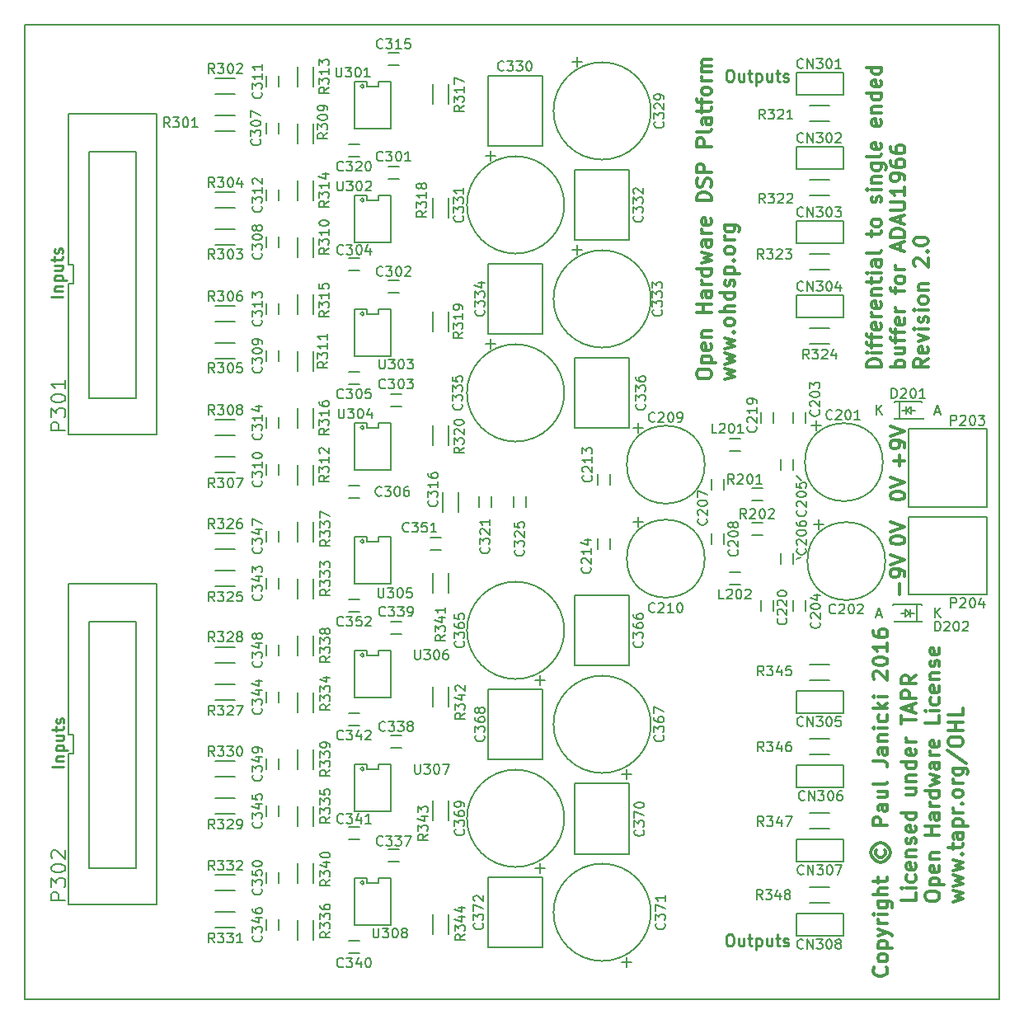
<source format=gto>
G04 #@! TF.FileFunction,Legend,Top*
%FSLAX46Y46*%
G04 Gerber Fmt 4.6, Leading zero omitted, Abs format (unit mm)*
G04 Created by KiCad (PCBNEW 4.0.2-stable) date 25/05/2016 10:40:19*
%MOMM*%
G01*
G04 APERTURE LIST*
%ADD10C,0.100000*%
%ADD11C,0.250000*%
%ADD12C,0.150000*%
%ADD13C,0.300000*%
G04 APERTURE END LIST*
D10*
D11*
X72269715Y6626143D02*
X72498286Y6626143D01*
X72612572Y6569000D01*
X72726858Y6454714D01*
X72784000Y6226143D01*
X72784000Y5826143D01*
X72726858Y5597571D01*
X72612572Y5483286D01*
X72498286Y5426143D01*
X72269715Y5426143D01*
X72155429Y5483286D01*
X72041143Y5597571D01*
X71984000Y5826143D01*
X71984000Y6226143D01*
X72041143Y6454714D01*
X72155429Y6569000D01*
X72269715Y6626143D01*
X73812572Y6226143D02*
X73812572Y5426143D01*
X73298286Y6226143D02*
X73298286Y5597571D01*
X73355429Y5483286D01*
X73469715Y5426143D01*
X73641143Y5426143D01*
X73755429Y5483286D01*
X73812572Y5540429D01*
X74212572Y6226143D02*
X74669715Y6226143D01*
X74384000Y6626143D02*
X74384000Y5597571D01*
X74441143Y5483286D01*
X74555429Y5426143D01*
X74669715Y5426143D01*
X75069714Y6226143D02*
X75069714Y5026143D01*
X75069714Y6169000D02*
X75184000Y6226143D01*
X75412571Y6226143D01*
X75526857Y6169000D01*
X75584000Y6111857D01*
X75641143Y5997571D01*
X75641143Y5654714D01*
X75584000Y5540429D01*
X75526857Y5483286D01*
X75412571Y5426143D01*
X75184000Y5426143D01*
X75069714Y5483286D01*
X76669714Y6226143D02*
X76669714Y5426143D01*
X76155428Y6226143D02*
X76155428Y5597571D01*
X76212571Y5483286D01*
X76326857Y5426143D01*
X76498285Y5426143D01*
X76612571Y5483286D01*
X76669714Y5540429D01*
X77069714Y6226143D02*
X77526857Y6226143D01*
X77241142Y6626143D02*
X77241142Y5597571D01*
X77298285Y5483286D01*
X77412571Y5426143D01*
X77526857Y5426143D01*
X77869713Y5483286D02*
X77983999Y5426143D01*
X78212571Y5426143D01*
X78326856Y5483286D01*
X78383999Y5597571D01*
X78383999Y5654714D01*
X78326856Y5769000D01*
X78212571Y5826143D01*
X78041142Y5826143D01*
X77926856Y5883286D01*
X77869713Y5997571D01*
X77869713Y6054714D01*
X77926856Y6169000D01*
X78041142Y6226143D01*
X78212571Y6226143D01*
X78326856Y6169000D01*
X72269715Y95399143D02*
X72498286Y95399143D01*
X72612572Y95342000D01*
X72726858Y95227714D01*
X72784000Y94999143D01*
X72784000Y94599143D01*
X72726858Y94370571D01*
X72612572Y94256286D01*
X72498286Y94199143D01*
X72269715Y94199143D01*
X72155429Y94256286D01*
X72041143Y94370571D01*
X71984000Y94599143D01*
X71984000Y94999143D01*
X72041143Y95227714D01*
X72155429Y95342000D01*
X72269715Y95399143D01*
X73812572Y94999143D02*
X73812572Y94199143D01*
X73298286Y94999143D02*
X73298286Y94370571D01*
X73355429Y94256286D01*
X73469715Y94199143D01*
X73641143Y94199143D01*
X73755429Y94256286D01*
X73812572Y94313429D01*
X74212572Y94999143D02*
X74669715Y94999143D01*
X74384000Y95399143D02*
X74384000Y94370571D01*
X74441143Y94256286D01*
X74555429Y94199143D01*
X74669715Y94199143D01*
X75069714Y94999143D02*
X75069714Y93799143D01*
X75069714Y94942000D02*
X75184000Y94999143D01*
X75412571Y94999143D01*
X75526857Y94942000D01*
X75584000Y94884857D01*
X75641143Y94770571D01*
X75641143Y94427714D01*
X75584000Y94313429D01*
X75526857Y94256286D01*
X75412571Y94199143D01*
X75184000Y94199143D01*
X75069714Y94256286D01*
X76669714Y94999143D02*
X76669714Y94199143D01*
X76155428Y94999143D02*
X76155428Y94370571D01*
X76212571Y94256286D01*
X76326857Y94199143D01*
X76498285Y94199143D01*
X76612571Y94256286D01*
X76669714Y94313429D01*
X77069714Y94999143D02*
X77526857Y94999143D01*
X77241142Y95399143D02*
X77241142Y94370571D01*
X77298285Y94256286D01*
X77412571Y94199143D01*
X77526857Y94199143D01*
X77869713Y94256286D02*
X77983999Y94199143D01*
X78212571Y94199143D01*
X78326856Y94256286D01*
X78383999Y94370571D01*
X78383999Y94427714D01*
X78326856Y94542000D01*
X78212571Y94599143D01*
X78041142Y94599143D01*
X77926856Y94656286D01*
X77869713Y94770571D01*
X77869713Y94827714D01*
X77926856Y94942000D01*
X78041142Y94999143D01*
X78212571Y94999143D01*
X78326856Y94942000D01*
X3971857Y23831857D02*
X2771857Y23831857D01*
X3171857Y24403286D02*
X3971857Y24403286D01*
X3286143Y24403286D02*
X3229000Y24460429D01*
X3171857Y24574715D01*
X3171857Y24746143D01*
X3229000Y24860429D01*
X3343286Y24917572D01*
X3971857Y24917572D01*
X3171857Y25489000D02*
X4371857Y25489000D01*
X3229000Y25489000D02*
X3171857Y25603286D01*
X3171857Y25831857D01*
X3229000Y25946143D01*
X3286143Y26003286D01*
X3400429Y26060429D01*
X3743286Y26060429D01*
X3857571Y26003286D01*
X3914714Y25946143D01*
X3971857Y25831857D01*
X3971857Y25603286D01*
X3914714Y25489000D01*
X3171857Y27089000D02*
X3971857Y27089000D01*
X3171857Y26574714D02*
X3800429Y26574714D01*
X3914714Y26631857D01*
X3971857Y26746143D01*
X3971857Y26917571D01*
X3914714Y27031857D01*
X3857571Y27089000D01*
X3171857Y27489000D02*
X3171857Y27946143D01*
X2771857Y27660428D02*
X3800429Y27660428D01*
X3914714Y27717571D01*
X3971857Y27831857D01*
X3971857Y27946143D01*
X3914714Y28288999D02*
X3971857Y28403285D01*
X3971857Y28631857D01*
X3914714Y28746142D01*
X3800429Y28803285D01*
X3743286Y28803285D01*
X3629000Y28746142D01*
X3571857Y28631857D01*
X3571857Y28460428D01*
X3514714Y28346142D01*
X3400429Y28288999D01*
X3343286Y28288999D01*
X3229000Y28346142D01*
X3171857Y28460428D01*
X3171857Y28631857D01*
X3229000Y28746142D01*
X3844857Y72091857D02*
X2644857Y72091857D01*
X3044857Y72663286D02*
X3844857Y72663286D01*
X3159143Y72663286D02*
X3102000Y72720429D01*
X3044857Y72834715D01*
X3044857Y73006143D01*
X3102000Y73120429D01*
X3216286Y73177572D01*
X3844857Y73177572D01*
X3044857Y73749000D02*
X4244857Y73749000D01*
X3102000Y73749000D02*
X3044857Y73863286D01*
X3044857Y74091857D01*
X3102000Y74206143D01*
X3159143Y74263286D01*
X3273429Y74320429D01*
X3616286Y74320429D01*
X3730571Y74263286D01*
X3787714Y74206143D01*
X3844857Y74091857D01*
X3844857Y73863286D01*
X3787714Y73749000D01*
X3044857Y75349000D02*
X3844857Y75349000D01*
X3044857Y74834714D02*
X3673429Y74834714D01*
X3787714Y74891857D01*
X3844857Y75006143D01*
X3844857Y75177571D01*
X3787714Y75291857D01*
X3730571Y75349000D01*
X3044857Y75749000D02*
X3044857Y76206143D01*
X2644857Y75920428D02*
X3673429Y75920428D01*
X3787714Y75977571D01*
X3844857Y76091857D01*
X3844857Y76206143D01*
X3787714Y76548999D02*
X3844857Y76663285D01*
X3844857Y76891857D01*
X3787714Y77006142D01*
X3673429Y77063285D01*
X3616286Y77063285D01*
X3502000Y77006142D01*
X3444857Y76891857D01*
X3444857Y76720428D01*
X3387714Y76606142D01*
X3273429Y76548999D01*
X3216286Y76548999D01*
X3102000Y76606142D01*
X3044857Y76720428D01*
X3044857Y76891857D01*
X3102000Y77006142D01*
D12*
X79629000Y45339000D02*
X79248000Y45212000D01*
X79756000Y53213000D02*
X79248000Y53721000D01*
D13*
X68946171Y64041257D02*
X68946171Y64326971D01*
X69017600Y64469829D01*
X69160457Y64612686D01*
X69446171Y64684114D01*
X69946171Y64684114D01*
X70231886Y64612686D01*
X70374743Y64469829D01*
X70446171Y64326971D01*
X70446171Y64041257D01*
X70374743Y63898400D01*
X70231886Y63755543D01*
X69946171Y63684114D01*
X69446171Y63684114D01*
X69160457Y63755543D01*
X69017600Y63898400D01*
X68946171Y64041257D01*
X69446171Y65326972D02*
X70946171Y65326972D01*
X69517600Y65326972D02*
X69446171Y65469829D01*
X69446171Y65755543D01*
X69517600Y65898400D01*
X69589029Y65969829D01*
X69731886Y66041258D01*
X70160457Y66041258D01*
X70303314Y65969829D01*
X70374743Y65898400D01*
X70446171Y65755543D01*
X70446171Y65469829D01*
X70374743Y65326972D01*
X70374743Y67255543D02*
X70446171Y67112686D01*
X70446171Y66826972D01*
X70374743Y66684115D01*
X70231886Y66612686D01*
X69660457Y66612686D01*
X69517600Y66684115D01*
X69446171Y66826972D01*
X69446171Y67112686D01*
X69517600Y67255543D01*
X69660457Y67326972D01*
X69803314Y67326972D01*
X69946171Y66612686D01*
X69446171Y67969829D02*
X70446171Y67969829D01*
X69589029Y67969829D02*
X69517600Y68041257D01*
X69446171Y68184115D01*
X69446171Y68398400D01*
X69517600Y68541257D01*
X69660457Y68612686D01*
X70446171Y68612686D01*
X70446171Y70469829D02*
X68946171Y70469829D01*
X69660457Y70469829D02*
X69660457Y71326972D01*
X70446171Y71326972D02*
X68946171Y71326972D01*
X70446171Y72684115D02*
X69660457Y72684115D01*
X69517600Y72612686D01*
X69446171Y72469829D01*
X69446171Y72184115D01*
X69517600Y72041258D01*
X70374743Y72684115D02*
X70446171Y72541258D01*
X70446171Y72184115D01*
X70374743Y72041258D01*
X70231886Y71969829D01*
X70089029Y71969829D01*
X69946171Y72041258D01*
X69874743Y72184115D01*
X69874743Y72541258D01*
X69803314Y72684115D01*
X70446171Y73398401D02*
X69446171Y73398401D01*
X69731886Y73398401D02*
X69589029Y73469829D01*
X69517600Y73541258D01*
X69446171Y73684115D01*
X69446171Y73826972D01*
X70446171Y74969829D02*
X68946171Y74969829D01*
X70374743Y74969829D02*
X70446171Y74826972D01*
X70446171Y74541258D01*
X70374743Y74398400D01*
X70303314Y74326972D01*
X70160457Y74255543D01*
X69731886Y74255543D01*
X69589029Y74326972D01*
X69517600Y74398400D01*
X69446171Y74541258D01*
X69446171Y74826972D01*
X69517600Y74969829D01*
X69446171Y75541258D02*
X70446171Y75826972D01*
X69731886Y76112686D01*
X70446171Y76398401D01*
X69446171Y76684115D01*
X70446171Y77898401D02*
X69660457Y77898401D01*
X69517600Y77826972D01*
X69446171Y77684115D01*
X69446171Y77398401D01*
X69517600Y77255544D01*
X70374743Y77898401D02*
X70446171Y77755544D01*
X70446171Y77398401D01*
X70374743Y77255544D01*
X70231886Y77184115D01*
X70089029Y77184115D01*
X69946171Y77255544D01*
X69874743Y77398401D01*
X69874743Y77755544D01*
X69803314Y77898401D01*
X70446171Y78612687D02*
X69446171Y78612687D01*
X69731886Y78612687D02*
X69589029Y78684115D01*
X69517600Y78755544D01*
X69446171Y78898401D01*
X69446171Y79041258D01*
X70374743Y80112686D02*
X70446171Y79969829D01*
X70446171Y79684115D01*
X70374743Y79541258D01*
X70231886Y79469829D01*
X69660457Y79469829D01*
X69517600Y79541258D01*
X69446171Y79684115D01*
X69446171Y79969829D01*
X69517600Y80112686D01*
X69660457Y80184115D01*
X69803314Y80184115D01*
X69946171Y79469829D01*
X70446171Y81969829D02*
X68946171Y81969829D01*
X68946171Y82326972D01*
X69017600Y82541257D01*
X69160457Y82684115D01*
X69303314Y82755543D01*
X69589029Y82826972D01*
X69803314Y82826972D01*
X70089029Y82755543D01*
X70231886Y82684115D01*
X70374743Y82541257D01*
X70446171Y82326972D01*
X70446171Y81969829D01*
X70374743Y83398400D02*
X70446171Y83612686D01*
X70446171Y83969829D01*
X70374743Y84112686D01*
X70303314Y84184115D01*
X70160457Y84255543D01*
X70017600Y84255543D01*
X69874743Y84184115D01*
X69803314Y84112686D01*
X69731886Y83969829D01*
X69660457Y83684115D01*
X69589029Y83541257D01*
X69517600Y83469829D01*
X69374743Y83398400D01*
X69231886Y83398400D01*
X69089029Y83469829D01*
X69017600Y83541257D01*
X68946171Y83684115D01*
X68946171Y84041257D01*
X69017600Y84255543D01*
X70446171Y84898400D02*
X68946171Y84898400D01*
X68946171Y85469828D01*
X69017600Y85612686D01*
X69089029Y85684114D01*
X69231886Y85755543D01*
X69446171Y85755543D01*
X69589029Y85684114D01*
X69660457Y85612686D01*
X69731886Y85469828D01*
X69731886Y84898400D01*
X70446171Y87541257D02*
X68946171Y87541257D01*
X68946171Y88112685D01*
X69017600Y88255543D01*
X69089029Y88326971D01*
X69231886Y88398400D01*
X69446171Y88398400D01*
X69589029Y88326971D01*
X69660457Y88255543D01*
X69731886Y88112685D01*
X69731886Y87541257D01*
X70446171Y89255543D02*
X70374743Y89112685D01*
X70231886Y89041257D01*
X68946171Y89041257D01*
X70446171Y90469828D02*
X69660457Y90469828D01*
X69517600Y90398399D01*
X69446171Y90255542D01*
X69446171Y89969828D01*
X69517600Y89826971D01*
X70374743Y90469828D02*
X70446171Y90326971D01*
X70446171Y89969828D01*
X70374743Y89826971D01*
X70231886Y89755542D01*
X70089029Y89755542D01*
X69946171Y89826971D01*
X69874743Y89969828D01*
X69874743Y90326971D01*
X69803314Y90469828D01*
X69446171Y90969828D02*
X69446171Y91541257D01*
X68946171Y91184114D02*
X70231886Y91184114D01*
X70374743Y91255542D01*
X70446171Y91398400D01*
X70446171Y91541257D01*
X69446171Y91826971D02*
X69446171Y92398400D01*
X70446171Y92041257D02*
X69160457Y92041257D01*
X69017600Y92112685D01*
X68946171Y92255543D01*
X68946171Y92398400D01*
X70446171Y93112686D02*
X70374743Y92969828D01*
X70303314Y92898400D01*
X70160457Y92826971D01*
X69731886Y92826971D01*
X69589029Y92898400D01*
X69517600Y92969828D01*
X69446171Y93112686D01*
X69446171Y93326971D01*
X69517600Y93469828D01*
X69589029Y93541257D01*
X69731886Y93612686D01*
X70160457Y93612686D01*
X70303314Y93541257D01*
X70374743Y93469828D01*
X70446171Y93326971D01*
X70446171Y93112686D01*
X70446171Y94255543D02*
X69446171Y94255543D01*
X69731886Y94255543D02*
X69589029Y94326971D01*
X69517600Y94398400D01*
X69446171Y94541257D01*
X69446171Y94684114D01*
X70446171Y95184114D02*
X69446171Y95184114D01*
X69589029Y95184114D02*
X69517600Y95255542D01*
X69446171Y95398400D01*
X69446171Y95612685D01*
X69517600Y95755542D01*
X69660457Y95826971D01*
X70446171Y95826971D01*
X69660457Y95826971D02*
X69517600Y95898400D01*
X69446171Y96041257D01*
X69446171Y96255542D01*
X69517600Y96398400D01*
X69660457Y96469828D01*
X70446171Y96469828D01*
X71846171Y63612686D02*
X72846171Y63898400D01*
X72131886Y64184114D01*
X72846171Y64469829D01*
X71846171Y64755543D01*
X71846171Y65184115D02*
X72846171Y65469829D01*
X72131886Y65755543D01*
X72846171Y66041258D01*
X71846171Y66326972D01*
X71846171Y66755544D02*
X72846171Y67041258D01*
X72131886Y67326972D01*
X72846171Y67612687D01*
X71846171Y67898401D01*
X72703314Y68469830D02*
X72774743Y68541258D01*
X72846171Y68469830D01*
X72774743Y68398401D01*
X72703314Y68469830D01*
X72846171Y68469830D01*
X72846171Y69398402D02*
X72774743Y69255544D01*
X72703314Y69184116D01*
X72560457Y69112687D01*
X72131886Y69112687D01*
X71989029Y69184116D01*
X71917600Y69255544D01*
X71846171Y69398402D01*
X71846171Y69612687D01*
X71917600Y69755544D01*
X71989029Y69826973D01*
X72131886Y69898402D01*
X72560457Y69898402D01*
X72703314Y69826973D01*
X72774743Y69755544D01*
X72846171Y69612687D01*
X72846171Y69398402D01*
X72846171Y70541259D02*
X71346171Y70541259D01*
X72846171Y71184116D02*
X72060457Y71184116D01*
X71917600Y71112687D01*
X71846171Y70969830D01*
X71846171Y70755545D01*
X71917600Y70612687D01*
X71989029Y70541259D01*
X72846171Y72541259D02*
X71346171Y72541259D01*
X72774743Y72541259D02*
X72846171Y72398402D01*
X72846171Y72112688D01*
X72774743Y71969830D01*
X72703314Y71898402D01*
X72560457Y71826973D01*
X72131886Y71826973D01*
X71989029Y71898402D01*
X71917600Y71969830D01*
X71846171Y72112688D01*
X71846171Y72398402D01*
X71917600Y72541259D01*
X72774743Y73184116D02*
X72846171Y73326973D01*
X72846171Y73612688D01*
X72774743Y73755545D01*
X72631886Y73826973D01*
X72560457Y73826973D01*
X72417600Y73755545D01*
X72346171Y73612688D01*
X72346171Y73398402D01*
X72274743Y73255545D01*
X72131886Y73184116D01*
X72060457Y73184116D01*
X71917600Y73255545D01*
X71846171Y73398402D01*
X71846171Y73612688D01*
X71917600Y73755545D01*
X71846171Y74469831D02*
X73346171Y74469831D01*
X71917600Y74469831D02*
X71846171Y74612688D01*
X71846171Y74898402D01*
X71917600Y75041259D01*
X71989029Y75112688D01*
X72131886Y75184117D01*
X72560457Y75184117D01*
X72703314Y75112688D01*
X72774743Y75041259D01*
X72846171Y74898402D01*
X72846171Y74612688D01*
X72774743Y74469831D01*
X72703314Y75826974D02*
X72774743Y75898402D01*
X72846171Y75826974D01*
X72774743Y75755545D01*
X72703314Y75826974D01*
X72846171Y75826974D01*
X72846171Y76755546D02*
X72774743Y76612688D01*
X72703314Y76541260D01*
X72560457Y76469831D01*
X72131886Y76469831D01*
X71989029Y76541260D01*
X71917600Y76612688D01*
X71846171Y76755546D01*
X71846171Y76969831D01*
X71917600Y77112688D01*
X71989029Y77184117D01*
X72131886Y77255546D01*
X72560457Y77255546D01*
X72703314Y77184117D01*
X72774743Y77112688D01*
X72846171Y76969831D01*
X72846171Y76755546D01*
X72846171Y77898403D02*
X71846171Y77898403D01*
X72131886Y77898403D02*
X71989029Y77969831D01*
X71917600Y78041260D01*
X71846171Y78184117D01*
X71846171Y78326974D01*
X71846171Y79469831D02*
X73060457Y79469831D01*
X73203314Y79398402D01*
X73274743Y79326974D01*
X73346171Y79184117D01*
X73346171Y78969831D01*
X73274743Y78826974D01*
X72774743Y79469831D02*
X72846171Y79326974D01*
X72846171Y79041260D01*
X72774743Y78898402D01*
X72703314Y78826974D01*
X72560457Y78755545D01*
X72131886Y78755545D01*
X71989029Y78826974D01*
X71917600Y78898402D01*
X71846171Y79041260D01*
X71846171Y79326974D01*
X71917600Y79469831D01*
X88419714Y3246286D02*
X88491143Y3174857D01*
X88562571Y2960571D01*
X88562571Y2817714D01*
X88491143Y2603429D01*
X88348286Y2460571D01*
X88205429Y2389143D01*
X87919714Y2317714D01*
X87705429Y2317714D01*
X87419714Y2389143D01*
X87276857Y2460571D01*
X87134000Y2603429D01*
X87062571Y2817714D01*
X87062571Y2960571D01*
X87134000Y3174857D01*
X87205429Y3246286D01*
X88562571Y4103429D02*
X88491143Y3960571D01*
X88419714Y3889143D01*
X88276857Y3817714D01*
X87848286Y3817714D01*
X87705429Y3889143D01*
X87634000Y3960571D01*
X87562571Y4103429D01*
X87562571Y4317714D01*
X87634000Y4460571D01*
X87705429Y4532000D01*
X87848286Y4603429D01*
X88276857Y4603429D01*
X88419714Y4532000D01*
X88491143Y4460571D01*
X88562571Y4317714D01*
X88562571Y4103429D01*
X87562571Y5246286D02*
X89062571Y5246286D01*
X87634000Y5246286D02*
X87562571Y5389143D01*
X87562571Y5674857D01*
X87634000Y5817714D01*
X87705429Y5889143D01*
X87848286Y5960572D01*
X88276857Y5960572D01*
X88419714Y5889143D01*
X88491143Y5817714D01*
X88562571Y5674857D01*
X88562571Y5389143D01*
X88491143Y5246286D01*
X87562571Y6460572D02*
X88562571Y6817715D01*
X87562571Y7174857D02*
X88562571Y6817715D01*
X88919714Y6674857D01*
X88991143Y6603429D01*
X89062571Y6460572D01*
X88562571Y7746286D02*
X87562571Y7746286D01*
X87848286Y7746286D02*
X87705429Y7817714D01*
X87634000Y7889143D01*
X87562571Y8032000D01*
X87562571Y8174857D01*
X88562571Y8674857D02*
X87562571Y8674857D01*
X87062571Y8674857D02*
X87134000Y8603428D01*
X87205429Y8674857D01*
X87134000Y8746285D01*
X87062571Y8674857D01*
X87205429Y8674857D01*
X87562571Y10032000D02*
X88776857Y10032000D01*
X88919714Y9960571D01*
X88991143Y9889143D01*
X89062571Y9746286D01*
X89062571Y9532000D01*
X88991143Y9389143D01*
X88491143Y10032000D02*
X88562571Y9889143D01*
X88562571Y9603429D01*
X88491143Y9460571D01*
X88419714Y9389143D01*
X88276857Y9317714D01*
X87848286Y9317714D01*
X87705429Y9389143D01*
X87634000Y9460571D01*
X87562571Y9603429D01*
X87562571Y9889143D01*
X87634000Y10032000D01*
X88562571Y10746286D02*
X87062571Y10746286D01*
X88562571Y11389143D02*
X87776857Y11389143D01*
X87634000Y11317714D01*
X87562571Y11174857D01*
X87562571Y10960572D01*
X87634000Y10817714D01*
X87705429Y10746286D01*
X87562571Y11889143D02*
X87562571Y12460572D01*
X87062571Y12103429D02*
X88348286Y12103429D01*
X88491143Y12174857D01*
X88562571Y12317715D01*
X88562571Y12460572D01*
X87419714Y15317715D02*
X87348286Y15174857D01*
X87348286Y14889143D01*
X87419714Y14746286D01*
X87562571Y14603429D01*
X87705429Y14532000D01*
X87991143Y14532000D01*
X88134000Y14603429D01*
X88276857Y14746286D01*
X88348286Y14889143D01*
X88348286Y15174857D01*
X88276857Y15317715D01*
X86848286Y15032000D02*
X86919714Y14674857D01*
X87134000Y14317715D01*
X87491143Y14103429D01*
X87848286Y14032000D01*
X88205429Y14103429D01*
X88562571Y14317715D01*
X88776857Y14674857D01*
X88848286Y15032000D01*
X88776857Y15389143D01*
X88562571Y15746286D01*
X88205429Y15960572D01*
X87848286Y16032000D01*
X87491143Y15960572D01*
X87134000Y15746286D01*
X86919714Y15389143D01*
X86848286Y15032000D01*
X88562571Y17817715D02*
X87062571Y17817715D01*
X87062571Y18389143D01*
X87134000Y18532001D01*
X87205429Y18603429D01*
X87348286Y18674858D01*
X87562571Y18674858D01*
X87705429Y18603429D01*
X87776857Y18532001D01*
X87848286Y18389143D01*
X87848286Y17817715D01*
X88562571Y19960572D02*
X87776857Y19960572D01*
X87634000Y19889143D01*
X87562571Y19746286D01*
X87562571Y19460572D01*
X87634000Y19317715D01*
X88491143Y19960572D02*
X88562571Y19817715D01*
X88562571Y19460572D01*
X88491143Y19317715D01*
X88348286Y19246286D01*
X88205429Y19246286D01*
X88062571Y19317715D01*
X87991143Y19460572D01*
X87991143Y19817715D01*
X87919714Y19960572D01*
X87562571Y21317715D02*
X88562571Y21317715D01*
X87562571Y20674858D02*
X88348286Y20674858D01*
X88491143Y20746286D01*
X88562571Y20889144D01*
X88562571Y21103429D01*
X88491143Y21246286D01*
X88419714Y21317715D01*
X88562571Y22246287D02*
X88491143Y22103429D01*
X88348286Y22032001D01*
X87062571Y22032001D01*
X87062571Y24389143D02*
X88134000Y24389143D01*
X88348286Y24317715D01*
X88491143Y24174858D01*
X88562571Y23960572D01*
X88562571Y23817715D01*
X88562571Y25746286D02*
X87776857Y25746286D01*
X87634000Y25674857D01*
X87562571Y25532000D01*
X87562571Y25246286D01*
X87634000Y25103429D01*
X88491143Y25746286D02*
X88562571Y25603429D01*
X88562571Y25246286D01*
X88491143Y25103429D01*
X88348286Y25032000D01*
X88205429Y25032000D01*
X88062571Y25103429D01*
X87991143Y25246286D01*
X87991143Y25603429D01*
X87919714Y25746286D01*
X87562571Y26460572D02*
X88562571Y26460572D01*
X87705429Y26460572D02*
X87634000Y26532000D01*
X87562571Y26674858D01*
X87562571Y26889143D01*
X87634000Y27032000D01*
X87776857Y27103429D01*
X88562571Y27103429D01*
X88562571Y27817715D02*
X87562571Y27817715D01*
X87062571Y27817715D02*
X87134000Y27746286D01*
X87205429Y27817715D01*
X87134000Y27889143D01*
X87062571Y27817715D01*
X87205429Y27817715D01*
X88491143Y29174858D02*
X88562571Y29032001D01*
X88562571Y28746287D01*
X88491143Y28603429D01*
X88419714Y28532001D01*
X88276857Y28460572D01*
X87848286Y28460572D01*
X87705429Y28532001D01*
X87634000Y28603429D01*
X87562571Y28746287D01*
X87562571Y29032001D01*
X87634000Y29174858D01*
X88562571Y29817715D02*
X87062571Y29817715D01*
X87991143Y29960572D02*
X88562571Y30389143D01*
X87562571Y30389143D02*
X88134000Y29817715D01*
X88562571Y31032001D02*
X87562571Y31032001D01*
X87062571Y31032001D02*
X87134000Y30960572D01*
X87205429Y31032001D01*
X87134000Y31103429D01*
X87062571Y31032001D01*
X87205429Y31032001D01*
X87205429Y32817715D02*
X87134000Y32889144D01*
X87062571Y33032001D01*
X87062571Y33389144D01*
X87134000Y33532001D01*
X87205429Y33603430D01*
X87348286Y33674858D01*
X87491143Y33674858D01*
X87705429Y33603430D01*
X88562571Y32746287D01*
X88562571Y33674858D01*
X87062571Y34603429D02*
X87062571Y34746286D01*
X87134000Y34889143D01*
X87205429Y34960572D01*
X87348286Y35032001D01*
X87634000Y35103429D01*
X87991143Y35103429D01*
X88276857Y35032001D01*
X88419714Y34960572D01*
X88491143Y34889143D01*
X88562571Y34746286D01*
X88562571Y34603429D01*
X88491143Y34460572D01*
X88419714Y34389143D01*
X88276857Y34317715D01*
X87991143Y34246286D01*
X87634000Y34246286D01*
X87348286Y34317715D01*
X87205429Y34389143D01*
X87134000Y34460572D01*
X87062571Y34603429D01*
X88562571Y36532000D02*
X88562571Y35674857D01*
X88562571Y36103429D02*
X87062571Y36103429D01*
X87276857Y35960572D01*
X87419714Y35817714D01*
X87491143Y35674857D01*
X87062571Y37817714D02*
X87062571Y37532000D01*
X87134000Y37389143D01*
X87205429Y37317714D01*
X87419714Y37174857D01*
X87705429Y37103428D01*
X88276857Y37103428D01*
X88419714Y37174857D01*
X88491143Y37246285D01*
X88562571Y37389143D01*
X88562571Y37674857D01*
X88491143Y37817714D01*
X88419714Y37889143D01*
X88276857Y37960571D01*
X87919714Y37960571D01*
X87776857Y37889143D01*
X87705429Y37817714D01*
X87634000Y37674857D01*
X87634000Y37389143D01*
X87705429Y37246285D01*
X87776857Y37174857D01*
X87919714Y37103428D01*
X89769143Y41505429D02*
X89769143Y42648286D01*
X90340571Y43434000D02*
X90340571Y43719715D01*
X90269143Y43862572D01*
X90197714Y43934000D01*
X89983429Y44076858D01*
X89697714Y44148286D01*
X89126286Y44148286D01*
X88983429Y44076858D01*
X88912000Y44005429D01*
X88840571Y43862572D01*
X88840571Y43576858D01*
X88912000Y43434000D01*
X88983429Y43362572D01*
X89126286Y43291143D01*
X89483429Y43291143D01*
X89626286Y43362572D01*
X89697714Y43434000D01*
X89769143Y43576858D01*
X89769143Y43862572D01*
X89697714Y44005429D01*
X89626286Y44076858D01*
X89483429Y44148286D01*
X88840571Y44576857D02*
X90340571Y45076857D01*
X88840571Y45576857D01*
X89769143Y54713429D02*
X89769143Y55856286D01*
X90340571Y55284857D02*
X89197714Y55284857D01*
X90340571Y56642000D02*
X90340571Y56927715D01*
X90269143Y57070572D01*
X90197714Y57142000D01*
X89983429Y57284858D01*
X89697714Y57356286D01*
X89126286Y57356286D01*
X88983429Y57284858D01*
X88912000Y57213429D01*
X88840571Y57070572D01*
X88840571Y56784858D01*
X88912000Y56642000D01*
X88983429Y56570572D01*
X89126286Y56499143D01*
X89483429Y56499143D01*
X89626286Y56570572D01*
X89697714Y56642000D01*
X89769143Y56784858D01*
X89769143Y57070572D01*
X89697714Y57213429D01*
X89626286Y57284858D01*
X89483429Y57356286D01*
X88840571Y57784857D02*
X90340571Y58284857D01*
X88840571Y58784857D01*
X88840571Y51609715D02*
X88840571Y51752572D01*
X88912000Y51895429D01*
X88983429Y51966858D01*
X89126286Y52038287D01*
X89412000Y52109715D01*
X89769143Y52109715D01*
X90054857Y52038287D01*
X90197714Y51966858D01*
X90269143Y51895429D01*
X90340571Y51752572D01*
X90340571Y51609715D01*
X90269143Y51466858D01*
X90197714Y51395429D01*
X90054857Y51324001D01*
X89769143Y51252572D01*
X89412000Y51252572D01*
X89126286Y51324001D01*
X88983429Y51395429D01*
X88912000Y51466858D01*
X88840571Y51609715D01*
X88840571Y52538286D02*
X90340571Y53038286D01*
X88840571Y53538286D01*
X88840571Y47037715D02*
X88840571Y47180572D01*
X88912000Y47323429D01*
X88983429Y47394858D01*
X89126286Y47466287D01*
X89412000Y47537715D01*
X89769143Y47537715D01*
X90054857Y47466287D01*
X90197714Y47394858D01*
X90269143Y47323429D01*
X90340571Y47180572D01*
X90340571Y47037715D01*
X90269143Y46894858D01*
X90197714Y46823429D01*
X90054857Y46752001D01*
X89769143Y46680572D01*
X89412000Y46680572D01*
X89126286Y46752001D01*
X88983429Y46823429D01*
X88912000Y46894858D01*
X88840571Y47037715D01*
X88840571Y47966286D02*
X90340571Y48466286D01*
X88840571Y48966286D01*
X91496571Y10850429D02*
X91496571Y10136143D01*
X89996571Y10136143D01*
X91496571Y11350429D02*
X90496571Y11350429D01*
X89996571Y11350429D02*
X90068000Y11279000D01*
X90139429Y11350429D01*
X90068000Y11421857D01*
X89996571Y11350429D01*
X90139429Y11350429D01*
X91425143Y12707572D02*
X91496571Y12564715D01*
X91496571Y12279001D01*
X91425143Y12136143D01*
X91353714Y12064715D01*
X91210857Y11993286D01*
X90782286Y11993286D01*
X90639429Y12064715D01*
X90568000Y12136143D01*
X90496571Y12279001D01*
X90496571Y12564715D01*
X90568000Y12707572D01*
X91425143Y13921857D02*
X91496571Y13779000D01*
X91496571Y13493286D01*
X91425143Y13350429D01*
X91282286Y13279000D01*
X90710857Y13279000D01*
X90568000Y13350429D01*
X90496571Y13493286D01*
X90496571Y13779000D01*
X90568000Y13921857D01*
X90710857Y13993286D01*
X90853714Y13993286D01*
X90996571Y13279000D01*
X90496571Y14636143D02*
X91496571Y14636143D01*
X90639429Y14636143D02*
X90568000Y14707571D01*
X90496571Y14850429D01*
X90496571Y15064714D01*
X90568000Y15207571D01*
X90710857Y15279000D01*
X91496571Y15279000D01*
X91425143Y15921857D02*
X91496571Y16064714D01*
X91496571Y16350429D01*
X91425143Y16493286D01*
X91282286Y16564714D01*
X91210857Y16564714D01*
X91068000Y16493286D01*
X90996571Y16350429D01*
X90996571Y16136143D01*
X90925143Y15993286D01*
X90782286Y15921857D01*
X90710857Y15921857D01*
X90568000Y15993286D01*
X90496571Y16136143D01*
X90496571Y16350429D01*
X90568000Y16493286D01*
X91425143Y17779000D02*
X91496571Y17636143D01*
X91496571Y17350429D01*
X91425143Y17207572D01*
X91282286Y17136143D01*
X90710857Y17136143D01*
X90568000Y17207572D01*
X90496571Y17350429D01*
X90496571Y17636143D01*
X90568000Y17779000D01*
X90710857Y17850429D01*
X90853714Y17850429D01*
X90996571Y17136143D01*
X91496571Y19136143D02*
X89996571Y19136143D01*
X91425143Y19136143D02*
X91496571Y18993286D01*
X91496571Y18707572D01*
X91425143Y18564714D01*
X91353714Y18493286D01*
X91210857Y18421857D01*
X90782286Y18421857D01*
X90639429Y18493286D01*
X90568000Y18564714D01*
X90496571Y18707572D01*
X90496571Y18993286D01*
X90568000Y19136143D01*
X90496571Y21636143D02*
X91496571Y21636143D01*
X90496571Y20993286D02*
X91282286Y20993286D01*
X91425143Y21064714D01*
X91496571Y21207572D01*
X91496571Y21421857D01*
X91425143Y21564714D01*
X91353714Y21636143D01*
X90496571Y22350429D02*
X91496571Y22350429D01*
X90639429Y22350429D02*
X90568000Y22421857D01*
X90496571Y22564715D01*
X90496571Y22779000D01*
X90568000Y22921857D01*
X90710857Y22993286D01*
X91496571Y22993286D01*
X91496571Y24350429D02*
X89996571Y24350429D01*
X91425143Y24350429D02*
X91496571Y24207572D01*
X91496571Y23921858D01*
X91425143Y23779000D01*
X91353714Y23707572D01*
X91210857Y23636143D01*
X90782286Y23636143D01*
X90639429Y23707572D01*
X90568000Y23779000D01*
X90496571Y23921858D01*
X90496571Y24207572D01*
X90568000Y24350429D01*
X91425143Y25636143D02*
X91496571Y25493286D01*
X91496571Y25207572D01*
X91425143Y25064715D01*
X91282286Y24993286D01*
X90710857Y24993286D01*
X90568000Y25064715D01*
X90496571Y25207572D01*
X90496571Y25493286D01*
X90568000Y25636143D01*
X90710857Y25707572D01*
X90853714Y25707572D01*
X90996571Y24993286D01*
X91496571Y26350429D02*
X90496571Y26350429D01*
X90782286Y26350429D02*
X90639429Y26421857D01*
X90568000Y26493286D01*
X90496571Y26636143D01*
X90496571Y26779000D01*
X89996571Y28207571D02*
X89996571Y29064714D01*
X91496571Y28636143D02*
X89996571Y28636143D01*
X91068000Y29493285D02*
X91068000Y30207571D01*
X91496571Y29350428D02*
X89996571Y29850428D01*
X91496571Y30350428D01*
X91496571Y30850428D02*
X89996571Y30850428D01*
X89996571Y31421856D01*
X90068000Y31564714D01*
X90139429Y31636142D01*
X90282286Y31707571D01*
X90496571Y31707571D01*
X90639429Y31636142D01*
X90710857Y31564714D01*
X90782286Y31421856D01*
X90782286Y30850428D01*
X91496571Y33207571D02*
X90782286Y32707571D01*
X91496571Y32350428D02*
X89996571Y32350428D01*
X89996571Y32921856D01*
X90068000Y33064714D01*
X90139429Y33136142D01*
X90282286Y33207571D01*
X90496571Y33207571D01*
X90639429Y33136142D01*
X90710857Y33064714D01*
X90782286Y32921856D01*
X90782286Y32350428D01*
X92396571Y10421857D02*
X92396571Y10707571D01*
X92468000Y10850429D01*
X92610857Y10993286D01*
X92896571Y11064714D01*
X93396571Y11064714D01*
X93682286Y10993286D01*
X93825143Y10850429D01*
X93896571Y10707571D01*
X93896571Y10421857D01*
X93825143Y10279000D01*
X93682286Y10136143D01*
X93396571Y10064714D01*
X92896571Y10064714D01*
X92610857Y10136143D01*
X92468000Y10279000D01*
X92396571Y10421857D01*
X92896571Y11707572D02*
X94396571Y11707572D01*
X92968000Y11707572D02*
X92896571Y11850429D01*
X92896571Y12136143D01*
X92968000Y12279000D01*
X93039429Y12350429D01*
X93182286Y12421858D01*
X93610857Y12421858D01*
X93753714Y12350429D01*
X93825143Y12279000D01*
X93896571Y12136143D01*
X93896571Y11850429D01*
X93825143Y11707572D01*
X93825143Y13636143D02*
X93896571Y13493286D01*
X93896571Y13207572D01*
X93825143Y13064715D01*
X93682286Y12993286D01*
X93110857Y12993286D01*
X92968000Y13064715D01*
X92896571Y13207572D01*
X92896571Y13493286D01*
X92968000Y13636143D01*
X93110857Y13707572D01*
X93253714Y13707572D01*
X93396571Y12993286D01*
X92896571Y14350429D02*
X93896571Y14350429D01*
X93039429Y14350429D02*
X92968000Y14421857D01*
X92896571Y14564715D01*
X92896571Y14779000D01*
X92968000Y14921857D01*
X93110857Y14993286D01*
X93896571Y14993286D01*
X93896571Y16850429D02*
X92396571Y16850429D01*
X93110857Y16850429D02*
X93110857Y17707572D01*
X93896571Y17707572D02*
X92396571Y17707572D01*
X93896571Y19064715D02*
X93110857Y19064715D01*
X92968000Y18993286D01*
X92896571Y18850429D01*
X92896571Y18564715D01*
X92968000Y18421858D01*
X93825143Y19064715D02*
X93896571Y18921858D01*
X93896571Y18564715D01*
X93825143Y18421858D01*
X93682286Y18350429D01*
X93539429Y18350429D01*
X93396571Y18421858D01*
X93325143Y18564715D01*
X93325143Y18921858D01*
X93253714Y19064715D01*
X93896571Y19779001D02*
X92896571Y19779001D01*
X93182286Y19779001D02*
X93039429Y19850429D01*
X92968000Y19921858D01*
X92896571Y20064715D01*
X92896571Y20207572D01*
X93896571Y21350429D02*
X92396571Y21350429D01*
X93825143Y21350429D02*
X93896571Y21207572D01*
X93896571Y20921858D01*
X93825143Y20779000D01*
X93753714Y20707572D01*
X93610857Y20636143D01*
X93182286Y20636143D01*
X93039429Y20707572D01*
X92968000Y20779000D01*
X92896571Y20921858D01*
X92896571Y21207572D01*
X92968000Y21350429D01*
X92896571Y21921858D02*
X93896571Y22207572D01*
X93182286Y22493286D01*
X93896571Y22779001D01*
X92896571Y23064715D01*
X93896571Y24279001D02*
X93110857Y24279001D01*
X92968000Y24207572D01*
X92896571Y24064715D01*
X92896571Y23779001D01*
X92968000Y23636144D01*
X93825143Y24279001D02*
X93896571Y24136144D01*
X93896571Y23779001D01*
X93825143Y23636144D01*
X93682286Y23564715D01*
X93539429Y23564715D01*
X93396571Y23636144D01*
X93325143Y23779001D01*
X93325143Y24136144D01*
X93253714Y24279001D01*
X93896571Y24993287D02*
X92896571Y24993287D01*
X93182286Y24993287D02*
X93039429Y25064715D01*
X92968000Y25136144D01*
X92896571Y25279001D01*
X92896571Y25421858D01*
X93825143Y26493286D02*
X93896571Y26350429D01*
X93896571Y26064715D01*
X93825143Y25921858D01*
X93682286Y25850429D01*
X93110857Y25850429D01*
X92968000Y25921858D01*
X92896571Y26064715D01*
X92896571Y26350429D01*
X92968000Y26493286D01*
X93110857Y26564715D01*
X93253714Y26564715D01*
X93396571Y25850429D01*
X93896571Y29064715D02*
X93896571Y28350429D01*
X92396571Y28350429D01*
X93896571Y29564715D02*
X92896571Y29564715D01*
X92396571Y29564715D02*
X92468000Y29493286D01*
X92539429Y29564715D01*
X92468000Y29636143D01*
X92396571Y29564715D01*
X92539429Y29564715D01*
X93825143Y30921858D02*
X93896571Y30779001D01*
X93896571Y30493287D01*
X93825143Y30350429D01*
X93753714Y30279001D01*
X93610857Y30207572D01*
X93182286Y30207572D01*
X93039429Y30279001D01*
X92968000Y30350429D01*
X92896571Y30493287D01*
X92896571Y30779001D01*
X92968000Y30921858D01*
X93825143Y32136143D02*
X93896571Y31993286D01*
X93896571Y31707572D01*
X93825143Y31564715D01*
X93682286Y31493286D01*
X93110857Y31493286D01*
X92968000Y31564715D01*
X92896571Y31707572D01*
X92896571Y31993286D01*
X92968000Y32136143D01*
X93110857Y32207572D01*
X93253714Y32207572D01*
X93396571Y31493286D01*
X92896571Y32850429D02*
X93896571Y32850429D01*
X93039429Y32850429D02*
X92968000Y32921857D01*
X92896571Y33064715D01*
X92896571Y33279000D01*
X92968000Y33421857D01*
X93110857Y33493286D01*
X93896571Y33493286D01*
X93825143Y34136143D02*
X93896571Y34279000D01*
X93896571Y34564715D01*
X93825143Y34707572D01*
X93682286Y34779000D01*
X93610857Y34779000D01*
X93468000Y34707572D01*
X93396571Y34564715D01*
X93396571Y34350429D01*
X93325143Y34207572D01*
X93182286Y34136143D01*
X93110857Y34136143D01*
X92968000Y34207572D01*
X92896571Y34350429D01*
X92896571Y34564715D01*
X92968000Y34707572D01*
X93825143Y35993286D02*
X93896571Y35850429D01*
X93896571Y35564715D01*
X93825143Y35421858D01*
X93682286Y35350429D01*
X93110857Y35350429D01*
X92968000Y35421858D01*
X92896571Y35564715D01*
X92896571Y35850429D01*
X92968000Y35993286D01*
X93110857Y36064715D01*
X93253714Y36064715D01*
X93396571Y35350429D01*
X95296571Y9993286D02*
X96296571Y10279000D01*
X95582286Y10564714D01*
X96296571Y10850429D01*
X95296571Y11136143D01*
X95296571Y11564715D02*
X96296571Y11850429D01*
X95582286Y12136143D01*
X96296571Y12421858D01*
X95296571Y12707572D01*
X95296571Y13136144D02*
X96296571Y13421858D01*
X95582286Y13707572D01*
X96296571Y13993287D01*
X95296571Y14279001D01*
X96153714Y14850430D02*
X96225143Y14921858D01*
X96296571Y14850430D01*
X96225143Y14779001D01*
X96153714Y14850430D01*
X96296571Y14850430D01*
X95296571Y15350430D02*
X95296571Y15921859D01*
X94796571Y15564716D02*
X96082286Y15564716D01*
X96225143Y15636144D01*
X96296571Y15779002D01*
X96296571Y15921859D01*
X96296571Y17064716D02*
X95510857Y17064716D01*
X95368000Y16993287D01*
X95296571Y16850430D01*
X95296571Y16564716D01*
X95368000Y16421859D01*
X96225143Y17064716D02*
X96296571Y16921859D01*
X96296571Y16564716D01*
X96225143Y16421859D01*
X96082286Y16350430D01*
X95939429Y16350430D01*
X95796571Y16421859D01*
X95725143Y16564716D01*
X95725143Y16921859D01*
X95653714Y17064716D01*
X95296571Y17779002D02*
X96796571Y17779002D01*
X95368000Y17779002D02*
X95296571Y17921859D01*
X95296571Y18207573D01*
X95368000Y18350430D01*
X95439429Y18421859D01*
X95582286Y18493288D01*
X96010857Y18493288D01*
X96153714Y18421859D01*
X96225143Y18350430D01*
X96296571Y18207573D01*
X96296571Y17921859D01*
X96225143Y17779002D01*
X96296571Y19136145D02*
X95296571Y19136145D01*
X95582286Y19136145D02*
X95439429Y19207573D01*
X95368000Y19279002D01*
X95296571Y19421859D01*
X95296571Y19564716D01*
X96153714Y20064716D02*
X96225143Y20136144D01*
X96296571Y20064716D01*
X96225143Y19993287D01*
X96153714Y20064716D01*
X96296571Y20064716D01*
X96296571Y20993288D02*
X96225143Y20850430D01*
X96153714Y20779002D01*
X96010857Y20707573D01*
X95582286Y20707573D01*
X95439429Y20779002D01*
X95368000Y20850430D01*
X95296571Y20993288D01*
X95296571Y21207573D01*
X95368000Y21350430D01*
X95439429Y21421859D01*
X95582286Y21493288D01*
X96010857Y21493288D01*
X96153714Y21421859D01*
X96225143Y21350430D01*
X96296571Y21207573D01*
X96296571Y20993288D01*
X96296571Y22136145D02*
X95296571Y22136145D01*
X95582286Y22136145D02*
X95439429Y22207573D01*
X95368000Y22279002D01*
X95296571Y22421859D01*
X95296571Y22564716D01*
X95296571Y23707573D02*
X96510857Y23707573D01*
X96653714Y23636144D01*
X96725143Y23564716D01*
X96796571Y23421859D01*
X96796571Y23207573D01*
X96725143Y23064716D01*
X96225143Y23707573D02*
X96296571Y23564716D01*
X96296571Y23279002D01*
X96225143Y23136144D01*
X96153714Y23064716D01*
X96010857Y22993287D01*
X95582286Y22993287D01*
X95439429Y23064716D01*
X95368000Y23136144D01*
X95296571Y23279002D01*
X95296571Y23564716D01*
X95368000Y23707573D01*
X94725143Y25493287D02*
X96653714Y24207573D01*
X94796571Y26279002D02*
X94796571Y26564716D01*
X94868000Y26707574D01*
X95010857Y26850431D01*
X95296571Y26921859D01*
X95796571Y26921859D01*
X96082286Y26850431D01*
X96225143Y26707574D01*
X96296571Y26564716D01*
X96296571Y26279002D01*
X96225143Y26136145D01*
X96082286Y25993288D01*
X95796571Y25921859D01*
X95296571Y25921859D01*
X95010857Y25993288D01*
X94868000Y26136145D01*
X94796571Y26279002D01*
X96296571Y27564717D02*
X94796571Y27564717D01*
X95510857Y27564717D02*
X95510857Y28421860D01*
X96296571Y28421860D02*
X94796571Y28421860D01*
X96296571Y29850432D02*
X96296571Y29136146D01*
X94796571Y29136146D01*
X87940571Y64873143D02*
X86440571Y64873143D01*
X86440571Y65230286D01*
X86512000Y65444571D01*
X86654857Y65587429D01*
X86797714Y65658857D01*
X87083429Y65730286D01*
X87297714Y65730286D01*
X87583429Y65658857D01*
X87726286Y65587429D01*
X87869143Y65444571D01*
X87940571Y65230286D01*
X87940571Y64873143D01*
X87940571Y66373143D02*
X86940571Y66373143D01*
X86440571Y66373143D02*
X86512000Y66301714D01*
X86583429Y66373143D01*
X86512000Y66444571D01*
X86440571Y66373143D01*
X86583429Y66373143D01*
X86940571Y66873143D02*
X86940571Y67444572D01*
X87940571Y67087429D02*
X86654857Y67087429D01*
X86512000Y67158857D01*
X86440571Y67301715D01*
X86440571Y67444572D01*
X86940571Y67730286D02*
X86940571Y68301715D01*
X87940571Y67944572D02*
X86654857Y67944572D01*
X86512000Y68016000D01*
X86440571Y68158858D01*
X86440571Y68301715D01*
X87869143Y69373143D02*
X87940571Y69230286D01*
X87940571Y68944572D01*
X87869143Y68801715D01*
X87726286Y68730286D01*
X87154857Y68730286D01*
X87012000Y68801715D01*
X86940571Y68944572D01*
X86940571Y69230286D01*
X87012000Y69373143D01*
X87154857Y69444572D01*
X87297714Y69444572D01*
X87440571Y68730286D01*
X87940571Y70087429D02*
X86940571Y70087429D01*
X87226286Y70087429D02*
X87083429Y70158857D01*
X87012000Y70230286D01*
X86940571Y70373143D01*
X86940571Y70516000D01*
X87869143Y71587428D02*
X87940571Y71444571D01*
X87940571Y71158857D01*
X87869143Y71016000D01*
X87726286Y70944571D01*
X87154857Y70944571D01*
X87012000Y71016000D01*
X86940571Y71158857D01*
X86940571Y71444571D01*
X87012000Y71587428D01*
X87154857Y71658857D01*
X87297714Y71658857D01*
X87440571Y70944571D01*
X86940571Y72301714D02*
X87940571Y72301714D01*
X87083429Y72301714D02*
X87012000Y72373142D01*
X86940571Y72516000D01*
X86940571Y72730285D01*
X87012000Y72873142D01*
X87154857Y72944571D01*
X87940571Y72944571D01*
X86940571Y73444571D02*
X86940571Y74016000D01*
X86440571Y73658857D02*
X87726286Y73658857D01*
X87869143Y73730285D01*
X87940571Y73873143D01*
X87940571Y74016000D01*
X87940571Y74516000D02*
X86940571Y74516000D01*
X86440571Y74516000D02*
X86512000Y74444571D01*
X86583429Y74516000D01*
X86512000Y74587428D01*
X86440571Y74516000D01*
X86583429Y74516000D01*
X87940571Y75873143D02*
X87154857Y75873143D01*
X87012000Y75801714D01*
X86940571Y75658857D01*
X86940571Y75373143D01*
X87012000Y75230286D01*
X87869143Y75873143D02*
X87940571Y75730286D01*
X87940571Y75373143D01*
X87869143Y75230286D01*
X87726286Y75158857D01*
X87583429Y75158857D01*
X87440571Y75230286D01*
X87369143Y75373143D01*
X87369143Y75730286D01*
X87297714Y75873143D01*
X87940571Y76801715D02*
X87869143Y76658857D01*
X87726286Y76587429D01*
X86440571Y76587429D01*
X86940571Y78301714D02*
X86940571Y78873143D01*
X86440571Y78516000D02*
X87726286Y78516000D01*
X87869143Y78587428D01*
X87940571Y78730286D01*
X87940571Y78873143D01*
X87940571Y79587429D02*
X87869143Y79444571D01*
X87797714Y79373143D01*
X87654857Y79301714D01*
X87226286Y79301714D01*
X87083429Y79373143D01*
X87012000Y79444571D01*
X86940571Y79587429D01*
X86940571Y79801714D01*
X87012000Y79944571D01*
X87083429Y80016000D01*
X87226286Y80087429D01*
X87654857Y80087429D01*
X87797714Y80016000D01*
X87869143Y79944571D01*
X87940571Y79801714D01*
X87940571Y79587429D01*
X87869143Y81801714D02*
X87940571Y81944571D01*
X87940571Y82230286D01*
X87869143Y82373143D01*
X87726286Y82444571D01*
X87654857Y82444571D01*
X87512000Y82373143D01*
X87440571Y82230286D01*
X87440571Y82016000D01*
X87369143Y81873143D01*
X87226286Y81801714D01*
X87154857Y81801714D01*
X87012000Y81873143D01*
X86940571Y82016000D01*
X86940571Y82230286D01*
X87012000Y82373143D01*
X87940571Y83087429D02*
X86940571Y83087429D01*
X86440571Y83087429D02*
X86512000Y83016000D01*
X86583429Y83087429D01*
X86512000Y83158857D01*
X86440571Y83087429D01*
X86583429Y83087429D01*
X86940571Y83801715D02*
X87940571Y83801715D01*
X87083429Y83801715D02*
X87012000Y83873143D01*
X86940571Y84016001D01*
X86940571Y84230286D01*
X87012000Y84373143D01*
X87154857Y84444572D01*
X87940571Y84444572D01*
X86940571Y85801715D02*
X88154857Y85801715D01*
X88297714Y85730286D01*
X88369143Y85658858D01*
X88440571Y85516001D01*
X88440571Y85301715D01*
X88369143Y85158858D01*
X87869143Y85801715D02*
X87940571Y85658858D01*
X87940571Y85373144D01*
X87869143Y85230286D01*
X87797714Y85158858D01*
X87654857Y85087429D01*
X87226286Y85087429D01*
X87083429Y85158858D01*
X87012000Y85230286D01*
X86940571Y85373144D01*
X86940571Y85658858D01*
X87012000Y85801715D01*
X87940571Y86730287D02*
X87869143Y86587429D01*
X87726286Y86516001D01*
X86440571Y86516001D01*
X87869143Y87873143D02*
X87940571Y87730286D01*
X87940571Y87444572D01*
X87869143Y87301715D01*
X87726286Y87230286D01*
X87154857Y87230286D01*
X87012000Y87301715D01*
X86940571Y87444572D01*
X86940571Y87730286D01*
X87012000Y87873143D01*
X87154857Y87944572D01*
X87297714Y87944572D01*
X87440571Y87230286D01*
X87869143Y90301714D02*
X87940571Y90158857D01*
X87940571Y89873143D01*
X87869143Y89730286D01*
X87726286Y89658857D01*
X87154857Y89658857D01*
X87012000Y89730286D01*
X86940571Y89873143D01*
X86940571Y90158857D01*
X87012000Y90301714D01*
X87154857Y90373143D01*
X87297714Y90373143D01*
X87440571Y89658857D01*
X86940571Y91016000D02*
X87940571Y91016000D01*
X87083429Y91016000D02*
X87012000Y91087428D01*
X86940571Y91230286D01*
X86940571Y91444571D01*
X87012000Y91587428D01*
X87154857Y91658857D01*
X87940571Y91658857D01*
X87940571Y93016000D02*
X86440571Y93016000D01*
X87869143Y93016000D02*
X87940571Y92873143D01*
X87940571Y92587429D01*
X87869143Y92444571D01*
X87797714Y92373143D01*
X87654857Y92301714D01*
X87226286Y92301714D01*
X87083429Y92373143D01*
X87012000Y92444571D01*
X86940571Y92587429D01*
X86940571Y92873143D01*
X87012000Y93016000D01*
X87869143Y94301714D02*
X87940571Y94158857D01*
X87940571Y93873143D01*
X87869143Y93730286D01*
X87726286Y93658857D01*
X87154857Y93658857D01*
X87012000Y93730286D01*
X86940571Y93873143D01*
X86940571Y94158857D01*
X87012000Y94301714D01*
X87154857Y94373143D01*
X87297714Y94373143D01*
X87440571Y93658857D01*
X87940571Y95658857D02*
X86440571Y95658857D01*
X87869143Y95658857D02*
X87940571Y95516000D01*
X87940571Y95230286D01*
X87869143Y95087428D01*
X87797714Y95016000D01*
X87654857Y94944571D01*
X87226286Y94944571D01*
X87083429Y95016000D01*
X87012000Y95087428D01*
X86940571Y95230286D01*
X86940571Y95516000D01*
X87012000Y95658857D01*
X90340571Y64873143D02*
X88840571Y64873143D01*
X89412000Y64873143D02*
X89340571Y65016000D01*
X89340571Y65301714D01*
X89412000Y65444571D01*
X89483429Y65516000D01*
X89626286Y65587429D01*
X90054857Y65587429D01*
X90197714Y65516000D01*
X90269143Y65444571D01*
X90340571Y65301714D01*
X90340571Y65016000D01*
X90269143Y64873143D01*
X89340571Y66873143D02*
X90340571Y66873143D01*
X89340571Y66230286D02*
X90126286Y66230286D01*
X90269143Y66301714D01*
X90340571Y66444572D01*
X90340571Y66658857D01*
X90269143Y66801714D01*
X90197714Y66873143D01*
X89340571Y67373143D02*
X89340571Y67944572D01*
X90340571Y67587429D02*
X89054857Y67587429D01*
X88912000Y67658857D01*
X88840571Y67801715D01*
X88840571Y67944572D01*
X89340571Y68230286D02*
X89340571Y68801715D01*
X90340571Y68444572D02*
X89054857Y68444572D01*
X88912000Y68516000D01*
X88840571Y68658858D01*
X88840571Y68801715D01*
X90269143Y69873143D02*
X90340571Y69730286D01*
X90340571Y69444572D01*
X90269143Y69301715D01*
X90126286Y69230286D01*
X89554857Y69230286D01*
X89412000Y69301715D01*
X89340571Y69444572D01*
X89340571Y69730286D01*
X89412000Y69873143D01*
X89554857Y69944572D01*
X89697714Y69944572D01*
X89840571Y69230286D01*
X90340571Y70587429D02*
X89340571Y70587429D01*
X89626286Y70587429D02*
X89483429Y70658857D01*
X89412000Y70730286D01*
X89340571Y70873143D01*
X89340571Y71016000D01*
X89340571Y72444571D02*
X89340571Y73016000D01*
X90340571Y72658857D02*
X89054857Y72658857D01*
X88912000Y72730285D01*
X88840571Y72873143D01*
X88840571Y73016000D01*
X90340571Y73730286D02*
X90269143Y73587428D01*
X90197714Y73516000D01*
X90054857Y73444571D01*
X89626286Y73444571D01*
X89483429Y73516000D01*
X89412000Y73587428D01*
X89340571Y73730286D01*
X89340571Y73944571D01*
X89412000Y74087428D01*
X89483429Y74158857D01*
X89626286Y74230286D01*
X90054857Y74230286D01*
X90197714Y74158857D01*
X90269143Y74087428D01*
X90340571Y73944571D01*
X90340571Y73730286D01*
X90340571Y74873143D02*
X89340571Y74873143D01*
X89626286Y74873143D02*
X89483429Y74944571D01*
X89412000Y75016000D01*
X89340571Y75158857D01*
X89340571Y75301714D01*
X89912000Y76873142D02*
X89912000Y77587428D01*
X90340571Y76730285D02*
X88840571Y77230285D01*
X90340571Y77730285D01*
X90340571Y78230285D02*
X88840571Y78230285D01*
X88840571Y78587428D01*
X88912000Y78801713D01*
X89054857Y78944571D01*
X89197714Y79015999D01*
X89483429Y79087428D01*
X89697714Y79087428D01*
X89983429Y79015999D01*
X90126286Y78944571D01*
X90269143Y78801713D01*
X90340571Y78587428D01*
X90340571Y78230285D01*
X89912000Y79658856D02*
X89912000Y80373142D01*
X90340571Y79515999D02*
X88840571Y80015999D01*
X90340571Y80515999D01*
X88840571Y81015999D02*
X90054857Y81015999D01*
X90197714Y81087427D01*
X90269143Y81158856D01*
X90340571Y81301713D01*
X90340571Y81587427D01*
X90269143Y81730285D01*
X90197714Y81801713D01*
X90054857Y81873142D01*
X88840571Y81873142D01*
X90340571Y83373142D02*
X90340571Y82515999D01*
X90340571Y82944571D02*
X88840571Y82944571D01*
X89054857Y82801714D01*
X89197714Y82658856D01*
X89269143Y82515999D01*
X90340571Y84087427D02*
X90340571Y84373142D01*
X90269143Y84515999D01*
X90197714Y84587427D01*
X89983429Y84730285D01*
X89697714Y84801713D01*
X89126286Y84801713D01*
X88983429Y84730285D01*
X88912000Y84658856D01*
X88840571Y84515999D01*
X88840571Y84230285D01*
X88912000Y84087427D01*
X88983429Y84015999D01*
X89126286Y83944570D01*
X89483429Y83944570D01*
X89626286Y84015999D01*
X89697714Y84087427D01*
X89769143Y84230285D01*
X89769143Y84515999D01*
X89697714Y84658856D01*
X89626286Y84730285D01*
X89483429Y84801713D01*
X88840571Y86087427D02*
X88840571Y85801713D01*
X88912000Y85658856D01*
X88983429Y85587427D01*
X89197714Y85444570D01*
X89483429Y85373141D01*
X90054857Y85373141D01*
X90197714Y85444570D01*
X90269143Y85515998D01*
X90340571Y85658856D01*
X90340571Y85944570D01*
X90269143Y86087427D01*
X90197714Y86158856D01*
X90054857Y86230284D01*
X89697714Y86230284D01*
X89554857Y86158856D01*
X89483429Y86087427D01*
X89412000Y85944570D01*
X89412000Y85658856D01*
X89483429Y85515998D01*
X89554857Y85444570D01*
X89697714Y85373141D01*
X88840571Y87515998D02*
X88840571Y87230284D01*
X88912000Y87087427D01*
X88983429Y87015998D01*
X89197714Y86873141D01*
X89483429Y86801712D01*
X90054857Y86801712D01*
X90197714Y86873141D01*
X90269143Y86944569D01*
X90340571Y87087427D01*
X90340571Y87373141D01*
X90269143Y87515998D01*
X90197714Y87587427D01*
X90054857Y87658855D01*
X89697714Y87658855D01*
X89554857Y87587427D01*
X89483429Y87515998D01*
X89412000Y87373141D01*
X89412000Y87087427D01*
X89483429Y86944569D01*
X89554857Y86873141D01*
X89697714Y86801712D01*
X92740571Y65730286D02*
X92026286Y65230286D01*
X92740571Y64873143D02*
X91240571Y64873143D01*
X91240571Y65444571D01*
X91312000Y65587429D01*
X91383429Y65658857D01*
X91526286Y65730286D01*
X91740571Y65730286D01*
X91883429Y65658857D01*
X91954857Y65587429D01*
X92026286Y65444571D01*
X92026286Y64873143D01*
X92669143Y66944571D02*
X92740571Y66801714D01*
X92740571Y66516000D01*
X92669143Y66373143D01*
X92526286Y66301714D01*
X91954857Y66301714D01*
X91812000Y66373143D01*
X91740571Y66516000D01*
X91740571Y66801714D01*
X91812000Y66944571D01*
X91954857Y67016000D01*
X92097714Y67016000D01*
X92240571Y66301714D01*
X91740571Y67516000D02*
X92740571Y67873143D01*
X91740571Y68230285D01*
X92740571Y68801714D02*
X91740571Y68801714D01*
X91240571Y68801714D02*
X91312000Y68730285D01*
X91383429Y68801714D01*
X91312000Y68873142D01*
X91240571Y68801714D01*
X91383429Y68801714D01*
X92669143Y69444571D02*
X92740571Y69587428D01*
X92740571Y69873143D01*
X92669143Y70016000D01*
X92526286Y70087428D01*
X92454857Y70087428D01*
X92312000Y70016000D01*
X92240571Y69873143D01*
X92240571Y69658857D01*
X92169143Y69516000D01*
X92026286Y69444571D01*
X91954857Y69444571D01*
X91812000Y69516000D01*
X91740571Y69658857D01*
X91740571Y69873143D01*
X91812000Y70016000D01*
X92740571Y70730286D02*
X91740571Y70730286D01*
X91240571Y70730286D02*
X91312000Y70658857D01*
X91383429Y70730286D01*
X91312000Y70801714D01*
X91240571Y70730286D01*
X91383429Y70730286D01*
X92740571Y71658858D02*
X92669143Y71516000D01*
X92597714Y71444572D01*
X92454857Y71373143D01*
X92026286Y71373143D01*
X91883429Y71444572D01*
X91812000Y71516000D01*
X91740571Y71658858D01*
X91740571Y71873143D01*
X91812000Y72016000D01*
X91883429Y72087429D01*
X92026286Y72158858D01*
X92454857Y72158858D01*
X92597714Y72087429D01*
X92669143Y72016000D01*
X92740571Y71873143D01*
X92740571Y71658858D01*
X91740571Y72801715D02*
X92740571Y72801715D01*
X91883429Y72801715D02*
X91812000Y72873143D01*
X91740571Y73016001D01*
X91740571Y73230286D01*
X91812000Y73373143D01*
X91954857Y73444572D01*
X92740571Y73444572D01*
X91383429Y75230286D02*
X91312000Y75301715D01*
X91240571Y75444572D01*
X91240571Y75801715D01*
X91312000Y75944572D01*
X91383429Y76016001D01*
X91526286Y76087429D01*
X91669143Y76087429D01*
X91883429Y76016001D01*
X92740571Y75158858D01*
X92740571Y76087429D01*
X92597714Y76730286D02*
X92669143Y76801714D01*
X92740571Y76730286D01*
X92669143Y76658857D01*
X92597714Y76730286D01*
X92740571Y76730286D01*
X91240571Y77730286D02*
X91240571Y77873143D01*
X91312000Y78016000D01*
X91383429Y78087429D01*
X91526286Y78158858D01*
X91812000Y78230286D01*
X92169143Y78230286D01*
X92454857Y78158858D01*
X92597714Y78087429D01*
X92669143Y78016000D01*
X92740571Y77873143D01*
X92740571Y77730286D01*
X92669143Y77587429D01*
X92597714Y77516000D01*
X92454857Y77444572D01*
X92169143Y77373143D01*
X91812000Y77373143D01*
X91526286Y77444572D01*
X91383429Y77516000D01*
X91312000Y77587429D01*
X91240571Y77730286D01*
D12*
X100000000Y0D02*
X0Y0D01*
X100000000Y100000000D02*
X100000000Y0D01*
X0Y100000000D02*
X100000000Y100000000D01*
X0Y0D02*
X0Y100000000D01*
X75184000Y48895000D02*
X75717400Y48895000D01*
X75184000Y48895000D02*
X74650600Y48895000D01*
X75184000Y47625000D02*
X75717400Y47625000D01*
X75184000Y47625000D02*
X74650600Y47625000D01*
X75184000Y51181000D02*
X74650600Y51181000D01*
X75184000Y51181000D02*
X75717400Y51181000D01*
X75184000Y52451000D02*
X74650600Y52451000D01*
X75184000Y52451000D02*
X75717400Y52451000D01*
X50165000Y51054000D02*
X50165000Y51587400D01*
X50165000Y51054000D02*
X50165000Y50520600D01*
X51435000Y51054000D02*
X51435000Y51587400D01*
X51435000Y51054000D02*
X51435000Y50520600D01*
X26035000Y59182000D02*
X26035000Y58648600D01*
X26035000Y59182000D02*
X26035000Y59715400D01*
X24765000Y59182000D02*
X24765000Y58648600D01*
X24765000Y59182000D02*
X24765000Y59715400D01*
X26035000Y70866000D02*
X26035000Y70332600D01*
X26035000Y70866000D02*
X26035000Y71399400D01*
X24765000Y70866000D02*
X24765000Y70332600D01*
X24765000Y70866000D02*
X24765000Y71399400D01*
X26035000Y94234000D02*
X26035000Y93700600D01*
X26035000Y94234000D02*
X26035000Y94767400D01*
X24765000Y94234000D02*
X24765000Y93700600D01*
X24765000Y94234000D02*
X24765000Y94767400D01*
X24765000Y66040000D02*
X24765000Y66573400D01*
X24765000Y66040000D02*
X24765000Y65506600D01*
X26035000Y66040000D02*
X26035000Y66573400D01*
X26035000Y66040000D02*
X26035000Y65506600D01*
X24765000Y77724000D02*
X24765000Y78257400D01*
X24765000Y77724000D02*
X24765000Y77190600D01*
X26035000Y77724000D02*
X26035000Y78257400D01*
X26035000Y77724000D02*
X26035000Y77190600D01*
X81788000Y58928000D02*
X80772000Y58928000D01*
X81280000Y59436000D02*
X81280000Y58420000D01*
X88074000Y55118000D02*
G75*
G03X88074000Y55118000I-4000000J0D01*
G01*
X82042000Y48768000D02*
X81026000Y48768000D01*
X81534000Y49276000D02*
X81534000Y48260000D01*
X88328000Y44958000D02*
G75*
G03X88328000Y44958000I-4000000J0D01*
G01*
X80137000Y59690000D02*
X80137000Y59156600D01*
X80137000Y59690000D02*
X80137000Y60223400D01*
X78867000Y59690000D02*
X78867000Y59156600D01*
X78867000Y59690000D02*
X78867000Y60223400D01*
X80137000Y40386000D02*
X80137000Y39852600D01*
X80137000Y40386000D02*
X80137000Y40919400D01*
X78867000Y40386000D02*
X78867000Y39852600D01*
X78867000Y40386000D02*
X78867000Y40919400D01*
X77597000Y54864000D02*
X77597000Y55397400D01*
X77597000Y54864000D02*
X77597000Y54330600D01*
X78867000Y54864000D02*
X78867000Y55397400D01*
X78867000Y54864000D02*
X78867000Y54330600D01*
X77597000Y45212000D02*
X77597000Y45745400D01*
X77597000Y45212000D02*
X77597000Y44678600D01*
X78867000Y45212000D02*
X78867000Y45745400D01*
X78867000Y45212000D02*
X78867000Y44678600D01*
X70485000Y52832000D02*
X70485000Y53365400D01*
X70485000Y52832000D02*
X70485000Y52298600D01*
X71755000Y52832000D02*
X71755000Y53365400D01*
X71755000Y52832000D02*
X71755000Y52298600D01*
X70485000Y47244000D02*
X70485000Y47777400D01*
X70485000Y47244000D02*
X70485000Y46710600D01*
X71755000Y47244000D02*
X71755000Y47777400D01*
X71755000Y47244000D02*
X71755000Y46710600D01*
X63500000Y58674000D02*
X62484000Y58674000D01*
X62992000Y59182000D02*
X62992000Y58166000D01*
X69786000Y54864000D02*
G75*
G03X69786000Y54864000I-4000000J0D01*
G01*
X63500000Y49022000D02*
X62484000Y49022000D01*
X62992000Y49530000D02*
X62992000Y48514000D01*
X69786000Y45212000D02*
G75*
G03X69786000Y45212000I-4000000J0D01*
G01*
X58801000Y53340000D02*
X58801000Y53873400D01*
X58801000Y53340000D02*
X58801000Y52806600D01*
X60071000Y53340000D02*
X60071000Y53873400D01*
X60071000Y53340000D02*
X60071000Y52806600D01*
X58801000Y46736000D02*
X58801000Y47269400D01*
X58801000Y46736000D02*
X58801000Y46202600D01*
X60071000Y46736000D02*
X60071000Y47269400D01*
X60071000Y46736000D02*
X60071000Y46202600D01*
X24765000Y89408000D02*
X24765000Y89941400D01*
X24765000Y89408000D02*
X24765000Y88874600D01*
X26035000Y89408000D02*
X26035000Y89941400D01*
X26035000Y89408000D02*
X26035000Y88874600D01*
X24765000Y54356000D02*
X24765000Y54889400D01*
X24765000Y54356000D02*
X24765000Y53822600D01*
X26035000Y54356000D02*
X26035000Y54889400D01*
X26035000Y54356000D02*
X26035000Y53822600D01*
X26035000Y82550000D02*
X26035000Y82016600D01*
X26035000Y82550000D02*
X26035000Y83083400D01*
X24765000Y82550000D02*
X24765000Y82016600D01*
X24765000Y82550000D02*
X24765000Y83083400D01*
X46609000Y51054000D02*
X46609000Y51587400D01*
X46609000Y51054000D02*
X46609000Y50520600D01*
X47879000Y51054000D02*
X47879000Y51587400D01*
X47879000Y51054000D02*
X47879000Y50520600D01*
X50368000Y94786000D02*
X53168000Y94786000D01*
X53168000Y94786000D02*
X53168000Y87586000D01*
X53168000Y87586000D02*
X47568000Y87586000D01*
X47568000Y87586000D02*
X47568000Y94786000D01*
X47568000Y94786000D02*
X50468000Y94786000D01*
X59258000Y85134000D02*
X62058000Y85134000D01*
X62058000Y85134000D02*
X62058000Y77934000D01*
X62058000Y77934000D02*
X56458000Y77934000D01*
X56458000Y77934000D02*
X56458000Y85134000D01*
X56458000Y85134000D02*
X59358000Y85134000D01*
X50368000Y75482000D02*
X53168000Y75482000D01*
X53168000Y75482000D02*
X53168000Y68282000D01*
X53168000Y68282000D02*
X47568000Y68282000D01*
X47568000Y68282000D02*
X47568000Y75482000D01*
X47568000Y75482000D02*
X50468000Y75482000D01*
X59258000Y65830000D02*
X62058000Y65830000D01*
X62058000Y65830000D02*
X62058000Y58630000D01*
X62058000Y58630000D02*
X56458000Y58630000D01*
X56458000Y58630000D02*
X56458000Y65830000D01*
X56458000Y65830000D02*
X59358000Y65830000D01*
X79197000Y95123000D02*
X79197000Y92837000D01*
X84023000Y95123000D02*
X84023000Y92837000D01*
X79197000Y95123000D02*
X84023000Y95123000D01*
X84023000Y92837000D02*
X79197000Y92837000D01*
X79197000Y87503000D02*
X79197000Y85217000D01*
X84023000Y87503000D02*
X84023000Y85217000D01*
X79197000Y87503000D02*
X84023000Y87503000D01*
X84023000Y85217000D02*
X79197000Y85217000D01*
X79197000Y79883000D02*
X79197000Y77597000D01*
X84023000Y79883000D02*
X84023000Y77597000D01*
X79197000Y79883000D02*
X84023000Y79883000D01*
X84023000Y77597000D02*
X79197000Y77597000D01*
X79197000Y72263000D02*
X79197000Y69977000D01*
X84023000Y72263000D02*
X84023000Y69977000D01*
X79197000Y72263000D02*
X84023000Y72263000D01*
X84023000Y69977000D02*
X79197000Y69977000D01*
X72898000Y57531000D02*
X73431400Y57531000D01*
X72898000Y57531000D02*
X72364600Y57531000D01*
X72898000Y56261000D02*
X73431400Y56261000D01*
X72898000Y56261000D02*
X72364600Y56261000D01*
X72898000Y43815000D02*
X73431400Y43815000D01*
X72898000Y43815000D02*
X72364600Y43815000D01*
X72898000Y42545000D02*
X73431400Y42545000D01*
X72898000Y42545000D02*
X72364600Y42545000D01*
X96742000Y58515000D02*
X98742000Y58515000D01*
X90742000Y58515000D02*
X92742000Y58515000D01*
X92742000Y50515000D02*
X90742000Y50515000D01*
X98742000Y50515000D02*
X96742000Y50515000D01*
X94742000Y50515000D02*
X96742000Y50515000D01*
X98742000Y50515000D02*
X98742000Y58515000D01*
X96742000Y58515000D02*
X92742000Y58515000D01*
X90742000Y58515000D02*
X90742000Y50515000D01*
X92742000Y50515000D02*
X94742000Y50515000D01*
X96742000Y49498000D02*
X98742000Y49498000D01*
X90742000Y49498000D02*
X92742000Y49498000D01*
X92742000Y41498000D02*
X90742000Y41498000D01*
X98742000Y41498000D02*
X96742000Y41498000D01*
X94742000Y41498000D02*
X96742000Y41498000D01*
X98742000Y41498000D02*
X98742000Y49498000D01*
X96742000Y49498000D02*
X92742000Y49498000D01*
X90742000Y49498000D02*
X90742000Y41498000D01*
X92742000Y41498000D02*
X94742000Y41498000D01*
X4466000Y75422000D02*
X4466000Y90922000D01*
X4966000Y75422000D02*
X4466000Y75422000D01*
X4966000Y73422000D02*
X4966000Y75422000D01*
X4466000Y73422000D02*
X4966000Y73422000D01*
X4466000Y57922000D02*
X4466000Y73422000D01*
X8966000Y90922000D02*
X4466000Y90922000D01*
X4466000Y57922000D02*
X13466000Y57922000D01*
X13466000Y57922000D02*
X13466000Y90922000D01*
X13466000Y90922000D02*
X8966000Y90922000D01*
X6553000Y86995000D02*
X6553000Y61722000D01*
X11379000Y61722000D02*
X11379000Y86995000D01*
X6553000Y86995000D02*
X11379000Y86995000D01*
X11379000Y61722000D02*
X6553000Y61722000D01*
X20574000Y90728800D02*
X21590000Y90728800D01*
X20574000Y90728800D02*
X19558000Y90728800D01*
X20574000Y89103200D02*
X19558000Y89103200D01*
X20574000Y89103200D02*
X21590000Y89103200D01*
X20574000Y94538800D02*
X21590000Y94538800D01*
X20574000Y94538800D02*
X19558000Y94538800D01*
X20574000Y92913200D02*
X19558000Y92913200D01*
X20574000Y92913200D02*
X21590000Y92913200D01*
X20574000Y79044800D02*
X21590000Y79044800D01*
X20574000Y79044800D02*
X19558000Y79044800D01*
X20574000Y77419200D02*
X19558000Y77419200D01*
X20574000Y77419200D02*
X21590000Y77419200D01*
X20574000Y82854800D02*
X21590000Y82854800D01*
X20574000Y82854800D02*
X19558000Y82854800D01*
X20574000Y81229200D02*
X19558000Y81229200D01*
X20574000Y81229200D02*
X21590000Y81229200D01*
X20574000Y67360800D02*
X21590000Y67360800D01*
X20574000Y67360800D02*
X19558000Y67360800D01*
X20574000Y65735200D02*
X19558000Y65735200D01*
X20574000Y65735200D02*
X21590000Y65735200D01*
X20574000Y71170800D02*
X21590000Y71170800D01*
X20574000Y71170800D02*
X19558000Y71170800D01*
X20574000Y69545200D02*
X19558000Y69545200D01*
X20574000Y69545200D02*
X21590000Y69545200D01*
X20574000Y55676800D02*
X21590000Y55676800D01*
X20574000Y55676800D02*
X19558000Y55676800D01*
X20574000Y54051200D02*
X19558000Y54051200D01*
X20574000Y54051200D02*
X21590000Y54051200D01*
X20574000Y59486800D02*
X21590000Y59486800D01*
X20574000Y59486800D02*
X19558000Y59486800D01*
X20574000Y57861200D02*
X19558000Y57861200D01*
X20574000Y57861200D02*
X21590000Y57861200D01*
X29590800Y88900000D02*
X29590800Y87884000D01*
X29590800Y88900000D02*
X29590800Y89916000D01*
X27965200Y88900000D02*
X27965200Y89916000D01*
X27965200Y88900000D02*
X27965200Y87884000D01*
X29590800Y77216000D02*
X29590800Y76200000D01*
X29590800Y77216000D02*
X29590800Y78232000D01*
X27965200Y77216000D02*
X27965200Y78232000D01*
X27965200Y77216000D02*
X27965200Y76200000D01*
X29590800Y65532000D02*
X29590800Y64516000D01*
X29590800Y65532000D02*
X29590800Y66548000D01*
X27965200Y65532000D02*
X27965200Y66548000D01*
X27965200Y65532000D02*
X27965200Y64516000D01*
X29590800Y53848000D02*
X29590800Y52832000D01*
X29590800Y53848000D02*
X29590800Y54864000D01*
X27965200Y53848000D02*
X27965200Y54864000D01*
X27965200Y53848000D02*
X27965200Y52832000D01*
X27965200Y94742000D02*
X27965200Y95758000D01*
X27965200Y94742000D02*
X27965200Y93726000D01*
X29590800Y94742000D02*
X29590800Y93726000D01*
X29590800Y94742000D02*
X29590800Y95758000D01*
X27965200Y83058000D02*
X27965200Y84074000D01*
X27965200Y83058000D02*
X27965200Y82042000D01*
X29590800Y83058000D02*
X29590800Y82042000D01*
X29590800Y83058000D02*
X29590800Y84074000D01*
X27965200Y71374000D02*
X27965200Y72390000D01*
X27965200Y71374000D02*
X27965200Y70358000D01*
X29590800Y71374000D02*
X29590800Y70358000D01*
X29590800Y71374000D02*
X29590800Y72390000D01*
X27965200Y59690000D02*
X27965200Y60706000D01*
X27965200Y59690000D02*
X27965200Y58674000D01*
X29590800Y59690000D02*
X29590800Y58674000D01*
X29590800Y59690000D02*
X29590800Y60706000D01*
X41859200Y92886000D02*
X41859200Y93902000D01*
X41859200Y92886000D02*
X41859200Y91870000D01*
X43484800Y92886000D02*
X43484800Y91870000D01*
X43484800Y92886000D02*
X43484800Y93902000D01*
X41859200Y81202000D02*
X41859200Y82218000D01*
X41859200Y81202000D02*
X41859200Y80186000D01*
X43484800Y81202000D02*
X43484800Y80186000D01*
X43484800Y81202000D02*
X43484800Y82218000D01*
X41859200Y69518000D02*
X41859200Y70534000D01*
X41859200Y69518000D02*
X41859200Y68502000D01*
X43484800Y69518000D02*
X43484800Y68502000D01*
X43484800Y69518000D02*
X43484800Y70534000D01*
X41859200Y57834000D02*
X41859200Y58850000D01*
X41859200Y57834000D02*
X41859200Y56818000D01*
X43484800Y57834000D02*
X43484800Y56818000D01*
X43484800Y57834000D02*
X43484800Y58850000D01*
X81610000Y91744800D02*
X82626000Y91744800D01*
X81610000Y91744800D02*
X80594000Y91744800D01*
X81610000Y90119200D02*
X80594000Y90119200D01*
X81610000Y90119200D02*
X82626000Y90119200D01*
X81610000Y84124800D02*
X82626000Y84124800D01*
X81610000Y84124800D02*
X80594000Y84124800D01*
X81610000Y82499200D02*
X80594000Y82499200D01*
X81610000Y82499200D02*
X82626000Y82499200D01*
X81610000Y76504800D02*
X82626000Y76504800D01*
X81610000Y76504800D02*
X80594000Y76504800D01*
X81610000Y74879200D02*
X80594000Y74879200D01*
X81610000Y74879200D02*
X82626000Y74879200D01*
X81610000Y68884800D02*
X82626000Y68884800D01*
X81610000Y68884800D02*
X80594000Y68884800D01*
X81610000Y67259200D02*
X80594000Y67259200D01*
X81610000Y67259200D02*
X82626000Y67259200D01*
X36271000Y94234000D02*
X37541000Y94234000D01*
X36144000Y93726000D02*
X36271000Y93726000D01*
X35128000Y94234000D02*
X33858000Y94234000D01*
X34799605Y93726000D02*
G75*
G03X34799605Y93726000I-179605J0D01*
G01*
X36271000Y93726000D02*
X36271000Y94234000D01*
X35128000Y93726000D02*
X36144000Y93726000D01*
X35128000Y94234000D02*
X35128000Y93726000D01*
X33858000Y93980000D02*
X33858000Y94234000D01*
X37541000Y89408000D02*
X37541000Y94234000D01*
X37414000Y89408000D02*
X37541000Y89408000D01*
X33858000Y94107000D02*
X33858000Y89408000D01*
X33858000Y89408000D02*
X37414000Y89408000D01*
X36271000Y82550000D02*
X37541000Y82550000D01*
X36144000Y82042000D02*
X36271000Y82042000D01*
X35128000Y82550000D02*
X33858000Y82550000D01*
X34799605Y82042000D02*
G75*
G03X34799605Y82042000I-179605J0D01*
G01*
X36271000Y82042000D02*
X36271000Y82550000D01*
X35128000Y82042000D02*
X36144000Y82042000D01*
X35128000Y82550000D02*
X35128000Y82042000D01*
X33858000Y82296000D02*
X33858000Y82550000D01*
X37541000Y77724000D02*
X37541000Y82550000D01*
X37414000Y77724000D02*
X37541000Y77724000D01*
X33858000Y82423000D02*
X33858000Y77724000D01*
X33858000Y77724000D02*
X37414000Y77724000D01*
X36271000Y70866000D02*
X37541000Y70866000D01*
X36144000Y70358000D02*
X36271000Y70358000D01*
X35128000Y70866000D02*
X33858000Y70866000D01*
X34799605Y70358000D02*
G75*
G03X34799605Y70358000I-179605J0D01*
G01*
X36271000Y70358000D02*
X36271000Y70866000D01*
X35128000Y70358000D02*
X36144000Y70358000D01*
X35128000Y70866000D02*
X35128000Y70358000D01*
X33858000Y70612000D02*
X33858000Y70866000D01*
X37541000Y66040000D02*
X37541000Y70866000D01*
X37414000Y66040000D02*
X37541000Y66040000D01*
X33858000Y70739000D02*
X33858000Y66040000D01*
X33858000Y66040000D02*
X37414000Y66040000D01*
X36271000Y59182000D02*
X37541000Y59182000D01*
X36144000Y58674000D02*
X36271000Y58674000D01*
X35128000Y59182000D02*
X33858000Y59182000D01*
X34799605Y58674000D02*
G75*
G03X34799605Y58674000I-179605J0D01*
G01*
X36271000Y58674000D02*
X36271000Y59182000D01*
X35128000Y58674000D02*
X36144000Y58674000D01*
X35128000Y59182000D02*
X35128000Y58674000D01*
X33858000Y58928000D02*
X33858000Y59182000D01*
X37541000Y54356000D02*
X37541000Y59182000D01*
X37414000Y54356000D02*
X37541000Y54356000D01*
X33858000Y59055000D02*
X33858000Y54356000D01*
X33858000Y54356000D02*
X37414000Y54356000D01*
X37846000Y95885000D02*
X37312600Y95885000D01*
X37846000Y95885000D02*
X38379400Y95885000D01*
X37846000Y97155000D02*
X37312600Y97155000D01*
X37846000Y97155000D02*
X38379400Y97155000D01*
X33782000Y86487000D02*
X33248600Y86487000D01*
X33782000Y86487000D02*
X34315400Y86487000D01*
X33782000Y87757000D02*
X33248600Y87757000D01*
X33782000Y87757000D02*
X34315400Y87757000D01*
X37846000Y84201000D02*
X37312600Y84201000D01*
X37846000Y84201000D02*
X38379400Y84201000D01*
X37846000Y85471000D02*
X37312600Y85471000D01*
X37846000Y85471000D02*
X38379400Y85471000D01*
X37846000Y72517000D02*
X37312600Y72517000D01*
X37846000Y72517000D02*
X38379400Y72517000D01*
X37846000Y73787000D02*
X37312600Y73787000D01*
X37846000Y73787000D02*
X38379400Y73787000D01*
X38100000Y60833000D02*
X37566600Y60833000D01*
X38100000Y60833000D02*
X38633400Y60833000D01*
X38100000Y62103000D02*
X37566600Y62103000D01*
X38100000Y62103000D02*
X38633400Y62103000D01*
X33782000Y74803000D02*
X33248600Y74803000D01*
X33782000Y74803000D02*
X34315400Y74803000D01*
X33782000Y76073000D02*
X33248600Y76073000D01*
X33782000Y76073000D02*
X34315400Y76073000D01*
X33782000Y63119000D02*
X33248600Y63119000D01*
X33782000Y63119000D02*
X34315400Y63119000D01*
X33782000Y64389000D02*
X33248600Y64389000D01*
X33782000Y64389000D02*
X34315400Y64389000D01*
X33782000Y51435000D02*
X33248600Y51435000D01*
X33782000Y51435000D02*
X34315400Y51435000D01*
X33782000Y52705000D02*
X33248600Y52705000D01*
X33782000Y52705000D02*
X34315400Y52705000D01*
X42875200Y51054000D02*
X42875200Y52070000D01*
X42875200Y51054000D02*
X42875200Y50038000D01*
X44500800Y51054000D02*
X44500800Y50038000D01*
X44500800Y51054000D02*
X44500800Y52070000D01*
X37846000Y14097000D02*
X37312600Y14097000D01*
X37846000Y14097000D02*
X38379400Y14097000D01*
X37846000Y15367000D02*
X37312600Y15367000D01*
X37846000Y15367000D02*
X38379400Y15367000D01*
X38100000Y25781000D02*
X37566600Y25781000D01*
X38100000Y25781000D02*
X38633400Y25781000D01*
X38100000Y27051000D02*
X37566600Y27051000D01*
X38100000Y27051000D02*
X38633400Y27051000D01*
X38100000Y37465000D02*
X37566600Y37465000D01*
X38100000Y37465000D02*
X38633400Y37465000D01*
X38100000Y38735000D02*
X37566600Y38735000D01*
X38100000Y38735000D02*
X38633400Y38735000D01*
X33782000Y4699000D02*
X33248600Y4699000D01*
X33782000Y4699000D02*
X34315400Y4699000D01*
X33782000Y5969000D02*
X33248600Y5969000D01*
X33782000Y5969000D02*
X34315400Y5969000D01*
X33782000Y16383000D02*
X33248600Y16383000D01*
X33782000Y16383000D02*
X34315400Y16383000D01*
X33782000Y17653000D02*
X33248600Y17653000D01*
X33782000Y17653000D02*
X34315400Y17653000D01*
X33782000Y28067000D02*
X33248600Y28067000D01*
X33782000Y28067000D02*
X34315400Y28067000D01*
X33782000Y29337000D02*
X33248600Y29337000D01*
X33782000Y29337000D02*
X34315400Y29337000D01*
X24765000Y42672000D02*
X24765000Y43205400D01*
X24765000Y42672000D02*
X24765000Y42138600D01*
X26035000Y42672000D02*
X26035000Y43205400D01*
X26035000Y42672000D02*
X26035000Y42138600D01*
X24765000Y30988000D02*
X24765000Y31521400D01*
X24765000Y30988000D02*
X24765000Y30454600D01*
X26035000Y30988000D02*
X26035000Y31521400D01*
X26035000Y30988000D02*
X26035000Y30454600D01*
X24765000Y19304000D02*
X24765000Y19837400D01*
X24765000Y19304000D02*
X24765000Y18770600D01*
X26035000Y19304000D02*
X26035000Y19837400D01*
X26035000Y19304000D02*
X26035000Y18770600D01*
X24765000Y7620000D02*
X24765000Y8153400D01*
X24765000Y7620000D02*
X24765000Y7086600D01*
X26035000Y7620000D02*
X26035000Y8153400D01*
X26035000Y7620000D02*
X26035000Y7086600D01*
X26035000Y47498000D02*
X26035000Y46964600D01*
X26035000Y47498000D02*
X26035000Y48031400D01*
X24765000Y47498000D02*
X24765000Y46964600D01*
X24765000Y47498000D02*
X24765000Y48031400D01*
X26035000Y35814000D02*
X26035000Y35280600D01*
X26035000Y35814000D02*
X26035000Y36347400D01*
X24765000Y35814000D02*
X24765000Y35280600D01*
X24765000Y35814000D02*
X24765000Y36347400D01*
X26035000Y24130000D02*
X26035000Y23596600D01*
X26035000Y24130000D02*
X26035000Y24663400D01*
X24765000Y24130000D02*
X24765000Y23596600D01*
X24765000Y24130000D02*
X24765000Y24663400D01*
X26035000Y12446000D02*
X26035000Y11912600D01*
X26035000Y12446000D02*
X26035000Y12979400D01*
X24765000Y12446000D02*
X24765000Y11912600D01*
X24765000Y12446000D02*
X24765000Y12979400D01*
X42164000Y46101000D02*
X41630600Y46101000D01*
X42164000Y46101000D02*
X42697400Y46101000D01*
X42164000Y47371000D02*
X41630600Y47371000D01*
X42164000Y47371000D02*
X42697400Y47371000D01*
X33782000Y39751000D02*
X33248600Y39751000D01*
X33782000Y39751000D02*
X34315400Y39751000D01*
X33782000Y41021000D02*
X33248600Y41021000D01*
X33782000Y41021000D02*
X34315400Y41021000D01*
X59258000Y34246000D02*
X56458000Y34246000D01*
X56458000Y34246000D02*
X56458000Y41446000D01*
X56458000Y41446000D02*
X62058000Y41446000D01*
X62058000Y41446000D02*
X62058000Y34246000D01*
X62058000Y34246000D02*
X59158000Y34246000D01*
X50368000Y24594000D02*
X47568000Y24594000D01*
X47568000Y24594000D02*
X47568000Y31794000D01*
X47568000Y31794000D02*
X53168000Y31794000D01*
X53168000Y31794000D02*
X53168000Y24594000D01*
X53168000Y24594000D02*
X50268000Y24594000D01*
X59258000Y14902000D02*
X56458000Y14902000D01*
X56458000Y14902000D02*
X56458000Y22102000D01*
X56458000Y22102000D02*
X62058000Y22102000D01*
X62058000Y22102000D02*
X62058000Y14902000D01*
X62058000Y14902000D02*
X59158000Y14902000D01*
X50368000Y5290000D02*
X47568000Y5290000D01*
X47568000Y5290000D02*
X47568000Y12490000D01*
X47568000Y12490000D02*
X53168000Y12490000D01*
X53168000Y12490000D02*
X53168000Y5290000D01*
X53168000Y5290000D02*
X50268000Y5290000D01*
X79197000Y31623000D02*
X79197000Y29337000D01*
X84023000Y31623000D02*
X84023000Y29337000D01*
X79197000Y31623000D02*
X84023000Y31623000D01*
X84023000Y29337000D02*
X79197000Y29337000D01*
X79197000Y24003000D02*
X79197000Y21717000D01*
X84023000Y24003000D02*
X84023000Y21717000D01*
X79197000Y24003000D02*
X84023000Y24003000D01*
X84023000Y21717000D02*
X79197000Y21717000D01*
X79197000Y16383000D02*
X79197000Y14097000D01*
X84023000Y16383000D02*
X84023000Y14097000D01*
X79197000Y16383000D02*
X84023000Y16383000D01*
X84023000Y14097000D02*
X79197000Y14097000D01*
X79197000Y8763000D02*
X79197000Y6477000D01*
X84023000Y8763000D02*
X84023000Y6477000D01*
X79197000Y8763000D02*
X84023000Y8763000D01*
X84023000Y6477000D02*
X79197000Y6477000D01*
X4466000Y27162000D02*
X4466000Y42662000D01*
X4966000Y27162000D02*
X4466000Y27162000D01*
X4966000Y25162000D02*
X4966000Y27162000D01*
X4466000Y25162000D02*
X4966000Y25162000D01*
X4466000Y9662000D02*
X4466000Y25162000D01*
X8966000Y42662000D02*
X4466000Y42662000D01*
X4466000Y9662000D02*
X13466000Y9662000D01*
X13466000Y9662000D02*
X13466000Y42662000D01*
X13466000Y42662000D02*
X8966000Y42662000D01*
X6553000Y38735000D02*
X6553000Y13462000D01*
X11379000Y13462000D02*
X11379000Y38735000D01*
X6553000Y38735000D02*
X11379000Y38735000D01*
X11379000Y13462000D02*
X6553000Y13462000D01*
X20574000Y43992800D02*
X21590000Y43992800D01*
X20574000Y43992800D02*
X19558000Y43992800D01*
X20574000Y42367200D02*
X19558000Y42367200D01*
X20574000Y42367200D02*
X21590000Y42367200D01*
X20574000Y47802800D02*
X21590000Y47802800D01*
X20574000Y47802800D02*
X19558000Y47802800D01*
X20574000Y46177200D02*
X19558000Y46177200D01*
X20574000Y46177200D02*
X21590000Y46177200D01*
X20574000Y32308800D02*
X21590000Y32308800D01*
X20574000Y32308800D02*
X19558000Y32308800D01*
X20574000Y30683200D02*
X19558000Y30683200D01*
X20574000Y30683200D02*
X21590000Y30683200D01*
X20574000Y36118800D02*
X21590000Y36118800D01*
X20574000Y36118800D02*
X19558000Y36118800D01*
X20574000Y34493200D02*
X19558000Y34493200D01*
X20574000Y34493200D02*
X21590000Y34493200D01*
X20574000Y20624800D02*
X21590000Y20624800D01*
X20574000Y20624800D02*
X19558000Y20624800D01*
X20574000Y18999200D02*
X19558000Y18999200D01*
X20574000Y18999200D02*
X21590000Y18999200D01*
X20574000Y24434800D02*
X21590000Y24434800D01*
X20574000Y24434800D02*
X19558000Y24434800D01*
X20574000Y22809200D02*
X19558000Y22809200D01*
X20574000Y22809200D02*
X21590000Y22809200D01*
X20574000Y8940800D02*
X21590000Y8940800D01*
X20574000Y8940800D02*
X19558000Y8940800D01*
X20574000Y7315200D02*
X19558000Y7315200D01*
X20574000Y7315200D02*
X21590000Y7315200D01*
X20574000Y12750800D02*
X21590000Y12750800D01*
X20574000Y12750800D02*
X19558000Y12750800D01*
X20574000Y11125200D02*
X19558000Y11125200D01*
X20574000Y11125200D02*
X21590000Y11125200D01*
X29590800Y42164000D02*
X29590800Y41148000D01*
X29590800Y42164000D02*
X29590800Y43180000D01*
X27965200Y42164000D02*
X27965200Y43180000D01*
X27965200Y42164000D02*
X27965200Y41148000D01*
X29590800Y30480000D02*
X29590800Y29464000D01*
X29590800Y30480000D02*
X29590800Y31496000D01*
X27965200Y30480000D02*
X27965200Y31496000D01*
X27965200Y30480000D02*
X27965200Y29464000D01*
X29590800Y18796000D02*
X29590800Y17780000D01*
X29590800Y18796000D02*
X29590800Y19812000D01*
X27965200Y18796000D02*
X27965200Y19812000D01*
X27965200Y18796000D02*
X27965200Y17780000D01*
X29590800Y7112000D02*
X29590800Y6096000D01*
X29590800Y7112000D02*
X29590800Y8128000D01*
X27965200Y7112000D02*
X27965200Y8128000D01*
X27965200Y7112000D02*
X27965200Y6096000D01*
X27965200Y48006000D02*
X27965200Y49022000D01*
X27965200Y48006000D02*
X27965200Y46990000D01*
X29590800Y48006000D02*
X29590800Y46990000D01*
X29590800Y48006000D02*
X29590800Y49022000D01*
X27965200Y36322000D02*
X27965200Y37338000D01*
X27965200Y36322000D02*
X27965200Y35306000D01*
X29590800Y36322000D02*
X29590800Y35306000D01*
X29590800Y36322000D02*
X29590800Y37338000D01*
X27965200Y24638000D02*
X27965200Y25654000D01*
X27965200Y24638000D02*
X27965200Y23622000D01*
X29590800Y24638000D02*
X29590800Y23622000D01*
X29590800Y24638000D02*
X29590800Y25654000D01*
X27965200Y12954000D02*
X27965200Y13970000D01*
X27965200Y12954000D02*
X27965200Y11938000D01*
X29590800Y12954000D02*
X29590800Y11938000D01*
X29590800Y12954000D02*
X29590800Y13970000D01*
X43484800Y42750000D02*
X43484800Y41734000D01*
X43484800Y42750000D02*
X43484800Y43766000D01*
X41859200Y42750000D02*
X41859200Y43766000D01*
X41859200Y42750000D02*
X41859200Y41734000D01*
X43484800Y31066000D02*
X43484800Y30050000D01*
X43484800Y31066000D02*
X43484800Y32082000D01*
X41859200Y31066000D02*
X41859200Y32082000D01*
X41859200Y31066000D02*
X41859200Y30050000D01*
X43484800Y19382000D02*
X43484800Y18366000D01*
X43484800Y19382000D02*
X43484800Y20398000D01*
X41859200Y19382000D02*
X41859200Y20398000D01*
X41859200Y19382000D02*
X41859200Y18366000D01*
X43484800Y7698000D02*
X43484800Y6682000D01*
X43484800Y7698000D02*
X43484800Y8714000D01*
X41859200Y7698000D02*
X41859200Y8714000D01*
X41859200Y7698000D02*
X41859200Y6682000D01*
X81610000Y34340800D02*
X82626000Y34340800D01*
X81610000Y34340800D02*
X80594000Y34340800D01*
X81610000Y32715200D02*
X80594000Y32715200D01*
X81610000Y32715200D02*
X82626000Y32715200D01*
X81610000Y26720800D02*
X82626000Y26720800D01*
X81610000Y26720800D02*
X80594000Y26720800D01*
X81610000Y25095200D02*
X80594000Y25095200D01*
X81610000Y25095200D02*
X82626000Y25095200D01*
X81610000Y19100800D02*
X82626000Y19100800D01*
X81610000Y19100800D02*
X80594000Y19100800D01*
X81610000Y17475200D02*
X80594000Y17475200D01*
X81610000Y17475200D02*
X82626000Y17475200D01*
X81610000Y11480800D02*
X82626000Y11480800D01*
X81610000Y11480800D02*
X80594000Y11480800D01*
X81610000Y9855200D02*
X80594000Y9855200D01*
X81610000Y9855200D02*
X82626000Y9855200D01*
X36271000Y47498000D02*
X37541000Y47498000D01*
X36144000Y46990000D02*
X36271000Y46990000D01*
X35128000Y47498000D02*
X33858000Y47498000D01*
X34799605Y46990000D02*
G75*
G03X34799605Y46990000I-179605J0D01*
G01*
X36271000Y46990000D02*
X36271000Y47498000D01*
X35128000Y46990000D02*
X36144000Y46990000D01*
X35128000Y47498000D02*
X35128000Y46990000D01*
X33858000Y47244000D02*
X33858000Y47498000D01*
X37541000Y42672000D02*
X37541000Y47498000D01*
X37414000Y42672000D02*
X37541000Y42672000D01*
X33858000Y47371000D02*
X33858000Y42672000D01*
X33858000Y42672000D02*
X37414000Y42672000D01*
X36271000Y35814000D02*
X37541000Y35814000D01*
X36144000Y35306000D02*
X36271000Y35306000D01*
X35128000Y35814000D02*
X33858000Y35814000D01*
X34799605Y35306000D02*
G75*
G03X34799605Y35306000I-179605J0D01*
G01*
X36271000Y35306000D02*
X36271000Y35814000D01*
X35128000Y35306000D02*
X36144000Y35306000D01*
X35128000Y35814000D02*
X35128000Y35306000D01*
X33858000Y35560000D02*
X33858000Y35814000D01*
X37541000Y30988000D02*
X37541000Y35814000D01*
X37414000Y30988000D02*
X37541000Y30988000D01*
X33858000Y35687000D02*
X33858000Y30988000D01*
X33858000Y30988000D02*
X37414000Y30988000D01*
X36271000Y24130000D02*
X37541000Y24130000D01*
X36144000Y23622000D02*
X36271000Y23622000D01*
X35128000Y24130000D02*
X33858000Y24130000D01*
X34799605Y23622000D02*
G75*
G03X34799605Y23622000I-179605J0D01*
G01*
X36271000Y23622000D02*
X36271000Y24130000D01*
X35128000Y23622000D02*
X36144000Y23622000D01*
X35128000Y24130000D02*
X35128000Y23622000D01*
X33858000Y23876000D02*
X33858000Y24130000D01*
X37541000Y19304000D02*
X37541000Y24130000D01*
X37414000Y19304000D02*
X37541000Y19304000D01*
X33858000Y24003000D02*
X33858000Y19304000D01*
X33858000Y19304000D02*
X37414000Y19304000D01*
X36271000Y12446000D02*
X37541000Y12446000D01*
X36144000Y11938000D02*
X36271000Y11938000D01*
X35128000Y12446000D02*
X33858000Y12446000D01*
X34799605Y11938000D02*
G75*
G03X34799605Y11938000I-179605J0D01*
G01*
X36271000Y11938000D02*
X36271000Y12446000D01*
X35128000Y11938000D02*
X36144000Y11938000D01*
X35128000Y12446000D02*
X35128000Y11938000D01*
X33858000Y12192000D02*
X33858000Y12446000D01*
X37541000Y7620000D02*
X37541000Y12446000D01*
X37414000Y7620000D02*
X37541000Y7620000D01*
X33858000Y12319000D02*
X33858000Y7620000D01*
X33858000Y7620000D02*
X37414000Y7620000D01*
X76835000Y59690000D02*
X76835000Y59156600D01*
X76835000Y59690000D02*
X76835000Y60223400D01*
X75565000Y59690000D02*
X75565000Y59156600D01*
X75565000Y59690000D02*
X75565000Y60223400D01*
X76835000Y40386000D02*
X76835000Y39852600D01*
X76835000Y40386000D02*
X76835000Y40919400D01*
X75565000Y40386000D02*
X75565000Y39852600D01*
X75565000Y40386000D02*
X75565000Y40919400D01*
X89778000Y61352000D02*
X89778000Y59552000D01*
X90478000Y60452000D02*
X90078000Y60452000D01*
X90978000Y60452000D02*
X91378000Y60452000D01*
X90478000Y60852000D02*
X90478000Y60052000D01*
X90978000Y60052000D02*
X90578000Y60452000D01*
X90978000Y60852000D02*
X90978000Y60052000D01*
X90578000Y60452000D02*
X90978000Y60852000D01*
X92278000Y59552000D02*
X92278000Y59652000D01*
X89278000Y59552000D02*
X92278000Y59552000D01*
X89278000Y59652000D02*
X89278000Y59552000D01*
X92078000Y61352000D02*
X92078000Y61252000D01*
X90678000Y61352000D02*
X92078000Y61352000D01*
X89278000Y61352000D02*
X89278000Y61252000D01*
X90678000Y61352000D02*
X89278000Y61352000D01*
X91578000Y38724000D02*
X91578000Y40524000D01*
X90878000Y39624000D02*
X91278000Y39624000D01*
X90378000Y39624000D02*
X89978000Y39624000D01*
X90878000Y39224000D02*
X90878000Y40024000D01*
X90378000Y40024000D02*
X90778000Y39624000D01*
X90378000Y39224000D02*
X90378000Y40024000D01*
X90778000Y39624000D02*
X90378000Y39224000D01*
X89078000Y40524000D02*
X89078000Y40424000D01*
X92078000Y40524000D02*
X89078000Y40524000D01*
X92078000Y40424000D02*
X92078000Y40524000D01*
X89278000Y38724000D02*
X89278000Y38824000D01*
X90678000Y38724000D02*
X89278000Y38724000D01*
X92078000Y38724000D02*
X92078000Y38824000D01*
X90678000Y38724000D02*
X92078000Y38724000D01*
X61290000Y3810000D02*
X62306000Y3810000D01*
X61798000Y3302000D02*
X61798000Y4318000D01*
X64258000Y8890000D02*
G75*
G03X64258000Y8890000I-5000000J0D01*
G01*
X52400000Y13462000D02*
X53416000Y13462000D01*
X52908000Y12954000D02*
X52908000Y13970000D01*
X55368000Y18542000D02*
G75*
G03X55368000Y18542000I-5000000J0D01*
G01*
X61290000Y23114000D02*
X62306000Y23114000D01*
X61798000Y22606000D02*
X61798000Y23622000D01*
X64258000Y28194000D02*
G75*
G03X64258000Y28194000I-5000000J0D01*
G01*
X52400000Y32766000D02*
X53416000Y32766000D01*
X52908000Y32258000D02*
X52908000Y33274000D01*
X55368000Y37846000D02*
G75*
G03X55368000Y37846000I-5000000J0D01*
G01*
X57226000Y76962000D02*
X56210000Y76962000D01*
X56718000Y77470000D02*
X56718000Y76454000D01*
X64258000Y71882000D02*
G75*
G03X64258000Y71882000I-5000000J0D01*
G01*
X48336000Y86614000D02*
X47320000Y86614000D01*
X47828000Y87122000D02*
X47828000Y86106000D01*
X55368000Y81534000D02*
G75*
G03X55368000Y81534000I-5000000J0D01*
G01*
X57226000Y96266000D02*
X56210000Y96266000D01*
X56718000Y96774000D02*
X56718000Y95758000D01*
X64258000Y91186000D02*
G75*
G03X64258000Y91186000I-5000000J0D01*
G01*
X48336000Y67310000D02*
X47320000Y67310000D01*
X47828000Y67818000D02*
X47828000Y66802000D01*
X55368000Y62230000D02*
G75*
G03X55368000Y62230000I-5000000J0D01*
G01*
X74064953Y49331619D02*
X73731619Y49807810D01*
X73493524Y49331619D02*
X73493524Y50331619D01*
X73874477Y50331619D01*
X73969715Y50284000D01*
X74017334Y50236381D01*
X74064953Y50141143D01*
X74064953Y49998286D01*
X74017334Y49903048D01*
X73969715Y49855429D01*
X73874477Y49807810D01*
X73493524Y49807810D01*
X74445905Y50236381D02*
X74493524Y50284000D01*
X74588762Y50331619D01*
X74826858Y50331619D01*
X74922096Y50284000D01*
X74969715Y50236381D01*
X75017334Y50141143D01*
X75017334Y50045905D01*
X74969715Y49903048D01*
X74398286Y49331619D01*
X75017334Y49331619D01*
X75636381Y50331619D02*
X75731620Y50331619D01*
X75826858Y50284000D01*
X75874477Y50236381D01*
X75922096Y50141143D01*
X75969715Y49950667D01*
X75969715Y49712571D01*
X75922096Y49522095D01*
X75874477Y49426857D01*
X75826858Y49379238D01*
X75731620Y49331619D01*
X75636381Y49331619D01*
X75541143Y49379238D01*
X75493524Y49426857D01*
X75445905Y49522095D01*
X75398286Y49712571D01*
X75398286Y49950667D01*
X75445905Y50141143D01*
X75493524Y50236381D01*
X75541143Y50284000D01*
X75636381Y50331619D01*
X76350667Y50236381D02*
X76398286Y50284000D01*
X76493524Y50331619D01*
X76731620Y50331619D01*
X76826858Y50284000D01*
X76874477Y50236381D01*
X76922096Y50141143D01*
X76922096Y50045905D01*
X76874477Y49903048D01*
X76303048Y49331619D01*
X76922096Y49331619D01*
X72794953Y52887619D02*
X72461619Y53363810D01*
X72223524Y52887619D02*
X72223524Y53887619D01*
X72604477Y53887619D01*
X72699715Y53840000D01*
X72747334Y53792381D01*
X72794953Y53697143D01*
X72794953Y53554286D01*
X72747334Y53459048D01*
X72699715Y53411429D01*
X72604477Y53363810D01*
X72223524Y53363810D01*
X73175905Y53792381D02*
X73223524Y53840000D01*
X73318762Y53887619D01*
X73556858Y53887619D01*
X73652096Y53840000D01*
X73699715Y53792381D01*
X73747334Y53697143D01*
X73747334Y53601905D01*
X73699715Y53459048D01*
X73128286Y52887619D01*
X73747334Y52887619D01*
X74366381Y53887619D02*
X74461620Y53887619D01*
X74556858Y53840000D01*
X74604477Y53792381D01*
X74652096Y53697143D01*
X74699715Y53506667D01*
X74699715Y53268571D01*
X74652096Y53078095D01*
X74604477Y52982857D01*
X74556858Y52935238D01*
X74461620Y52887619D01*
X74366381Y52887619D01*
X74271143Y52935238D01*
X74223524Y52982857D01*
X74175905Y53078095D01*
X74128286Y53268571D01*
X74128286Y53506667D01*
X74175905Y53697143D01*
X74223524Y53792381D01*
X74271143Y53840000D01*
X74366381Y53887619D01*
X75652096Y52887619D02*
X75080667Y52887619D01*
X75366381Y52887619D02*
X75366381Y53887619D01*
X75271143Y53744762D01*
X75175905Y53649524D01*
X75080667Y53601905D01*
X51157143Y46124953D02*
X51204762Y46077334D01*
X51252381Y45934477D01*
X51252381Y45839239D01*
X51204762Y45696381D01*
X51109524Y45601143D01*
X51014286Y45553524D01*
X50823810Y45505905D01*
X50680952Y45505905D01*
X50490476Y45553524D01*
X50395238Y45601143D01*
X50300000Y45696381D01*
X50252381Y45839239D01*
X50252381Y45934477D01*
X50300000Y46077334D01*
X50347619Y46124953D01*
X50252381Y46458286D02*
X50252381Y47077334D01*
X50633333Y46744000D01*
X50633333Y46886858D01*
X50680952Y46982096D01*
X50728571Y47029715D01*
X50823810Y47077334D01*
X51061905Y47077334D01*
X51157143Y47029715D01*
X51204762Y46982096D01*
X51252381Y46886858D01*
X51252381Y46601143D01*
X51204762Y46505905D01*
X51157143Y46458286D01*
X50347619Y47458286D02*
X50300000Y47505905D01*
X50252381Y47601143D01*
X50252381Y47839239D01*
X50300000Y47934477D01*
X50347619Y47982096D01*
X50442857Y48029715D01*
X50538095Y48029715D01*
X50680952Y47982096D01*
X51252381Y47410667D01*
X51252381Y48029715D01*
X50252381Y48934477D02*
X50252381Y48458286D01*
X50728571Y48410667D01*
X50680952Y48458286D01*
X50633333Y48553524D01*
X50633333Y48791620D01*
X50680952Y48886858D01*
X50728571Y48934477D01*
X50823810Y48982096D01*
X51061905Y48982096D01*
X51157143Y48934477D01*
X51204762Y48886858D01*
X51252381Y48791620D01*
X51252381Y48553524D01*
X51204762Y48458286D01*
X51157143Y48410667D01*
X24233143Y58062953D02*
X24280762Y58015334D01*
X24328381Y57872477D01*
X24328381Y57777239D01*
X24280762Y57634381D01*
X24185524Y57539143D01*
X24090286Y57491524D01*
X23899810Y57443905D01*
X23756952Y57443905D01*
X23566476Y57491524D01*
X23471238Y57539143D01*
X23376000Y57634381D01*
X23328381Y57777239D01*
X23328381Y57872477D01*
X23376000Y58015334D01*
X23423619Y58062953D01*
X23328381Y58396286D02*
X23328381Y59015334D01*
X23709333Y58682000D01*
X23709333Y58824858D01*
X23756952Y58920096D01*
X23804571Y58967715D01*
X23899810Y59015334D01*
X24137905Y59015334D01*
X24233143Y58967715D01*
X24280762Y58920096D01*
X24328381Y58824858D01*
X24328381Y58539143D01*
X24280762Y58443905D01*
X24233143Y58396286D01*
X24328381Y59967715D02*
X24328381Y59396286D01*
X24328381Y59682000D02*
X23328381Y59682000D01*
X23471238Y59586762D01*
X23566476Y59491524D01*
X23614095Y59396286D01*
X23661714Y60824858D02*
X24328381Y60824858D01*
X23280762Y60586762D02*
X23995048Y60348667D01*
X23995048Y60967715D01*
X24233143Y69746953D02*
X24280762Y69699334D01*
X24328381Y69556477D01*
X24328381Y69461239D01*
X24280762Y69318381D01*
X24185524Y69223143D01*
X24090286Y69175524D01*
X23899810Y69127905D01*
X23756952Y69127905D01*
X23566476Y69175524D01*
X23471238Y69223143D01*
X23376000Y69318381D01*
X23328381Y69461239D01*
X23328381Y69556477D01*
X23376000Y69699334D01*
X23423619Y69746953D01*
X23328381Y70080286D02*
X23328381Y70699334D01*
X23709333Y70366000D01*
X23709333Y70508858D01*
X23756952Y70604096D01*
X23804571Y70651715D01*
X23899810Y70699334D01*
X24137905Y70699334D01*
X24233143Y70651715D01*
X24280762Y70604096D01*
X24328381Y70508858D01*
X24328381Y70223143D01*
X24280762Y70127905D01*
X24233143Y70080286D01*
X24328381Y71651715D02*
X24328381Y71080286D01*
X24328381Y71366000D02*
X23328381Y71366000D01*
X23471238Y71270762D01*
X23566476Y71175524D01*
X23614095Y71080286D01*
X23328381Y71985048D02*
X23328381Y72604096D01*
X23709333Y72270762D01*
X23709333Y72413620D01*
X23756952Y72508858D01*
X23804571Y72556477D01*
X23899810Y72604096D01*
X24137905Y72604096D01*
X24233143Y72556477D01*
X24280762Y72508858D01*
X24328381Y72413620D01*
X24328381Y72127905D01*
X24280762Y72032667D01*
X24233143Y71985048D01*
X24233143Y93114953D02*
X24280762Y93067334D01*
X24328381Y92924477D01*
X24328381Y92829239D01*
X24280762Y92686381D01*
X24185524Y92591143D01*
X24090286Y92543524D01*
X23899810Y92495905D01*
X23756952Y92495905D01*
X23566476Y92543524D01*
X23471238Y92591143D01*
X23376000Y92686381D01*
X23328381Y92829239D01*
X23328381Y92924477D01*
X23376000Y93067334D01*
X23423619Y93114953D01*
X23328381Y93448286D02*
X23328381Y94067334D01*
X23709333Y93734000D01*
X23709333Y93876858D01*
X23756952Y93972096D01*
X23804571Y94019715D01*
X23899810Y94067334D01*
X24137905Y94067334D01*
X24233143Y94019715D01*
X24280762Y93972096D01*
X24328381Y93876858D01*
X24328381Y93591143D01*
X24280762Y93495905D01*
X24233143Y93448286D01*
X24328381Y95019715D02*
X24328381Y94448286D01*
X24328381Y94734000D02*
X23328381Y94734000D01*
X23471238Y94638762D01*
X23566476Y94543524D01*
X23614095Y94448286D01*
X24328381Y95972096D02*
X24328381Y95400667D01*
X24328381Y95686381D02*
X23328381Y95686381D01*
X23471238Y95591143D01*
X23566476Y95495905D01*
X23614095Y95400667D01*
X24233143Y64920953D02*
X24280762Y64873334D01*
X24328381Y64730477D01*
X24328381Y64635239D01*
X24280762Y64492381D01*
X24185524Y64397143D01*
X24090286Y64349524D01*
X23899810Y64301905D01*
X23756952Y64301905D01*
X23566476Y64349524D01*
X23471238Y64397143D01*
X23376000Y64492381D01*
X23328381Y64635239D01*
X23328381Y64730477D01*
X23376000Y64873334D01*
X23423619Y64920953D01*
X23328381Y65254286D02*
X23328381Y65873334D01*
X23709333Y65540000D01*
X23709333Y65682858D01*
X23756952Y65778096D01*
X23804571Y65825715D01*
X23899810Y65873334D01*
X24137905Y65873334D01*
X24233143Y65825715D01*
X24280762Y65778096D01*
X24328381Y65682858D01*
X24328381Y65397143D01*
X24280762Y65301905D01*
X24233143Y65254286D01*
X23328381Y66492381D02*
X23328381Y66587620D01*
X23376000Y66682858D01*
X23423619Y66730477D01*
X23518857Y66778096D01*
X23709333Y66825715D01*
X23947429Y66825715D01*
X24137905Y66778096D01*
X24233143Y66730477D01*
X24280762Y66682858D01*
X24328381Y66587620D01*
X24328381Y66492381D01*
X24280762Y66397143D01*
X24233143Y66349524D01*
X24137905Y66301905D01*
X23947429Y66254286D01*
X23709333Y66254286D01*
X23518857Y66301905D01*
X23423619Y66349524D01*
X23376000Y66397143D01*
X23328381Y66492381D01*
X24328381Y67301905D02*
X24328381Y67492381D01*
X24280762Y67587620D01*
X24233143Y67635239D01*
X24090286Y67730477D01*
X23899810Y67778096D01*
X23518857Y67778096D01*
X23423619Y67730477D01*
X23376000Y67682858D01*
X23328381Y67587620D01*
X23328381Y67397143D01*
X23376000Y67301905D01*
X23423619Y67254286D01*
X23518857Y67206667D01*
X23756952Y67206667D01*
X23852190Y67254286D01*
X23899810Y67301905D01*
X23947429Y67397143D01*
X23947429Y67587620D01*
X23899810Y67682858D01*
X23852190Y67730477D01*
X23756952Y67778096D01*
X24233143Y76604953D02*
X24280762Y76557334D01*
X24328381Y76414477D01*
X24328381Y76319239D01*
X24280762Y76176381D01*
X24185524Y76081143D01*
X24090286Y76033524D01*
X23899810Y75985905D01*
X23756952Y75985905D01*
X23566476Y76033524D01*
X23471238Y76081143D01*
X23376000Y76176381D01*
X23328381Y76319239D01*
X23328381Y76414477D01*
X23376000Y76557334D01*
X23423619Y76604953D01*
X23328381Y76938286D02*
X23328381Y77557334D01*
X23709333Y77224000D01*
X23709333Y77366858D01*
X23756952Y77462096D01*
X23804571Y77509715D01*
X23899810Y77557334D01*
X24137905Y77557334D01*
X24233143Y77509715D01*
X24280762Y77462096D01*
X24328381Y77366858D01*
X24328381Y77081143D01*
X24280762Y76985905D01*
X24233143Y76938286D01*
X23328381Y78176381D02*
X23328381Y78271620D01*
X23376000Y78366858D01*
X23423619Y78414477D01*
X23518857Y78462096D01*
X23709333Y78509715D01*
X23947429Y78509715D01*
X24137905Y78462096D01*
X24233143Y78414477D01*
X24280762Y78366858D01*
X24328381Y78271620D01*
X24328381Y78176381D01*
X24280762Y78081143D01*
X24233143Y78033524D01*
X24137905Y77985905D01*
X23947429Y77938286D01*
X23709333Y77938286D01*
X23518857Y77985905D01*
X23423619Y78033524D01*
X23376000Y78081143D01*
X23328381Y78176381D01*
X23756952Y79081143D02*
X23709333Y78985905D01*
X23661714Y78938286D01*
X23566476Y78890667D01*
X23518857Y78890667D01*
X23423619Y78938286D01*
X23376000Y78985905D01*
X23328381Y79081143D01*
X23328381Y79271620D01*
X23376000Y79366858D01*
X23423619Y79414477D01*
X23518857Y79462096D01*
X23566476Y79462096D01*
X23661714Y79414477D01*
X23709333Y79366858D01*
X23756952Y79271620D01*
X23756952Y79081143D01*
X23804571Y78985905D01*
X23852190Y78938286D01*
X23947429Y78890667D01*
X24137905Y78890667D01*
X24233143Y78938286D01*
X24280762Y78985905D01*
X24328381Y79081143D01*
X24328381Y79271620D01*
X24280762Y79366858D01*
X24233143Y79414477D01*
X24137905Y79462096D01*
X23947429Y79462096D01*
X23852190Y79414477D01*
X23804571Y79366858D01*
X23756952Y79271620D01*
X82878953Y59586857D02*
X82831334Y59539238D01*
X82688477Y59491619D01*
X82593239Y59491619D01*
X82450381Y59539238D01*
X82355143Y59634476D01*
X82307524Y59729714D01*
X82259905Y59920190D01*
X82259905Y60063048D01*
X82307524Y60253524D01*
X82355143Y60348762D01*
X82450381Y60444000D01*
X82593239Y60491619D01*
X82688477Y60491619D01*
X82831334Y60444000D01*
X82878953Y60396381D01*
X83259905Y60396381D02*
X83307524Y60444000D01*
X83402762Y60491619D01*
X83640858Y60491619D01*
X83736096Y60444000D01*
X83783715Y60396381D01*
X83831334Y60301143D01*
X83831334Y60205905D01*
X83783715Y60063048D01*
X83212286Y59491619D01*
X83831334Y59491619D01*
X84450381Y60491619D02*
X84545620Y60491619D01*
X84640858Y60444000D01*
X84688477Y60396381D01*
X84736096Y60301143D01*
X84783715Y60110667D01*
X84783715Y59872571D01*
X84736096Y59682095D01*
X84688477Y59586857D01*
X84640858Y59539238D01*
X84545620Y59491619D01*
X84450381Y59491619D01*
X84355143Y59539238D01*
X84307524Y59586857D01*
X84259905Y59682095D01*
X84212286Y59872571D01*
X84212286Y60110667D01*
X84259905Y60301143D01*
X84307524Y60396381D01*
X84355143Y60444000D01*
X84450381Y60491619D01*
X85736096Y59491619D02*
X85164667Y59491619D01*
X85450381Y59491619D02*
X85450381Y60491619D01*
X85355143Y60348762D01*
X85259905Y60253524D01*
X85164667Y60205905D01*
X83208953Y39647857D02*
X83161334Y39600238D01*
X83018477Y39552619D01*
X82923239Y39552619D01*
X82780381Y39600238D01*
X82685143Y39695476D01*
X82637524Y39790714D01*
X82589905Y39981190D01*
X82589905Y40124048D01*
X82637524Y40314524D01*
X82685143Y40409762D01*
X82780381Y40505000D01*
X82923239Y40552619D01*
X83018477Y40552619D01*
X83161334Y40505000D01*
X83208953Y40457381D01*
X83589905Y40457381D02*
X83637524Y40505000D01*
X83732762Y40552619D01*
X83970858Y40552619D01*
X84066096Y40505000D01*
X84113715Y40457381D01*
X84161334Y40362143D01*
X84161334Y40266905D01*
X84113715Y40124048D01*
X83542286Y39552619D01*
X84161334Y39552619D01*
X84780381Y40552619D02*
X84875620Y40552619D01*
X84970858Y40505000D01*
X85018477Y40457381D01*
X85066096Y40362143D01*
X85113715Y40171667D01*
X85113715Y39933571D01*
X85066096Y39743095D01*
X85018477Y39647857D01*
X84970858Y39600238D01*
X84875620Y39552619D01*
X84780381Y39552619D01*
X84685143Y39600238D01*
X84637524Y39647857D01*
X84589905Y39743095D01*
X84542286Y39933571D01*
X84542286Y40171667D01*
X84589905Y40362143D01*
X84637524Y40457381D01*
X84685143Y40505000D01*
X84780381Y40552619D01*
X85494667Y40457381D02*
X85542286Y40505000D01*
X85637524Y40552619D01*
X85875620Y40552619D01*
X85970858Y40505000D01*
X86018477Y40457381D01*
X86066096Y40362143D01*
X86066096Y40266905D01*
X86018477Y40124048D01*
X85447048Y39552619D01*
X86066096Y39552619D01*
X81510143Y60475953D02*
X81557762Y60428334D01*
X81605381Y60285477D01*
X81605381Y60190239D01*
X81557762Y60047381D01*
X81462524Y59952143D01*
X81367286Y59904524D01*
X81176810Y59856905D01*
X81033952Y59856905D01*
X80843476Y59904524D01*
X80748238Y59952143D01*
X80653000Y60047381D01*
X80605381Y60190239D01*
X80605381Y60285477D01*
X80653000Y60428334D01*
X80700619Y60475953D01*
X80700619Y60856905D02*
X80653000Y60904524D01*
X80605381Y60999762D01*
X80605381Y61237858D01*
X80653000Y61333096D01*
X80700619Y61380715D01*
X80795857Y61428334D01*
X80891095Y61428334D01*
X81033952Y61380715D01*
X81605381Y60809286D01*
X81605381Y61428334D01*
X80605381Y62047381D02*
X80605381Y62142620D01*
X80653000Y62237858D01*
X80700619Y62285477D01*
X80795857Y62333096D01*
X80986333Y62380715D01*
X81224429Y62380715D01*
X81414905Y62333096D01*
X81510143Y62285477D01*
X81557762Y62237858D01*
X81605381Y62142620D01*
X81605381Y62047381D01*
X81557762Y61952143D01*
X81510143Y61904524D01*
X81414905Y61856905D01*
X81224429Y61809286D01*
X80986333Y61809286D01*
X80795857Y61856905D01*
X80700619Y61904524D01*
X80653000Y61952143D01*
X80605381Y62047381D01*
X80605381Y62714048D02*
X80605381Y63333096D01*
X80986333Y62999762D01*
X80986333Y63142620D01*
X81033952Y63237858D01*
X81081571Y63285477D01*
X81176810Y63333096D01*
X81414905Y63333096D01*
X81510143Y63285477D01*
X81557762Y63237858D01*
X81605381Y63142620D01*
X81605381Y62856905D01*
X81557762Y62761667D01*
X81510143Y62714048D01*
X81573643Y38695453D02*
X81621262Y38647834D01*
X81668881Y38504977D01*
X81668881Y38409739D01*
X81621262Y38266881D01*
X81526024Y38171643D01*
X81430786Y38124024D01*
X81240310Y38076405D01*
X81097452Y38076405D01*
X80906976Y38124024D01*
X80811738Y38171643D01*
X80716500Y38266881D01*
X80668881Y38409739D01*
X80668881Y38504977D01*
X80716500Y38647834D01*
X80764119Y38695453D01*
X80764119Y39076405D02*
X80716500Y39124024D01*
X80668881Y39219262D01*
X80668881Y39457358D01*
X80716500Y39552596D01*
X80764119Y39600215D01*
X80859357Y39647834D01*
X80954595Y39647834D01*
X81097452Y39600215D01*
X81668881Y39028786D01*
X81668881Y39647834D01*
X80668881Y40266881D02*
X80668881Y40362120D01*
X80716500Y40457358D01*
X80764119Y40504977D01*
X80859357Y40552596D01*
X81049833Y40600215D01*
X81287929Y40600215D01*
X81478405Y40552596D01*
X81573643Y40504977D01*
X81621262Y40457358D01*
X81668881Y40362120D01*
X81668881Y40266881D01*
X81621262Y40171643D01*
X81573643Y40124024D01*
X81478405Y40076405D01*
X81287929Y40028786D01*
X81049833Y40028786D01*
X80859357Y40076405D01*
X80764119Y40124024D01*
X80716500Y40171643D01*
X80668881Y40266881D01*
X81002214Y41457358D02*
X81668881Y41457358D01*
X80621262Y41219262D02*
X81335548Y40981167D01*
X81335548Y41600215D01*
X80113143Y50188953D02*
X80160762Y50141334D01*
X80208381Y49998477D01*
X80208381Y49903239D01*
X80160762Y49760381D01*
X80065524Y49665143D01*
X79970286Y49617524D01*
X79779810Y49569905D01*
X79636952Y49569905D01*
X79446476Y49617524D01*
X79351238Y49665143D01*
X79256000Y49760381D01*
X79208381Y49903239D01*
X79208381Y49998477D01*
X79256000Y50141334D01*
X79303619Y50188953D01*
X79303619Y50569905D02*
X79256000Y50617524D01*
X79208381Y50712762D01*
X79208381Y50950858D01*
X79256000Y51046096D01*
X79303619Y51093715D01*
X79398857Y51141334D01*
X79494095Y51141334D01*
X79636952Y51093715D01*
X80208381Y50522286D01*
X80208381Y51141334D01*
X79208381Y51760381D02*
X79208381Y51855620D01*
X79256000Y51950858D01*
X79303619Y51998477D01*
X79398857Y52046096D01*
X79589333Y52093715D01*
X79827429Y52093715D01*
X80017905Y52046096D01*
X80113143Y51998477D01*
X80160762Y51950858D01*
X80208381Y51855620D01*
X80208381Y51760381D01*
X80160762Y51665143D01*
X80113143Y51617524D01*
X80017905Y51569905D01*
X79827429Y51522286D01*
X79589333Y51522286D01*
X79398857Y51569905D01*
X79303619Y51617524D01*
X79256000Y51665143D01*
X79208381Y51760381D01*
X79208381Y52998477D02*
X79208381Y52522286D01*
X79684571Y52474667D01*
X79636952Y52522286D01*
X79589333Y52617524D01*
X79589333Y52855620D01*
X79636952Y52950858D01*
X79684571Y52998477D01*
X79779810Y53046096D01*
X80017905Y53046096D01*
X80113143Y52998477D01*
X80160762Y52950858D01*
X80208381Y52855620D01*
X80208381Y52617524D01*
X80160762Y52522286D01*
X80113143Y52474667D01*
X80113143Y46251953D02*
X80160762Y46204334D01*
X80208381Y46061477D01*
X80208381Y45966239D01*
X80160762Y45823381D01*
X80065524Y45728143D01*
X79970286Y45680524D01*
X79779810Y45632905D01*
X79636952Y45632905D01*
X79446476Y45680524D01*
X79351238Y45728143D01*
X79256000Y45823381D01*
X79208381Y45966239D01*
X79208381Y46061477D01*
X79256000Y46204334D01*
X79303619Y46251953D01*
X79303619Y46632905D02*
X79256000Y46680524D01*
X79208381Y46775762D01*
X79208381Y47013858D01*
X79256000Y47109096D01*
X79303619Y47156715D01*
X79398857Y47204334D01*
X79494095Y47204334D01*
X79636952Y47156715D01*
X80208381Y46585286D01*
X80208381Y47204334D01*
X79208381Y47823381D02*
X79208381Y47918620D01*
X79256000Y48013858D01*
X79303619Y48061477D01*
X79398857Y48109096D01*
X79589333Y48156715D01*
X79827429Y48156715D01*
X80017905Y48109096D01*
X80113143Y48061477D01*
X80160762Y48013858D01*
X80208381Y47918620D01*
X80208381Y47823381D01*
X80160762Y47728143D01*
X80113143Y47680524D01*
X80017905Y47632905D01*
X79827429Y47585286D01*
X79589333Y47585286D01*
X79398857Y47632905D01*
X79303619Y47680524D01*
X79256000Y47728143D01*
X79208381Y47823381D01*
X79208381Y49013858D02*
X79208381Y48823381D01*
X79256000Y48728143D01*
X79303619Y48680524D01*
X79446476Y48585286D01*
X79636952Y48537667D01*
X80017905Y48537667D01*
X80113143Y48585286D01*
X80160762Y48632905D01*
X80208381Y48728143D01*
X80208381Y48918620D01*
X80160762Y49013858D01*
X80113143Y49061477D01*
X80017905Y49109096D01*
X79779810Y49109096D01*
X79684571Y49061477D01*
X79636952Y49013858D01*
X79589333Y48918620D01*
X79589333Y48728143D01*
X79636952Y48632905D01*
X79684571Y48585286D01*
X79779810Y48537667D01*
X69953143Y49299953D02*
X70000762Y49252334D01*
X70048381Y49109477D01*
X70048381Y49014239D01*
X70000762Y48871381D01*
X69905524Y48776143D01*
X69810286Y48728524D01*
X69619810Y48680905D01*
X69476952Y48680905D01*
X69286476Y48728524D01*
X69191238Y48776143D01*
X69096000Y48871381D01*
X69048381Y49014239D01*
X69048381Y49109477D01*
X69096000Y49252334D01*
X69143619Y49299953D01*
X69143619Y49680905D02*
X69096000Y49728524D01*
X69048381Y49823762D01*
X69048381Y50061858D01*
X69096000Y50157096D01*
X69143619Y50204715D01*
X69238857Y50252334D01*
X69334095Y50252334D01*
X69476952Y50204715D01*
X70048381Y49633286D01*
X70048381Y50252334D01*
X69048381Y50871381D02*
X69048381Y50966620D01*
X69096000Y51061858D01*
X69143619Y51109477D01*
X69238857Y51157096D01*
X69429333Y51204715D01*
X69667429Y51204715D01*
X69857905Y51157096D01*
X69953143Y51109477D01*
X70000762Y51061858D01*
X70048381Y50966620D01*
X70048381Y50871381D01*
X70000762Y50776143D01*
X69953143Y50728524D01*
X69857905Y50680905D01*
X69667429Y50633286D01*
X69429333Y50633286D01*
X69238857Y50680905D01*
X69143619Y50728524D01*
X69096000Y50776143D01*
X69048381Y50871381D01*
X69048381Y51538048D02*
X69048381Y52204715D01*
X70048381Y51776143D01*
X73128143Y46124953D02*
X73175762Y46077334D01*
X73223381Y45934477D01*
X73223381Y45839239D01*
X73175762Y45696381D01*
X73080524Y45601143D01*
X72985286Y45553524D01*
X72794810Y45505905D01*
X72651952Y45505905D01*
X72461476Y45553524D01*
X72366238Y45601143D01*
X72271000Y45696381D01*
X72223381Y45839239D01*
X72223381Y45934477D01*
X72271000Y46077334D01*
X72318619Y46124953D01*
X72318619Y46505905D02*
X72271000Y46553524D01*
X72223381Y46648762D01*
X72223381Y46886858D01*
X72271000Y46982096D01*
X72318619Y47029715D01*
X72413857Y47077334D01*
X72509095Y47077334D01*
X72651952Y47029715D01*
X73223381Y46458286D01*
X73223381Y47077334D01*
X72223381Y47696381D02*
X72223381Y47791620D01*
X72271000Y47886858D01*
X72318619Y47934477D01*
X72413857Y47982096D01*
X72604333Y48029715D01*
X72842429Y48029715D01*
X73032905Y47982096D01*
X73128143Y47934477D01*
X73175762Y47886858D01*
X73223381Y47791620D01*
X73223381Y47696381D01*
X73175762Y47601143D01*
X73128143Y47553524D01*
X73032905Y47505905D01*
X72842429Y47458286D01*
X72604333Y47458286D01*
X72413857Y47505905D01*
X72318619Y47553524D01*
X72271000Y47601143D01*
X72223381Y47696381D01*
X72651952Y48601143D02*
X72604333Y48505905D01*
X72556714Y48458286D01*
X72461476Y48410667D01*
X72413857Y48410667D01*
X72318619Y48458286D01*
X72271000Y48505905D01*
X72223381Y48601143D01*
X72223381Y48791620D01*
X72271000Y48886858D01*
X72318619Y48934477D01*
X72413857Y48982096D01*
X72461476Y48982096D01*
X72556714Y48934477D01*
X72604333Y48886858D01*
X72651952Y48791620D01*
X72651952Y48601143D01*
X72699571Y48505905D01*
X72747190Y48458286D01*
X72842429Y48410667D01*
X73032905Y48410667D01*
X73128143Y48458286D01*
X73175762Y48505905D01*
X73223381Y48601143D01*
X73223381Y48791620D01*
X73175762Y48886858D01*
X73128143Y48934477D01*
X73032905Y48982096D01*
X72842429Y48982096D01*
X72747190Y48934477D01*
X72699571Y48886858D01*
X72651952Y48791620D01*
X64666953Y59332857D02*
X64619334Y59285238D01*
X64476477Y59237619D01*
X64381239Y59237619D01*
X64238381Y59285238D01*
X64143143Y59380476D01*
X64095524Y59475714D01*
X64047905Y59666190D01*
X64047905Y59809048D01*
X64095524Y59999524D01*
X64143143Y60094762D01*
X64238381Y60190000D01*
X64381239Y60237619D01*
X64476477Y60237619D01*
X64619334Y60190000D01*
X64666953Y60142381D01*
X65047905Y60142381D02*
X65095524Y60190000D01*
X65190762Y60237619D01*
X65428858Y60237619D01*
X65524096Y60190000D01*
X65571715Y60142381D01*
X65619334Y60047143D01*
X65619334Y59951905D01*
X65571715Y59809048D01*
X65000286Y59237619D01*
X65619334Y59237619D01*
X66238381Y60237619D02*
X66333620Y60237619D01*
X66428858Y60190000D01*
X66476477Y60142381D01*
X66524096Y60047143D01*
X66571715Y59856667D01*
X66571715Y59618571D01*
X66524096Y59428095D01*
X66476477Y59332857D01*
X66428858Y59285238D01*
X66333620Y59237619D01*
X66238381Y59237619D01*
X66143143Y59285238D01*
X66095524Y59332857D01*
X66047905Y59428095D01*
X66000286Y59618571D01*
X66000286Y59856667D01*
X66047905Y60047143D01*
X66095524Y60142381D01*
X66143143Y60190000D01*
X66238381Y60237619D01*
X67047905Y59237619D02*
X67238381Y59237619D01*
X67333620Y59285238D01*
X67381239Y59332857D01*
X67476477Y59475714D01*
X67524096Y59666190D01*
X67524096Y60047143D01*
X67476477Y60142381D01*
X67428858Y60190000D01*
X67333620Y60237619D01*
X67143143Y60237619D01*
X67047905Y60190000D01*
X67000286Y60142381D01*
X66952667Y60047143D01*
X66952667Y59809048D01*
X67000286Y59713810D01*
X67047905Y59666190D01*
X67143143Y59618571D01*
X67333620Y59618571D01*
X67428858Y59666190D01*
X67476477Y59713810D01*
X67524096Y59809048D01*
X64666953Y39774857D02*
X64619334Y39727238D01*
X64476477Y39679619D01*
X64381239Y39679619D01*
X64238381Y39727238D01*
X64143143Y39822476D01*
X64095524Y39917714D01*
X64047905Y40108190D01*
X64047905Y40251048D01*
X64095524Y40441524D01*
X64143143Y40536762D01*
X64238381Y40632000D01*
X64381239Y40679619D01*
X64476477Y40679619D01*
X64619334Y40632000D01*
X64666953Y40584381D01*
X65047905Y40584381D02*
X65095524Y40632000D01*
X65190762Y40679619D01*
X65428858Y40679619D01*
X65524096Y40632000D01*
X65571715Y40584381D01*
X65619334Y40489143D01*
X65619334Y40393905D01*
X65571715Y40251048D01*
X65000286Y39679619D01*
X65619334Y39679619D01*
X66571715Y39679619D02*
X66000286Y39679619D01*
X66286000Y39679619D02*
X66286000Y40679619D01*
X66190762Y40536762D01*
X66095524Y40441524D01*
X66000286Y40393905D01*
X67190762Y40679619D02*
X67286001Y40679619D01*
X67381239Y40632000D01*
X67428858Y40584381D01*
X67476477Y40489143D01*
X67524096Y40298667D01*
X67524096Y40060571D01*
X67476477Y39870095D01*
X67428858Y39774857D01*
X67381239Y39727238D01*
X67286001Y39679619D01*
X67190762Y39679619D01*
X67095524Y39727238D01*
X67047905Y39774857D01*
X67000286Y39870095D01*
X66952667Y40060571D01*
X66952667Y40298667D01*
X67000286Y40489143D01*
X67047905Y40584381D01*
X67095524Y40632000D01*
X67190762Y40679619D01*
X58142143Y53744953D02*
X58189762Y53697334D01*
X58237381Y53554477D01*
X58237381Y53459239D01*
X58189762Y53316381D01*
X58094524Y53221143D01*
X57999286Y53173524D01*
X57808810Y53125905D01*
X57665952Y53125905D01*
X57475476Y53173524D01*
X57380238Y53221143D01*
X57285000Y53316381D01*
X57237381Y53459239D01*
X57237381Y53554477D01*
X57285000Y53697334D01*
X57332619Y53744953D01*
X57332619Y54125905D02*
X57285000Y54173524D01*
X57237381Y54268762D01*
X57237381Y54506858D01*
X57285000Y54602096D01*
X57332619Y54649715D01*
X57427857Y54697334D01*
X57523095Y54697334D01*
X57665952Y54649715D01*
X58237381Y54078286D01*
X58237381Y54697334D01*
X58237381Y55649715D02*
X58237381Y55078286D01*
X58237381Y55364000D02*
X57237381Y55364000D01*
X57380238Y55268762D01*
X57475476Y55173524D01*
X57523095Y55078286D01*
X57237381Y55983048D02*
X57237381Y56602096D01*
X57618333Y56268762D01*
X57618333Y56411620D01*
X57665952Y56506858D01*
X57713571Y56554477D01*
X57808810Y56602096D01*
X58046905Y56602096D01*
X58142143Y56554477D01*
X58189762Y56506858D01*
X58237381Y56411620D01*
X58237381Y56125905D01*
X58189762Y56030667D01*
X58142143Y55983048D01*
X58015143Y44346953D02*
X58062762Y44299334D01*
X58110381Y44156477D01*
X58110381Y44061239D01*
X58062762Y43918381D01*
X57967524Y43823143D01*
X57872286Y43775524D01*
X57681810Y43727905D01*
X57538952Y43727905D01*
X57348476Y43775524D01*
X57253238Y43823143D01*
X57158000Y43918381D01*
X57110381Y44061239D01*
X57110381Y44156477D01*
X57158000Y44299334D01*
X57205619Y44346953D01*
X57205619Y44727905D02*
X57158000Y44775524D01*
X57110381Y44870762D01*
X57110381Y45108858D01*
X57158000Y45204096D01*
X57205619Y45251715D01*
X57300857Y45299334D01*
X57396095Y45299334D01*
X57538952Y45251715D01*
X58110381Y44680286D01*
X58110381Y45299334D01*
X58110381Y46251715D02*
X58110381Y45680286D01*
X58110381Y45966000D02*
X57110381Y45966000D01*
X57253238Y45870762D01*
X57348476Y45775524D01*
X57396095Y45680286D01*
X57443714Y47108858D02*
X58110381Y47108858D01*
X57062762Y46870762D02*
X57777048Y46632667D01*
X57777048Y47251715D01*
X24106143Y88288953D02*
X24153762Y88241334D01*
X24201381Y88098477D01*
X24201381Y88003239D01*
X24153762Y87860381D01*
X24058524Y87765143D01*
X23963286Y87717524D01*
X23772810Y87669905D01*
X23629952Y87669905D01*
X23439476Y87717524D01*
X23344238Y87765143D01*
X23249000Y87860381D01*
X23201381Y88003239D01*
X23201381Y88098477D01*
X23249000Y88241334D01*
X23296619Y88288953D01*
X23201381Y88622286D02*
X23201381Y89241334D01*
X23582333Y88908000D01*
X23582333Y89050858D01*
X23629952Y89146096D01*
X23677571Y89193715D01*
X23772810Y89241334D01*
X24010905Y89241334D01*
X24106143Y89193715D01*
X24153762Y89146096D01*
X24201381Y89050858D01*
X24201381Y88765143D01*
X24153762Y88669905D01*
X24106143Y88622286D01*
X23201381Y89860381D02*
X23201381Y89955620D01*
X23249000Y90050858D01*
X23296619Y90098477D01*
X23391857Y90146096D01*
X23582333Y90193715D01*
X23820429Y90193715D01*
X24010905Y90146096D01*
X24106143Y90098477D01*
X24153762Y90050858D01*
X24201381Y89955620D01*
X24201381Y89860381D01*
X24153762Y89765143D01*
X24106143Y89717524D01*
X24010905Y89669905D01*
X23820429Y89622286D01*
X23582333Y89622286D01*
X23391857Y89669905D01*
X23296619Y89717524D01*
X23249000Y89765143D01*
X23201381Y89860381D01*
X23201381Y90527048D02*
X23201381Y91193715D01*
X24201381Y90765143D01*
X24233143Y53236953D02*
X24280762Y53189334D01*
X24328381Y53046477D01*
X24328381Y52951239D01*
X24280762Y52808381D01*
X24185524Y52713143D01*
X24090286Y52665524D01*
X23899810Y52617905D01*
X23756952Y52617905D01*
X23566476Y52665524D01*
X23471238Y52713143D01*
X23376000Y52808381D01*
X23328381Y52951239D01*
X23328381Y53046477D01*
X23376000Y53189334D01*
X23423619Y53236953D01*
X23328381Y53570286D02*
X23328381Y54189334D01*
X23709333Y53856000D01*
X23709333Y53998858D01*
X23756952Y54094096D01*
X23804571Y54141715D01*
X23899810Y54189334D01*
X24137905Y54189334D01*
X24233143Y54141715D01*
X24280762Y54094096D01*
X24328381Y53998858D01*
X24328381Y53713143D01*
X24280762Y53617905D01*
X24233143Y53570286D01*
X24328381Y55141715D02*
X24328381Y54570286D01*
X24328381Y54856000D02*
X23328381Y54856000D01*
X23471238Y54760762D01*
X23566476Y54665524D01*
X23614095Y54570286D01*
X23328381Y55760762D02*
X23328381Y55856001D01*
X23376000Y55951239D01*
X23423619Y55998858D01*
X23518857Y56046477D01*
X23709333Y56094096D01*
X23947429Y56094096D01*
X24137905Y56046477D01*
X24233143Y55998858D01*
X24280762Y55951239D01*
X24328381Y55856001D01*
X24328381Y55760762D01*
X24280762Y55665524D01*
X24233143Y55617905D01*
X24137905Y55570286D01*
X23947429Y55522667D01*
X23709333Y55522667D01*
X23518857Y55570286D01*
X23423619Y55617905D01*
X23376000Y55665524D01*
X23328381Y55760762D01*
X24233143Y81430953D02*
X24280762Y81383334D01*
X24328381Y81240477D01*
X24328381Y81145239D01*
X24280762Y81002381D01*
X24185524Y80907143D01*
X24090286Y80859524D01*
X23899810Y80811905D01*
X23756952Y80811905D01*
X23566476Y80859524D01*
X23471238Y80907143D01*
X23376000Y81002381D01*
X23328381Y81145239D01*
X23328381Y81240477D01*
X23376000Y81383334D01*
X23423619Y81430953D01*
X23328381Y81764286D02*
X23328381Y82383334D01*
X23709333Y82050000D01*
X23709333Y82192858D01*
X23756952Y82288096D01*
X23804571Y82335715D01*
X23899810Y82383334D01*
X24137905Y82383334D01*
X24233143Y82335715D01*
X24280762Y82288096D01*
X24328381Y82192858D01*
X24328381Y81907143D01*
X24280762Y81811905D01*
X24233143Y81764286D01*
X24328381Y83335715D02*
X24328381Y82764286D01*
X24328381Y83050000D02*
X23328381Y83050000D01*
X23471238Y82954762D01*
X23566476Y82859524D01*
X23614095Y82764286D01*
X23423619Y83716667D02*
X23376000Y83764286D01*
X23328381Y83859524D01*
X23328381Y84097620D01*
X23376000Y84192858D01*
X23423619Y84240477D01*
X23518857Y84288096D01*
X23614095Y84288096D01*
X23756952Y84240477D01*
X24328381Y83669048D01*
X24328381Y84288096D01*
X47601143Y46378953D02*
X47648762Y46331334D01*
X47696381Y46188477D01*
X47696381Y46093239D01*
X47648762Y45950381D01*
X47553524Y45855143D01*
X47458286Y45807524D01*
X47267810Y45759905D01*
X47124952Y45759905D01*
X46934476Y45807524D01*
X46839238Y45855143D01*
X46744000Y45950381D01*
X46696381Y46093239D01*
X46696381Y46188477D01*
X46744000Y46331334D01*
X46791619Y46378953D01*
X46696381Y46712286D02*
X46696381Y47331334D01*
X47077333Y46998000D01*
X47077333Y47140858D01*
X47124952Y47236096D01*
X47172571Y47283715D01*
X47267810Y47331334D01*
X47505905Y47331334D01*
X47601143Y47283715D01*
X47648762Y47236096D01*
X47696381Y47140858D01*
X47696381Y46855143D01*
X47648762Y46759905D01*
X47601143Y46712286D01*
X46791619Y47712286D02*
X46744000Y47759905D01*
X46696381Y47855143D01*
X46696381Y48093239D01*
X46744000Y48188477D01*
X46791619Y48236096D01*
X46886857Y48283715D01*
X46982095Y48283715D01*
X47124952Y48236096D01*
X47696381Y47664667D01*
X47696381Y48283715D01*
X47696381Y49236096D02*
X47696381Y48664667D01*
X47696381Y48950381D02*
X46696381Y48950381D01*
X46839238Y48855143D01*
X46934476Y48759905D01*
X46982095Y48664667D01*
X49172953Y95400857D02*
X49125334Y95353238D01*
X48982477Y95305619D01*
X48887239Y95305619D01*
X48744381Y95353238D01*
X48649143Y95448476D01*
X48601524Y95543714D01*
X48553905Y95734190D01*
X48553905Y95877048D01*
X48601524Y96067524D01*
X48649143Y96162762D01*
X48744381Y96258000D01*
X48887239Y96305619D01*
X48982477Y96305619D01*
X49125334Y96258000D01*
X49172953Y96210381D01*
X49506286Y96305619D02*
X50125334Y96305619D01*
X49792000Y95924667D01*
X49934858Y95924667D01*
X50030096Y95877048D01*
X50077715Y95829429D01*
X50125334Y95734190D01*
X50125334Y95496095D01*
X50077715Y95400857D01*
X50030096Y95353238D01*
X49934858Y95305619D01*
X49649143Y95305619D01*
X49553905Y95353238D01*
X49506286Y95400857D01*
X50458667Y96305619D02*
X51077715Y96305619D01*
X50744381Y95924667D01*
X50887239Y95924667D01*
X50982477Y95877048D01*
X51030096Y95829429D01*
X51077715Y95734190D01*
X51077715Y95496095D01*
X51030096Y95400857D01*
X50982477Y95353238D01*
X50887239Y95305619D01*
X50601524Y95305619D01*
X50506286Y95353238D01*
X50458667Y95400857D01*
X51696762Y96305619D02*
X51792001Y96305619D01*
X51887239Y96258000D01*
X51934858Y96210381D01*
X51982477Y96115143D01*
X52030096Y95924667D01*
X52030096Y95686571D01*
X51982477Y95496095D01*
X51934858Y95400857D01*
X51887239Y95353238D01*
X51792001Y95305619D01*
X51696762Y95305619D01*
X51601524Y95353238D01*
X51553905Y95400857D01*
X51506286Y95496095D01*
X51458667Y95686571D01*
X51458667Y95924667D01*
X51506286Y96115143D01*
X51553905Y96210381D01*
X51601524Y96258000D01*
X51696762Y96305619D01*
X63349143Y80414953D02*
X63396762Y80367334D01*
X63444381Y80224477D01*
X63444381Y80129239D01*
X63396762Y79986381D01*
X63301524Y79891143D01*
X63206286Y79843524D01*
X63015810Y79795905D01*
X62872952Y79795905D01*
X62682476Y79843524D01*
X62587238Y79891143D01*
X62492000Y79986381D01*
X62444381Y80129239D01*
X62444381Y80224477D01*
X62492000Y80367334D01*
X62539619Y80414953D01*
X62444381Y80748286D02*
X62444381Y81367334D01*
X62825333Y81034000D01*
X62825333Y81176858D01*
X62872952Y81272096D01*
X62920571Y81319715D01*
X63015810Y81367334D01*
X63253905Y81367334D01*
X63349143Y81319715D01*
X63396762Y81272096D01*
X63444381Y81176858D01*
X63444381Y80891143D01*
X63396762Y80795905D01*
X63349143Y80748286D01*
X62444381Y81700667D02*
X62444381Y82319715D01*
X62825333Y81986381D01*
X62825333Y82129239D01*
X62872952Y82224477D01*
X62920571Y82272096D01*
X63015810Y82319715D01*
X63253905Y82319715D01*
X63349143Y82272096D01*
X63396762Y82224477D01*
X63444381Y82129239D01*
X63444381Y81843524D01*
X63396762Y81748286D01*
X63349143Y81700667D01*
X62539619Y82700667D02*
X62492000Y82748286D01*
X62444381Y82843524D01*
X62444381Y83081620D01*
X62492000Y83176858D01*
X62539619Y83224477D01*
X62634857Y83272096D01*
X62730095Y83272096D01*
X62872952Y83224477D01*
X63444381Y82653048D01*
X63444381Y83272096D01*
X47093143Y70762953D02*
X47140762Y70715334D01*
X47188381Y70572477D01*
X47188381Y70477239D01*
X47140762Y70334381D01*
X47045524Y70239143D01*
X46950286Y70191524D01*
X46759810Y70143905D01*
X46616952Y70143905D01*
X46426476Y70191524D01*
X46331238Y70239143D01*
X46236000Y70334381D01*
X46188381Y70477239D01*
X46188381Y70572477D01*
X46236000Y70715334D01*
X46283619Y70762953D01*
X46188381Y71096286D02*
X46188381Y71715334D01*
X46569333Y71382000D01*
X46569333Y71524858D01*
X46616952Y71620096D01*
X46664571Y71667715D01*
X46759810Y71715334D01*
X46997905Y71715334D01*
X47093143Y71667715D01*
X47140762Y71620096D01*
X47188381Y71524858D01*
X47188381Y71239143D01*
X47140762Y71143905D01*
X47093143Y71096286D01*
X46188381Y72048667D02*
X46188381Y72667715D01*
X46569333Y72334381D01*
X46569333Y72477239D01*
X46616952Y72572477D01*
X46664571Y72620096D01*
X46759810Y72667715D01*
X46997905Y72667715D01*
X47093143Y72620096D01*
X47140762Y72572477D01*
X47188381Y72477239D01*
X47188381Y72191524D01*
X47140762Y72096286D01*
X47093143Y72048667D01*
X46521714Y73524858D02*
X47188381Y73524858D01*
X46140762Y73286762D02*
X46855048Y73048667D01*
X46855048Y73667715D01*
X63603143Y61110953D02*
X63650762Y61063334D01*
X63698381Y60920477D01*
X63698381Y60825239D01*
X63650762Y60682381D01*
X63555524Y60587143D01*
X63460286Y60539524D01*
X63269810Y60491905D01*
X63126952Y60491905D01*
X62936476Y60539524D01*
X62841238Y60587143D01*
X62746000Y60682381D01*
X62698381Y60825239D01*
X62698381Y60920477D01*
X62746000Y61063334D01*
X62793619Y61110953D01*
X62698381Y61444286D02*
X62698381Y62063334D01*
X63079333Y61730000D01*
X63079333Y61872858D01*
X63126952Y61968096D01*
X63174571Y62015715D01*
X63269810Y62063334D01*
X63507905Y62063334D01*
X63603143Y62015715D01*
X63650762Y61968096D01*
X63698381Y61872858D01*
X63698381Y61587143D01*
X63650762Y61491905D01*
X63603143Y61444286D01*
X62698381Y62396667D02*
X62698381Y63015715D01*
X63079333Y62682381D01*
X63079333Y62825239D01*
X63126952Y62920477D01*
X63174571Y62968096D01*
X63269810Y63015715D01*
X63507905Y63015715D01*
X63603143Y62968096D01*
X63650762Y62920477D01*
X63698381Y62825239D01*
X63698381Y62539524D01*
X63650762Y62444286D01*
X63603143Y62396667D01*
X62698381Y63872858D02*
X62698381Y63682381D01*
X62746000Y63587143D01*
X62793619Y63539524D01*
X62936476Y63444286D01*
X63126952Y63396667D01*
X63507905Y63396667D01*
X63603143Y63444286D01*
X63650762Y63491905D01*
X63698381Y63587143D01*
X63698381Y63777620D01*
X63650762Y63872858D01*
X63603143Y63920477D01*
X63507905Y63968096D01*
X63269810Y63968096D01*
X63174571Y63920477D01*
X63126952Y63872858D01*
X63079333Y63777620D01*
X63079333Y63587143D01*
X63126952Y63491905D01*
X63174571Y63444286D01*
X63269810Y63396667D01*
X79891143Y95654857D02*
X79843524Y95607238D01*
X79700667Y95559619D01*
X79605429Y95559619D01*
X79462571Y95607238D01*
X79367333Y95702476D01*
X79319714Y95797714D01*
X79272095Y95988190D01*
X79272095Y96131048D01*
X79319714Y96321524D01*
X79367333Y96416762D01*
X79462571Y96512000D01*
X79605429Y96559619D01*
X79700667Y96559619D01*
X79843524Y96512000D01*
X79891143Y96464381D01*
X80319714Y95559619D02*
X80319714Y96559619D01*
X80891143Y95559619D01*
X80891143Y96559619D01*
X81272095Y96559619D02*
X81891143Y96559619D01*
X81557809Y96178667D01*
X81700667Y96178667D01*
X81795905Y96131048D01*
X81843524Y96083429D01*
X81891143Y95988190D01*
X81891143Y95750095D01*
X81843524Y95654857D01*
X81795905Y95607238D01*
X81700667Y95559619D01*
X81414952Y95559619D01*
X81319714Y95607238D01*
X81272095Y95654857D01*
X82510190Y96559619D02*
X82605429Y96559619D01*
X82700667Y96512000D01*
X82748286Y96464381D01*
X82795905Y96369143D01*
X82843524Y96178667D01*
X82843524Y95940571D01*
X82795905Y95750095D01*
X82748286Y95654857D01*
X82700667Y95607238D01*
X82605429Y95559619D01*
X82510190Y95559619D01*
X82414952Y95607238D01*
X82367333Y95654857D01*
X82319714Y95750095D01*
X82272095Y95940571D01*
X82272095Y96178667D01*
X82319714Y96369143D01*
X82367333Y96464381D01*
X82414952Y96512000D01*
X82510190Y96559619D01*
X83795905Y95559619D02*
X83224476Y95559619D01*
X83510190Y95559619D02*
X83510190Y96559619D01*
X83414952Y96416762D01*
X83319714Y96321524D01*
X83224476Y96273905D01*
X79891143Y88034857D02*
X79843524Y87987238D01*
X79700667Y87939619D01*
X79605429Y87939619D01*
X79462571Y87987238D01*
X79367333Y88082476D01*
X79319714Y88177714D01*
X79272095Y88368190D01*
X79272095Y88511048D01*
X79319714Y88701524D01*
X79367333Y88796762D01*
X79462571Y88892000D01*
X79605429Y88939619D01*
X79700667Y88939619D01*
X79843524Y88892000D01*
X79891143Y88844381D01*
X80319714Y87939619D02*
X80319714Y88939619D01*
X80891143Y87939619D01*
X80891143Y88939619D01*
X81272095Y88939619D02*
X81891143Y88939619D01*
X81557809Y88558667D01*
X81700667Y88558667D01*
X81795905Y88511048D01*
X81843524Y88463429D01*
X81891143Y88368190D01*
X81891143Y88130095D01*
X81843524Y88034857D01*
X81795905Y87987238D01*
X81700667Y87939619D01*
X81414952Y87939619D01*
X81319714Y87987238D01*
X81272095Y88034857D01*
X82510190Y88939619D02*
X82605429Y88939619D01*
X82700667Y88892000D01*
X82748286Y88844381D01*
X82795905Y88749143D01*
X82843524Y88558667D01*
X82843524Y88320571D01*
X82795905Y88130095D01*
X82748286Y88034857D01*
X82700667Y87987238D01*
X82605429Y87939619D01*
X82510190Y87939619D01*
X82414952Y87987238D01*
X82367333Y88034857D01*
X82319714Y88130095D01*
X82272095Y88320571D01*
X82272095Y88558667D01*
X82319714Y88749143D01*
X82367333Y88844381D01*
X82414952Y88892000D01*
X82510190Y88939619D01*
X83224476Y88844381D02*
X83272095Y88892000D01*
X83367333Y88939619D01*
X83605429Y88939619D01*
X83700667Y88892000D01*
X83748286Y88844381D01*
X83795905Y88749143D01*
X83795905Y88653905D01*
X83748286Y88511048D01*
X83176857Y87939619D01*
X83795905Y87939619D01*
X79891143Y80414857D02*
X79843524Y80367238D01*
X79700667Y80319619D01*
X79605429Y80319619D01*
X79462571Y80367238D01*
X79367333Y80462476D01*
X79319714Y80557714D01*
X79272095Y80748190D01*
X79272095Y80891048D01*
X79319714Y81081524D01*
X79367333Y81176762D01*
X79462571Y81272000D01*
X79605429Y81319619D01*
X79700667Y81319619D01*
X79843524Y81272000D01*
X79891143Y81224381D01*
X80319714Y80319619D02*
X80319714Y81319619D01*
X80891143Y80319619D01*
X80891143Y81319619D01*
X81272095Y81319619D02*
X81891143Y81319619D01*
X81557809Y80938667D01*
X81700667Y80938667D01*
X81795905Y80891048D01*
X81843524Y80843429D01*
X81891143Y80748190D01*
X81891143Y80510095D01*
X81843524Y80414857D01*
X81795905Y80367238D01*
X81700667Y80319619D01*
X81414952Y80319619D01*
X81319714Y80367238D01*
X81272095Y80414857D01*
X82510190Y81319619D02*
X82605429Y81319619D01*
X82700667Y81272000D01*
X82748286Y81224381D01*
X82795905Y81129143D01*
X82843524Y80938667D01*
X82843524Y80700571D01*
X82795905Y80510095D01*
X82748286Y80414857D01*
X82700667Y80367238D01*
X82605429Y80319619D01*
X82510190Y80319619D01*
X82414952Y80367238D01*
X82367333Y80414857D01*
X82319714Y80510095D01*
X82272095Y80700571D01*
X82272095Y80938667D01*
X82319714Y81129143D01*
X82367333Y81224381D01*
X82414952Y81272000D01*
X82510190Y81319619D01*
X83176857Y81319619D02*
X83795905Y81319619D01*
X83462571Y80938667D01*
X83605429Y80938667D01*
X83700667Y80891048D01*
X83748286Y80843429D01*
X83795905Y80748190D01*
X83795905Y80510095D01*
X83748286Y80414857D01*
X83700667Y80367238D01*
X83605429Y80319619D01*
X83319714Y80319619D01*
X83224476Y80367238D01*
X83176857Y80414857D01*
X79891143Y72794857D02*
X79843524Y72747238D01*
X79700667Y72699619D01*
X79605429Y72699619D01*
X79462571Y72747238D01*
X79367333Y72842476D01*
X79319714Y72937714D01*
X79272095Y73128190D01*
X79272095Y73271048D01*
X79319714Y73461524D01*
X79367333Y73556762D01*
X79462571Y73652000D01*
X79605429Y73699619D01*
X79700667Y73699619D01*
X79843524Y73652000D01*
X79891143Y73604381D01*
X80319714Y72699619D02*
X80319714Y73699619D01*
X80891143Y72699619D01*
X80891143Y73699619D01*
X81272095Y73699619D02*
X81891143Y73699619D01*
X81557809Y73318667D01*
X81700667Y73318667D01*
X81795905Y73271048D01*
X81843524Y73223429D01*
X81891143Y73128190D01*
X81891143Y72890095D01*
X81843524Y72794857D01*
X81795905Y72747238D01*
X81700667Y72699619D01*
X81414952Y72699619D01*
X81319714Y72747238D01*
X81272095Y72794857D01*
X82510190Y73699619D02*
X82605429Y73699619D01*
X82700667Y73652000D01*
X82748286Y73604381D01*
X82795905Y73509143D01*
X82843524Y73318667D01*
X82843524Y73080571D01*
X82795905Y72890095D01*
X82748286Y72794857D01*
X82700667Y72747238D01*
X82605429Y72699619D01*
X82510190Y72699619D01*
X82414952Y72747238D01*
X82367333Y72794857D01*
X82319714Y72890095D01*
X82272095Y73080571D01*
X82272095Y73318667D01*
X82319714Y73509143D01*
X82367333Y73604381D01*
X82414952Y73652000D01*
X82510190Y73699619D01*
X83700667Y73366286D02*
X83700667Y72699619D01*
X83462571Y73747238D02*
X83224476Y73032952D01*
X83843524Y73032952D01*
X71016953Y58094619D02*
X70540762Y58094619D01*
X70540762Y59094619D01*
X71302667Y58999381D02*
X71350286Y59047000D01*
X71445524Y59094619D01*
X71683620Y59094619D01*
X71778858Y59047000D01*
X71826477Y58999381D01*
X71874096Y58904143D01*
X71874096Y58808905D01*
X71826477Y58666048D01*
X71255048Y58094619D01*
X71874096Y58094619D01*
X72493143Y59094619D02*
X72588382Y59094619D01*
X72683620Y59047000D01*
X72731239Y58999381D01*
X72778858Y58904143D01*
X72826477Y58713667D01*
X72826477Y58475571D01*
X72778858Y58285095D01*
X72731239Y58189857D01*
X72683620Y58142238D01*
X72588382Y58094619D01*
X72493143Y58094619D01*
X72397905Y58142238D01*
X72350286Y58189857D01*
X72302667Y58285095D01*
X72255048Y58475571D01*
X72255048Y58713667D01*
X72302667Y58904143D01*
X72350286Y58999381D01*
X72397905Y59047000D01*
X72493143Y59094619D01*
X73778858Y58094619D02*
X73207429Y58094619D01*
X73493143Y58094619D02*
X73493143Y59094619D01*
X73397905Y58951762D01*
X73302667Y58856524D01*
X73207429Y58808905D01*
X71753753Y41076619D02*
X71277562Y41076619D01*
X71277562Y42076619D01*
X72039467Y41981381D02*
X72087086Y42029000D01*
X72182324Y42076619D01*
X72420420Y42076619D01*
X72515658Y42029000D01*
X72563277Y41981381D01*
X72610896Y41886143D01*
X72610896Y41790905D01*
X72563277Y41648048D01*
X71991848Y41076619D01*
X72610896Y41076619D01*
X73229943Y42076619D02*
X73325182Y42076619D01*
X73420420Y42029000D01*
X73468039Y41981381D01*
X73515658Y41886143D01*
X73563277Y41695667D01*
X73563277Y41457571D01*
X73515658Y41267095D01*
X73468039Y41171857D01*
X73420420Y41124238D01*
X73325182Y41076619D01*
X73229943Y41076619D01*
X73134705Y41124238D01*
X73087086Y41171857D01*
X73039467Y41267095D01*
X72991848Y41457571D01*
X72991848Y41695667D01*
X73039467Y41886143D01*
X73087086Y41981381D01*
X73134705Y42029000D01*
X73229943Y42076619D01*
X73944229Y41981381D02*
X73991848Y42029000D01*
X74087086Y42076619D01*
X74325182Y42076619D01*
X74420420Y42029000D01*
X74468039Y41981381D01*
X74515658Y41886143D01*
X74515658Y41790905D01*
X74468039Y41648048D01*
X73896610Y41076619D01*
X74515658Y41076619D01*
X95083524Y58920119D02*
X95083524Y59920119D01*
X95464477Y59920119D01*
X95559715Y59872500D01*
X95607334Y59824881D01*
X95654953Y59729643D01*
X95654953Y59586786D01*
X95607334Y59491548D01*
X95559715Y59443929D01*
X95464477Y59396310D01*
X95083524Y59396310D01*
X96035905Y59824881D02*
X96083524Y59872500D01*
X96178762Y59920119D01*
X96416858Y59920119D01*
X96512096Y59872500D01*
X96559715Y59824881D01*
X96607334Y59729643D01*
X96607334Y59634405D01*
X96559715Y59491548D01*
X95988286Y58920119D01*
X96607334Y58920119D01*
X97226381Y59920119D02*
X97321620Y59920119D01*
X97416858Y59872500D01*
X97464477Y59824881D01*
X97512096Y59729643D01*
X97559715Y59539167D01*
X97559715Y59301071D01*
X97512096Y59110595D01*
X97464477Y59015357D01*
X97416858Y58967738D01*
X97321620Y58920119D01*
X97226381Y58920119D01*
X97131143Y58967738D01*
X97083524Y59015357D01*
X97035905Y59110595D01*
X96988286Y59301071D01*
X96988286Y59539167D01*
X97035905Y59729643D01*
X97083524Y59824881D01*
X97131143Y59872500D01*
X97226381Y59920119D01*
X97893048Y59920119D02*
X98512096Y59920119D01*
X98178762Y59539167D01*
X98321620Y59539167D01*
X98416858Y59491548D01*
X98464477Y59443929D01*
X98512096Y59348690D01*
X98512096Y59110595D01*
X98464477Y59015357D01*
X98416858Y58967738D01*
X98321620Y58920119D01*
X98035905Y58920119D01*
X97940667Y58967738D01*
X97893048Y59015357D01*
X95083524Y40187619D02*
X95083524Y41187619D01*
X95464477Y41187619D01*
X95559715Y41140000D01*
X95607334Y41092381D01*
X95654953Y40997143D01*
X95654953Y40854286D01*
X95607334Y40759048D01*
X95559715Y40711429D01*
X95464477Y40663810D01*
X95083524Y40663810D01*
X96035905Y41092381D02*
X96083524Y41140000D01*
X96178762Y41187619D01*
X96416858Y41187619D01*
X96512096Y41140000D01*
X96559715Y41092381D01*
X96607334Y40997143D01*
X96607334Y40901905D01*
X96559715Y40759048D01*
X95988286Y40187619D01*
X96607334Y40187619D01*
X97226381Y41187619D02*
X97321620Y41187619D01*
X97416858Y41140000D01*
X97464477Y41092381D01*
X97512096Y40997143D01*
X97559715Y40806667D01*
X97559715Y40568571D01*
X97512096Y40378095D01*
X97464477Y40282857D01*
X97416858Y40235238D01*
X97321620Y40187619D01*
X97226381Y40187619D01*
X97131143Y40235238D01*
X97083524Y40282857D01*
X97035905Y40378095D01*
X96988286Y40568571D01*
X96988286Y40806667D01*
X97035905Y40997143D01*
X97083524Y41092381D01*
X97131143Y41140000D01*
X97226381Y41187619D01*
X98416858Y40854286D02*
X98416858Y40187619D01*
X98178762Y41235238D02*
X97940667Y40520952D01*
X98559715Y40520952D01*
X4144571Y58386287D02*
X2644571Y58386287D01*
X2644571Y58957715D01*
X2716000Y59100573D01*
X2787429Y59172001D01*
X2930286Y59243430D01*
X3144571Y59243430D01*
X3287429Y59172001D01*
X3358857Y59100573D01*
X3430286Y58957715D01*
X3430286Y58386287D01*
X2644571Y59743430D02*
X2644571Y60672001D01*
X3216000Y60172001D01*
X3216000Y60386287D01*
X3287429Y60529144D01*
X3358857Y60600573D01*
X3501714Y60672001D01*
X3858857Y60672001D01*
X4001714Y60600573D01*
X4073143Y60529144D01*
X4144571Y60386287D01*
X4144571Y59957715D01*
X4073143Y59814858D01*
X4001714Y59743430D01*
X2644571Y61600572D02*
X2644571Y61743429D01*
X2716000Y61886286D01*
X2787429Y61957715D01*
X2930286Y62029144D01*
X3216000Y62100572D01*
X3573143Y62100572D01*
X3858857Y62029144D01*
X4001714Y61957715D01*
X4073143Y61886286D01*
X4144571Y61743429D01*
X4144571Y61600572D01*
X4073143Y61457715D01*
X4001714Y61386286D01*
X3858857Y61314858D01*
X3573143Y61243429D01*
X3216000Y61243429D01*
X2930286Y61314858D01*
X2787429Y61386286D01*
X2716000Y61457715D01*
X2644571Y61600572D01*
X4144571Y63529143D02*
X4144571Y62672000D01*
X4144571Y63100572D02*
X2644571Y63100572D01*
X2858857Y62957715D01*
X3001714Y62814857D01*
X3073143Y62672000D01*
X14857753Y89514419D02*
X14524419Y89990610D01*
X14286324Y89514419D02*
X14286324Y90514419D01*
X14667277Y90514419D01*
X14762515Y90466800D01*
X14810134Y90419181D01*
X14857753Y90323943D01*
X14857753Y90181086D01*
X14810134Y90085848D01*
X14762515Y90038229D01*
X14667277Y89990610D01*
X14286324Y89990610D01*
X15191086Y90514419D02*
X15810134Y90514419D01*
X15476800Y90133467D01*
X15619658Y90133467D01*
X15714896Y90085848D01*
X15762515Y90038229D01*
X15810134Y89942990D01*
X15810134Y89704895D01*
X15762515Y89609657D01*
X15714896Y89562038D01*
X15619658Y89514419D01*
X15333943Y89514419D01*
X15238705Y89562038D01*
X15191086Y89609657D01*
X16429181Y90514419D02*
X16524420Y90514419D01*
X16619658Y90466800D01*
X16667277Y90419181D01*
X16714896Y90323943D01*
X16762515Y90133467D01*
X16762515Y89895371D01*
X16714896Y89704895D01*
X16667277Y89609657D01*
X16619658Y89562038D01*
X16524420Y89514419D01*
X16429181Y89514419D01*
X16333943Y89562038D01*
X16286324Y89609657D01*
X16238705Y89704895D01*
X16191086Y89895371D01*
X16191086Y90133467D01*
X16238705Y90323943D01*
X16286324Y90419181D01*
X16333943Y90466800D01*
X16429181Y90514419D01*
X17714896Y89514419D02*
X17143467Y89514419D01*
X17429181Y89514419D02*
X17429181Y90514419D01*
X17333943Y90371562D01*
X17238705Y90276324D01*
X17143467Y90228705D01*
X19454953Y95051619D02*
X19121619Y95527810D01*
X18883524Y95051619D02*
X18883524Y96051619D01*
X19264477Y96051619D01*
X19359715Y96004000D01*
X19407334Y95956381D01*
X19454953Y95861143D01*
X19454953Y95718286D01*
X19407334Y95623048D01*
X19359715Y95575429D01*
X19264477Y95527810D01*
X18883524Y95527810D01*
X19788286Y96051619D02*
X20407334Y96051619D01*
X20074000Y95670667D01*
X20216858Y95670667D01*
X20312096Y95623048D01*
X20359715Y95575429D01*
X20407334Y95480190D01*
X20407334Y95242095D01*
X20359715Y95146857D01*
X20312096Y95099238D01*
X20216858Y95051619D01*
X19931143Y95051619D01*
X19835905Y95099238D01*
X19788286Y95146857D01*
X21026381Y96051619D02*
X21121620Y96051619D01*
X21216858Y96004000D01*
X21264477Y95956381D01*
X21312096Y95861143D01*
X21359715Y95670667D01*
X21359715Y95432571D01*
X21312096Y95242095D01*
X21264477Y95146857D01*
X21216858Y95099238D01*
X21121620Y95051619D01*
X21026381Y95051619D01*
X20931143Y95099238D01*
X20883524Y95146857D01*
X20835905Y95242095D01*
X20788286Y95432571D01*
X20788286Y95670667D01*
X20835905Y95861143D01*
X20883524Y95956381D01*
X20931143Y96004000D01*
X21026381Y96051619D01*
X21740667Y95956381D02*
X21788286Y96004000D01*
X21883524Y96051619D01*
X22121620Y96051619D01*
X22216858Y96004000D01*
X22264477Y95956381D01*
X22312096Y95861143D01*
X22312096Y95765905D01*
X22264477Y95623048D01*
X21693048Y95051619D01*
X22312096Y95051619D01*
X19454953Y76001619D02*
X19121619Y76477810D01*
X18883524Y76001619D02*
X18883524Y77001619D01*
X19264477Y77001619D01*
X19359715Y76954000D01*
X19407334Y76906381D01*
X19454953Y76811143D01*
X19454953Y76668286D01*
X19407334Y76573048D01*
X19359715Y76525429D01*
X19264477Y76477810D01*
X18883524Y76477810D01*
X19788286Y77001619D02*
X20407334Y77001619D01*
X20074000Y76620667D01*
X20216858Y76620667D01*
X20312096Y76573048D01*
X20359715Y76525429D01*
X20407334Y76430190D01*
X20407334Y76192095D01*
X20359715Y76096857D01*
X20312096Y76049238D01*
X20216858Y76001619D01*
X19931143Y76001619D01*
X19835905Y76049238D01*
X19788286Y76096857D01*
X21026381Y77001619D02*
X21121620Y77001619D01*
X21216858Y76954000D01*
X21264477Y76906381D01*
X21312096Y76811143D01*
X21359715Y76620667D01*
X21359715Y76382571D01*
X21312096Y76192095D01*
X21264477Y76096857D01*
X21216858Y76049238D01*
X21121620Y76001619D01*
X21026381Y76001619D01*
X20931143Y76049238D01*
X20883524Y76096857D01*
X20835905Y76192095D01*
X20788286Y76382571D01*
X20788286Y76620667D01*
X20835905Y76811143D01*
X20883524Y76906381D01*
X20931143Y76954000D01*
X21026381Y77001619D01*
X21693048Y77001619D02*
X22312096Y77001619D01*
X21978762Y76620667D01*
X22121620Y76620667D01*
X22216858Y76573048D01*
X22264477Y76525429D01*
X22312096Y76430190D01*
X22312096Y76192095D01*
X22264477Y76096857D01*
X22216858Y76049238D01*
X22121620Y76001619D01*
X21835905Y76001619D01*
X21740667Y76049238D01*
X21693048Y76096857D01*
X19454953Y83367619D02*
X19121619Y83843810D01*
X18883524Y83367619D02*
X18883524Y84367619D01*
X19264477Y84367619D01*
X19359715Y84320000D01*
X19407334Y84272381D01*
X19454953Y84177143D01*
X19454953Y84034286D01*
X19407334Y83939048D01*
X19359715Y83891429D01*
X19264477Y83843810D01*
X18883524Y83843810D01*
X19788286Y84367619D02*
X20407334Y84367619D01*
X20074000Y83986667D01*
X20216858Y83986667D01*
X20312096Y83939048D01*
X20359715Y83891429D01*
X20407334Y83796190D01*
X20407334Y83558095D01*
X20359715Y83462857D01*
X20312096Y83415238D01*
X20216858Y83367619D01*
X19931143Y83367619D01*
X19835905Y83415238D01*
X19788286Y83462857D01*
X21026381Y84367619D02*
X21121620Y84367619D01*
X21216858Y84320000D01*
X21264477Y84272381D01*
X21312096Y84177143D01*
X21359715Y83986667D01*
X21359715Y83748571D01*
X21312096Y83558095D01*
X21264477Y83462857D01*
X21216858Y83415238D01*
X21121620Y83367619D01*
X21026381Y83367619D01*
X20931143Y83415238D01*
X20883524Y83462857D01*
X20835905Y83558095D01*
X20788286Y83748571D01*
X20788286Y83986667D01*
X20835905Y84177143D01*
X20883524Y84272381D01*
X20931143Y84320000D01*
X21026381Y84367619D01*
X22216858Y84034286D02*
X22216858Y83367619D01*
X21978762Y84415238D02*
X21740667Y83700952D01*
X22359715Y83700952D01*
X19454953Y64317619D02*
X19121619Y64793810D01*
X18883524Y64317619D02*
X18883524Y65317619D01*
X19264477Y65317619D01*
X19359715Y65270000D01*
X19407334Y65222381D01*
X19454953Y65127143D01*
X19454953Y64984286D01*
X19407334Y64889048D01*
X19359715Y64841429D01*
X19264477Y64793810D01*
X18883524Y64793810D01*
X19788286Y65317619D02*
X20407334Y65317619D01*
X20074000Y64936667D01*
X20216858Y64936667D01*
X20312096Y64889048D01*
X20359715Y64841429D01*
X20407334Y64746190D01*
X20407334Y64508095D01*
X20359715Y64412857D01*
X20312096Y64365238D01*
X20216858Y64317619D01*
X19931143Y64317619D01*
X19835905Y64365238D01*
X19788286Y64412857D01*
X21026381Y65317619D02*
X21121620Y65317619D01*
X21216858Y65270000D01*
X21264477Y65222381D01*
X21312096Y65127143D01*
X21359715Y64936667D01*
X21359715Y64698571D01*
X21312096Y64508095D01*
X21264477Y64412857D01*
X21216858Y64365238D01*
X21121620Y64317619D01*
X21026381Y64317619D01*
X20931143Y64365238D01*
X20883524Y64412857D01*
X20835905Y64508095D01*
X20788286Y64698571D01*
X20788286Y64936667D01*
X20835905Y65127143D01*
X20883524Y65222381D01*
X20931143Y65270000D01*
X21026381Y65317619D01*
X22264477Y65317619D02*
X21788286Y65317619D01*
X21740667Y64841429D01*
X21788286Y64889048D01*
X21883524Y64936667D01*
X22121620Y64936667D01*
X22216858Y64889048D01*
X22264477Y64841429D01*
X22312096Y64746190D01*
X22312096Y64508095D01*
X22264477Y64412857D01*
X22216858Y64365238D01*
X22121620Y64317619D01*
X21883524Y64317619D01*
X21788286Y64365238D01*
X21740667Y64412857D01*
X19454953Y71683619D02*
X19121619Y72159810D01*
X18883524Y71683619D02*
X18883524Y72683619D01*
X19264477Y72683619D01*
X19359715Y72636000D01*
X19407334Y72588381D01*
X19454953Y72493143D01*
X19454953Y72350286D01*
X19407334Y72255048D01*
X19359715Y72207429D01*
X19264477Y72159810D01*
X18883524Y72159810D01*
X19788286Y72683619D02*
X20407334Y72683619D01*
X20074000Y72302667D01*
X20216858Y72302667D01*
X20312096Y72255048D01*
X20359715Y72207429D01*
X20407334Y72112190D01*
X20407334Y71874095D01*
X20359715Y71778857D01*
X20312096Y71731238D01*
X20216858Y71683619D01*
X19931143Y71683619D01*
X19835905Y71731238D01*
X19788286Y71778857D01*
X21026381Y72683619D02*
X21121620Y72683619D01*
X21216858Y72636000D01*
X21264477Y72588381D01*
X21312096Y72493143D01*
X21359715Y72302667D01*
X21359715Y72064571D01*
X21312096Y71874095D01*
X21264477Y71778857D01*
X21216858Y71731238D01*
X21121620Y71683619D01*
X21026381Y71683619D01*
X20931143Y71731238D01*
X20883524Y71778857D01*
X20835905Y71874095D01*
X20788286Y72064571D01*
X20788286Y72302667D01*
X20835905Y72493143D01*
X20883524Y72588381D01*
X20931143Y72636000D01*
X21026381Y72683619D01*
X22216858Y72683619D02*
X22026381Y72683619D01*
X21931143Y72636000D01*
X21883524Y72588381D01*
X21788286Y72445524D01*
X21740667Y72255048D01*
X21740667Y71874095D01*
X21788286Y71778857D01*
X21835905Y71731238D01*
X21931143Y71683619D01*
X22121620Y71683619D01*
X22216858Y71731238D01*
X22264477Y71778857D01*
X22312096Y71874095D01*
X22312096Y72112190D01*
X22264477Y72207429D01*
X22216858Y72255048D01*
X22121620Y72302667D01*
X21931143Y72302667D01*
X21835905Y72255048D01*
X21788286Y72207429D01*
X21740667Y72112190D01*
X19454953Y52506619D02*
X19121619Y52982810D01*
X18883524Y52506619D02*
X18883524Y53506619D01*
X19264477Y53506619D01*
X19359715Y53459000D01*
X19407334Y53411381D01*
X19454953Y53316143D01*
X19454953Y53173286D01*
X19407334Y53078048D01*
X19359715Y53030429D01*
X19264477Y52982810D01*
X18883524Y52982810D01*
X19788286Y53506619D02*
X20407334Y53506619D01*
X20074000Y53125667D01*
X20216858Y53125667D01*
X20312096Y53078048D01*
X20359715Y53030429D01*
X20407334Y52935190D01*
X20407334Y52697095D01*
X20359715Y52601857D01*
X20312096Y52554238D01*
X20216858Y52506619D01*
X19931143Y52506619D01*
X19835905Y52554238D01*
X19788286Y52601857D01*
X21026381Y53506619D02*
X21121620Y53506619D01*
X21216858Y53459000D01*
X21264477Y53411381D01*
X21312096Y53316143D01*
X21359715Y53125667D01*
X21359715Y52887571D01*
X21312096Y52697095D01*
X21264477Y52601857D01*
X21216858Y52554238D01*
X21121620Y52506619D01*
X21026381Y52506619D01*
X20931143Y52554238D01*
X20883524Y52601857D01*
X20835905Y52697095D01*
X20788286Y52887571D01*
X20788286Y53125667D01*
X20835905Y53316143D01*
X20883524Y53411381D01*
X20931143Y53459000D01*
X21026381Y53506619D01*
X21693048Y53506619D02*
X22359715Y53506619D01*
X21931143Y52506619D01*
X19454953Y59999619D02*
X19121619Y60475810D01*
X18883524Y59999619D02*
X18883524Y60999619D01*
X19264477Y60999619D01*
X19359715Y60952000D01*
X19407334Y60904381D01*
X19454953Y60809143D01*
X19454953Y60666286D01*
X19407334Y60571048D01*
X19359715Y60523429D01*
X19264477Y60475810D01*
X18883524Y60475810D01*
X19788286Y60999619D02*
X20407334Y60999619D01*
X20074000Y60618667D01*
X20216858Y60618667D01*
X20312096Y60571048D01*
X20359715Y60523429D01*
X20407334Y60428190D01*
X20407334Y60190095D01*
X20359715Y60094857D01*
X20312096Y60047238D01*
X20216858Y59999619D01*
X19931143Y59999619D01*
X19835905Y60047238D01*
X19788286Y60094857D01*
X21026381Y60999619D02*
X21121620Y60999619D01*
X21216858Y60952000D01*
X21264477Y60904381D01*
X21312096Y60809143D01*
X21359715Y60618667D01*
X21359715Y60380571D01*
X21312096Y60190095D01*
X21264477Y60094857D01*
X21216858Y60047238D01*
X21121620Y59999619D01*
X21026381Y59999619D01*
X20931143Y60047238D01*
X20883524Y60094857D01*
X20835905Y60190095D01*
X20788286Y60380571D01*
X20788286Y60618667D01*
X20835905Y60809143D01*
X20883524Y60904381D01*
X20931143Y60952000D01*
X21026381Y60999619D01*
X21931143Y60571048D02*
X21835905Y60618667D01*
X21788286Y60666286D01*
X21740667Y60761524D01*
X21740667Y60809143D01*
X21788286Y60904381D01*
X21835905Y60952000D01*
X21931143Y60999619D01*
X22121620Y60999619D01*
X22216858Y60952000D01*
X22264477Y60904381D01*
X22312096Y60809143D01*
X22312096Y60761524D01*
X22264477Y60666286D01*
X22216858Y60618667D01*
X22121620Y60571048D01*
X21931143Y60571048D01*
X21835905Y60523429D01*
X21788286Y60475810D01*
X21740667Y60380571D01*
X21740667Y60190095D01*
X21788286Y60094857D01*
X21835905Y60047238D01*
X21931143Y59999619D01*
X22121620Y59999619D01*
X22216858Y60047238D01*
X22264477Y60094857D01*
X22312096Y60190095D01*
X22312096Y60380571D01*
X22264477Y60475810D01*
X22216858Y60523429D01*
X22121620Y60571048D01*
X31059381Y88923953D02*
X30583190Y88590619D01*
X31059381Y88352524D02*
X30059381Y88352524D01*
X30059381Y88733477D01*
X30107000Y88828715D01*
X30154619Y88876334D01*
X30249857Y88923953D01*
X30392714Y88923953D01*
X30487952Y88876334D01*
X30535571Y88828715D01*
X30583190Y88733477D01*
X30583190Y88352524D01*
X30059381Y89257286D02*
X30059381Y89876334D01*
X30440333Y89543000D01*
X30440333Y89685858D01*
X30487952Y89781096D01*
X30535571Y89828715D01*
X30630810Y89876334D01*
X30868905Y89876334D01*
X30964143Y89828715D01*
X31011762Y89781096D01*
X31059381Y89685858D01*
X31059381Y89400143D01*
X31011762Y89304905D01*
X30964143Y89257286D01*
X30059381Y90495381D02*
X30059381Y90590620D01*
X30107000Y90685858D01*
X30154619Y90733477D01*
X30249857Y90781096D01*
X30440333Y90828715D01*
X30678429Y90828715D01*
X30868905Y90781096D01*
X30964143Y90733477D01*
X31011762Y90685858D01*
X31059381Y90590620D01*
X31059381Y90495381D01*
X31011762Y90400143D01*
X30964143Y90352524D01*
X30868905Y90304905D01*
X30678429Y90257286D01*
X30440333Y90257286D01*
X30249857Y90304905D01*
X30154619Y90352524D01*
X30107000Y90400143D01*
X30059381Y90495381D01*
X31059381Y91304905D02*
X31059381Y91495381D01*
X31011762Y91590620D01*
X30964143Y91638239D01*
X30821286Y91733477D01*
X30630810Y91781096D01*
X30249857Y91781096D01*
X30154619Y91733477D01*
X30107000Y91685858D01*
X30059381Y91590620D01*
X30059381Y91400143D01*
X30107000Y91304905D01*
X30154619Y91257286D01*
X30249857Y91209667D01*
X30487952Y91209667D01*
X30583190Y91257286D01*
X30630810Y91304905D01*
X30678429Y91400143D01*
X30678429Y91590620D01*
X30630810Y91685858D01*
X30583190Y91733477D01*
X30487952Y91781096D01*
X31186381Y77112953D02*
X30710190Y76779619D01*
X31186381Y76541524D02*
X30186381Y76541524D01*
X30186381Y76922477D01*
X30234000Y77017715D01*
X30281619Y77065334D01*
X30376857Y77112953D01*
X30519714Y77112953D01*
X30614952Y77065334D01*
X30662571Y77017715D01*
X30710190Y76922477D01*
X30710190Y76541524D01*
X30186381Y77446286D02*
X30186381Y78065334D01*
X30567333Y77732000D01*
X30567333Y77874858D01*
X30614952Y77970096D01*
X30662571Y78017715D01*
X30757810Y78065334D01*
X30995905Y78065334D01*
X31091143Y78017715D01*
X31138762Y77970096D01*
X31186381Y77874858D01*
X31186381Y77589143D01*
X31138762Y77493905D01*
X31091143Y77446286D01*
X31186381Y79017715D02*
X31186381Y78446286D01*
X31186381Y78732000D02*
X30186381Y78732000D01*
X30329238Y78636762D01*
X30424476Y78541524D01*
X30472095Y78446286D01*
X30186381Y79636762D02*
X30186381Y79732001D01*
X30234000Y79827239D01*
X30281619Y79874858D01*
X30376857Y79922477D01*
X30567333Y79970096D01*
X30805429Y79970096D01*
X30995905Y79922477D01*
X31091143Y79874858D01*
X31138762Y79827239D01*
X31186381Y79732001D01*
X31186381Y79636762D01*
X31138762Y79541524D01*
X31091143Y79493905D01*
X30995905Y79446286D01*
X30805429Y79398667D01*
X30567333Y79398667D01*
X30376857Y79446286D01*
X30281619Y79493905D01*
X30234000Y79541524D01*
X30186381Y79636762D01*
X31059381Y65428953D02*
X30583190Y65095619D01*
X31059381Y64857524D02*
X30059381Y64857524D01*
X30059381Y65238477D01*
X30107000Y65333715D01*
X30154619Y65381334D01*
X30249857Y65428953D01*
X30392714Y65428953D01*
X30487952Y65381334D01*
X30535571Y65333715D01*
X30583190Y65238477D01*
X30583190Y64857524D01*
X30059381Y65762286D02*
X30059381Y66381334D01*
X30440333Y66048000D01*
X30440333Y66190858D01*
X30487952Y66286096D01*
X30535571Y66333715D01*
X30630810Y66381334D01*
X30868905Y66381334D01*
X30964143Y66333715D01*
X31011762Y66286096D01*
X31059381Y66190858D01*
X31059381Y65905143D01*
X31011762Y65809905D01*
X30964143Y65762286D01*
X31059381Y67333715D02*
X31059381Y66762286D01*
X31059381Y67048000D02*
X30059381Y67048000D01*
X30202238Y66952762D01*
X30297476Y66857524D01*
X30345095Y66762286D01*
X31059381Y68286096D02*
X31059381Y67714667D01*
X31059381Y68000381D02*
X30059381Y68000381D01*
X30202238Y67905143D01*
X30297476Y67809905D01*
X30345095Y67714667D01*
X31186381Y53744953D02*
X30710190Y53411619D01*
X31186381Y53173524D02*
X30186381Y53173524D01*
X30186381Y53554477D01*
X30234000Y53649715D01*
X30281619Y53697334D01*
X30376857Y53744953D01*
X30519714Y53744953D01*
X30614952Y53697334D01*
X30662571Y53649715D01*
X30710190Y53554477D01*
X30710190Y53173524D01*
X30186381Y54078286D02*
X30186381Y54697334D01*
X30567333Y54364000D01*
X30567333Y54506858D01*
X30614952Y54602096D01*
X30662571Y54649715D01*
X30757810Y54697334D01*
X30995905Y54697334D01*
X31091143Y54649715D01*
X31138762Y54602096D01*
X31186381Y54506858D01*
X31186381Y54221143D01*
X31138762Y54125905D01*
X31091143Y54078286D01*
X31186381Y55649715D02*
X31186381Y55078286D01*
X31186381Y55364000D02*
X30186381Y55364000D01*
X30329238Y55268762D01*
X30424476Y55173524D01*
X30472095Y55078286D01*
X30281619Y56030667D02*
X30234000Y56078286D01*
X30186381Y56173524D01*
X30186381Y56411620D01*
X30234000Y56506858D01*
X30281619Y56554477D01*
X30376857Y56602096D01*
X30472095Y56602096D01*
X30614952Y56554477D01*
X31186381Y55983048D01*
X31186381Y56602096D01*
X31186381Y93622953D02*
X30710190Y93289619D01*
X31186381Y93051524D02*
X30186381Y93051524D01*
X30186381Y93432477D01*
X30234000Y93527715D01*
X30281619Y93575334D01*
X30376857Y93622953D01*
X30519714Y93622953D01*
X30614952Y93575334D01*
X30662571Y93527715D01*
X30710190Y93432477D01*
X30710190Y93051524D01*
X30186381Y93956286D02*
X30186381Y94575334D01*
X30567333Y94242000D01*
X30567333Y94384858D01*
X30614952Y94480096D01*
X30662571Y94527715D01*
X30757810Y94575334D01*
X30995905Y94575334D01*
X31091143Y94527715D01*
X31138762Y94480096D01*
X31186381Y94384858D01*
X31186381Y94099143D01*
X31138762Y94003905D01*
X31091143Y93956286D01*
X31186381Y95527715D02*
X31186381Y94956286D01*
X31186381Y95242000D02*
X30186381Y95242000D01*
X30329238Y95146762D01*
X30424476Y95051524D01*
X30472095Y94956286D01*
X30186381Y95861048D02*
X30186381Y96480096D01*
X30567333Y96146762D01*
X30567333Y96289620D01*
X30614952Y96384858D01*
X30662571Y96432477D01*
X30757810Y96480096D01*
X30995905Y96480096D01*
X31091143Y96432477D01*
X31138762Y96384858D01*
X31186381Y96289620D01*
X31186381Y96003905D01*
X31138762Y95908667D01*
X31091143Y95861048D01*
X31186381Y81938953D02*
X30710190Y81605619D01*
X31186381Y81367524D02*
X30186381Y81367524D01*
X30186381Y81748477D01*
X30234000Y81843715D01*
X30281619Y81891334D01*
X30376857Y81938953D01*
X30519714Y81938953D01*
X30614952Y81891334D01*
X30662571Y81843715D01*
X30710190Y81748477D01*
X30710190Y81367524D01*
X30186381Y82272286D02*
X30186381Y82891334D01*
X30567333Y82558000D01*
X30567333Y82700858D01*
X30614952Y82796096D01*
X30662571Y82843715D01*
X30757810Y82891334D01*
X30995905Y82891334D01*
X31091143Y82843715D01*
X31138762Y82796096D01*
X31186381Y82700858D01*
X31186381Y82415143D01*
X31138762Y82319905D01*
X31091143Y82272286D01*
X31186381Y83843715D02*
X31186381Y83272286D01*
X31186381Y83558000D02*
X30186381Y83558000D01*
X30329238Y83462762D01*
X30424476Y83367524D01*
X30472095Y83272286D01*
X30519714Y84700858D02*
X31186381Y84700858D01*
X30138762Y84462762D02*
X30853048Y84224667D01*
X30853048Y84843715D01*
X31186381Y70635953D02*
X30710190Y70302619D01*
X31186381Y70064524D02*
X30186381Y70064524D01*
X30186381Y70445477D01*
X30234000Y70540715D01*
X30281619Y70588334D01*
X30376857Y70635953D01*
X30519714Y70635953D01*
X30614952Y70588334D01*
X30662571Y70540715D01*
X30710190Y70445477D01*
X30710190Y70064524D01*
X30186381Y70969286D02*
X30186381Y71588334D01*
X30567333Y71255000D01*
X30567333Y71397858D01*
X30614952Y71493096D01*
X30662571Y71540715D01*
X30757810Y71588334D01*
X30995905Y71588334D01*
X31091143Y71540715D01*
X31138762Y71493096D01*
X31186381Y71397858D01*
X31186381Y71112143D01*
X31138762Y71016905D01*
X31091143Y70969286D01*
X31186381Y72540715D02*
X31186381Y71969286D01*
X31186381Y72255000D02*
X30186381Y72255000D01*
X30329238Y72159762D01*
X30424476Y72064524D01*
X30472095Y71969286D01*
X30186381Y73445477D02*
X30186381Y72969286D01*
X30662571Y72921667D01*
X30614952Y72969286D01*
X30567333Y73064524D01*
X30567333Y73302620D01*
X30614952Y73397858D01*
X30662571Y73445477D01*
X30757810Y73493096D01*
X30995905Y73493096D01*
X31091143Y73445477D01*
X31138762Y73397858D01*
X31186381Y73302620D01*
X31186381Y73064524D01*
X31138762Y72969286D01*
X31091143Y72921667D01*
X31186381Y58570953D02*
X30710190Y58237619D01*
X31186381Y57999524D02*
X30186381Y57999524D01*
X30186381Y58380477D01*
X30234000Y58475715D01*
X30281619Y58523334D01*
X30376857Y58570953D01*
X30519714Y58570953D01*
X30614952Y58523334D01*
X30662571Y58475715D01*
X30710190Y58380477D01*
X30710190Y57999524D01*
X30186381Y58904286D02*
X30186381Y59523334D01*
X30567333Y59190000D01*
X30567333Y59332858D01*
X30614952Y59428096D01*
X30662571Y59475715D01*
X30757810Y59523334D01*
X30995905Y59523334D01*
X31091143Y59475715D01*
X31138762Y59428096D01*
X31186381Y59332858D01*
X31186381Y59047143D01*
X31138762Y58951905D01*
X31091143Y58904286D01*
X31186381Y60475715D02*
X31186381Y59904286D01*
X31186381Y60190000D02*
X30186381Y60190000D01*
X30329238Y60094762D01*
X30424476Y59999524D01*
X30472095Y59904286D01*
X30186381Y61332858D02*
X30186381Y61142381D01*
X30234000Y61047143D01*
X30281619Y60999524D01*
X30424476Y60904286D01*
X30614952Y60856667D01*
X30995905Y60856667D01*
X31091143Y60904286D01*
X31138762Y60951905D01*
X31186381Y61047143D01*
X31186381Y61237620D01*
X31138762Y61332858D01*
X31091143Y61380477D01*
X30995905Y61428096D01*
X30757810Y61428096D01*
X30662571Y61380477D01*
X30614952Y61332858D01*
X30567333Y61237620D01*
X30567333Y61047143D01*
X30614952Y60951905D01*
X30662571Y60904286D01*
X30757810Y60856667D01*
X45054781Y91741753D02*
X44578590Y91408419D01*
X45054781Y91170324D02*
X44054781Y91170324D01*
X44054781Y91551277D01*
X44102400Y91646515D01*
X44150019Y91694134D01*
X44245257Y91741753D01*
X44388114Y91741753D01*
X44483352Y91694134D01*
X44530971Y91646515D01*
X44578590Y91551277D01*
X44578590Y91170324D01*
X44054781Y92075086D02*
X44054781Y92694134D01*
X44435733Y92360800D01*
X44435733Y92503658D01*
X44483352Y92598896D01*
X44530971Y92646515D01*
X44626210Y92694134D01*
X44864305Y92694134D01*
X44959543Y92646515D01*
X45007162Y92598896D01*
X45054781Y92503658D01*
X45054781Y92217943D01*
X45007162Y92122705D01*
X44959543Y92075086D01*
X45054781Y93646515D02*
X45054781Y93075086D01*
X45054781Y93360800D02*
X44054781Y93360800D01*
X44197638Y93265562D01*
X44292876Y93170324D01*
X44340495Y93075086D01*
X44054781Y93979848D02*
X44054781Y94646515D01*
X45054781Y94217943D01*
X41219381Y80922953D02*
X40743190Y80589619D01*
X41219381Y80351524D02*
X40219381Y80351524D01*
X40219381Y80732477D01*
X40267000Y80827715D01*
X40314619Y80875334D01*
X40409857Y80922953D01*
X40552714Y80922953D01*
X40647952Y80875334D01*
X40695571Y80827715D01*
X40743190Y80732477D01*
X40743190Y80351524D01*
X40219381Y81256286D02*
X40219381Y81875334D01*
X40600333Y81542000D01*
X40600333Y81684858D01*
X40647952Y81780096D01*
X40695571Y81827715D01*
X40790810Y81875334D01*
X41028905Y81875334D01*
X41124143Y81827715D01*
X41171762Y81780096D01*
X41219381Y81684858D01*
X41219381Y81399143D01*
X41171762Y81303905D01*
X41124143Y81256286D01*
X41219381Y82827715D02*
X41219381Y82256286D01*
X41219381Y82542000D02*
X40219381Y82542000D01*
X40362238Y82446762D01*
X40457476Y82351524D01*
X40505095Y82256286D01*
X40647952Y83399143D02*
X40600333Y83303905D01*
X40552714Y83256286D01*
X40457476Y83208667D01*
X40409857Y83208667D01*
X40314619Y83256286D01*
X40267000Y83303905D01*
X40219381Y83399143D01*
X40219381Y83589620D01*
X40267000Y83684858D01*
X40314619Y83732477D01*
X40409857Y83780096D01*
X40457476Y83780096D01*
X40552714Y83732477D01*
X40600333Y83684858D01*
X40647952Y83589620D01*
X40647952Y83399143D01*
X40695571Y83303905D01*
X40743190Y83256286D01*
X40838429Y83208667D01*
X41028905Y83208667D01*
X41124143Y83256286D01*
X41171762Y83303905D01*
X41219381Y83399143D01*
X41219381Y83589620D01*
X41171762Y83684858D01*
X41124143Y83732477D01*
X41028905Y83780096D01*
X40838429Y83780096D01*
X40743190Y83732477D01*
X40695571Y83684858D01*
X40647952Y83589620D01*
X44953181Y68475353D02*
X44476990Y68142019D01*
X44953181Y67903924D02*
X43953181Y67903924D01*
X43953181Y68284877D01*
X44000800Y68380115D01*
X44048419Y68427734D01*
X44143657Y68475353D01*
X44286514Y68475353D01*
X44381752Y68427734D01*
X44429371Y68380115D01*
X44476990Y68284877D01*
X44476990Y67903924D01*
X43953181Y68808686D02*
X43953181Y69427734D01*
X44334133Y69094400D01*
X44334133Y69237258D01*
X44381752Y69332496D01*
X44429371Y69380115D01*
X44524610Y69427734D01*
X44762705Y69427734D01*
X44857943Y69380115D01*
X44905562Y69332496D01*
X44953181Y69237258D01*
X44953181Y68951543D01*
X44905562Y68856305D01*
X44857943Y68808686D01*
X44953181Y70380115D02*
X44953181Y69808686D01*
X44953181Y70094400D02*
X43953181Y70094400D01*
X44096038Y69999162D01*
X44191276Y69903924D01*
X44238895Y69808686D01*
X44953181Y70856305D02*
X44953181Y71046781D01*
X44905562Y71142020D01*
X44857943Y71189639D01*
X44715086Y71284877D01*
X44524610Y71332496D01*
X44143657Y71332496D01*
X44048419Y71284877D01*
X44000800Y71237258D01*
X43953181Y71142020D01*
X43953181Y70951543D01*
X44000800Y70856305D01*
X44048419Y70808686D01*
X44143657Y70761067D01*
X44381752Y70761067D01*
X44476990Y70808686D01*
X44524610Y70856305D01*
X44572229Y70951543D01*
X44572229Y71142020D01*
X44524610Y71237258D01*
X44476990Y71284877D01*
X44381752Y71332496D01*
X45054781Y56638953D02*
X44578590Y56305619D01*
X45054781Y56067524D02*
X44054781Y56067524D01*
X44054781Y56448477D01*
X44102400Y56543715D01*
X44150019Y56591334D01*
X44245257Y56638953D01*
X44388114Y56638953D01*
X44483352Y56591334D01*
X44530971Y56543715D01*
X44578590Y56448477D01*
X44578590Y56067524D01*
X44054781Y56972286D02*
X44054781Y57591334D01*
X44435733Y57258000D01*
X44435733Y57400858D01*
X44483352Y57496096D01*
X44530971Y57543715D01*
X44626210Y57591334D01*
X44864305Y57591334D01*
X44959543Y57543715D01*
X45007162Y57496096D01*
X45054781Y57400858D01*
X45054781Y57115143D01*
X45007162Y57019905D01*
X44959543Y56972286D01*
X44150019Y57972286D02*
X44102400Y58019905D01*
X44054781Y58115143D01*
X44054781Y58353239D01*
X44102400Y58448477D01*
X44150019Y58496096D01*
X44245257Y58543715D01*
X44340495Y58543715D01*
X44483352Y58496096D01*
X45054781Y57924667D01*
X45054781Y58543715D01*
X44054781Y59162762D02*
X44054781Y59258001D01*
X44102400Y59353239D01*
X44150019Y59400858D01*
X44245257Y59448477D01*
X44435733Y59496096D01*
X44673829Y59496096D01*
X44864305Y59448477D01*
X44959543Y59400858D01*
X45007162Y59353239D01*
X45054781Y59258001D01*
X45054781Y59162762D01*
X45007162Y59067524D01*
X44959543Y59019905D01*
X44864305Y58972286D01*
X44673829Y58924667D01*
X44435733Y58924667D01*
X44245257Y58972286D01*
X44150019Y59019905D01*
X44102400Y59067524D01*
X44054781Y59162762D01*
X75969953Y90352619D02*
X75636619Y90828810D01*
X75398524Y90352619D02*
X75398524Y91352619D01*
X75779477Y91352619D01*
X75874715Y91305000D01*
X75922334Y91257381D01*
X75969953Y91162143D01*
X75969953Y91019286D01*
X75922334Y90924048D01*
X75874715Y90876429D01*
X75779477Y90828810D01*
X75398524Y90828810D01*
X76303286Y91352619D02*
X76922334Y91352619D01*
X76589000Y90971667D01*
X76731858Y90971667D01*
X76827096Y90924048D01*
X76874715Y90876429D01*
X76922334Y90781190D01*
X76922334Y90543095D01*
X76874715Y90447857D01*
X76827096Y90400238D01*
X76731858Y90352619D01*
X76446143Y90352619D01*
X76350905Y90400238D01*
X76303286Y90447857D01*
X77303286Y91257381D02*
X77350905Y91305000D01*
X77446143Y91352619D01*
X77684239Y91352619D01*
X77779477Y91305000D01*
X77827096Y91257381D01*
X77874715Y91162143D01*
X77874715Y91066905D01*
X77827096Y90924048D01*
X77255667Y90352619D01*
X77874715Y90352619D01*
X78827096Y90352619D02*
X78255667Y90352619D01*
X78541381Y90352619D02*
X78541381Y91352619D01*
X78446143Y91209762D01*
X78350905Y91114524D01*
X78255667Y91066905D01*
X75969953Y81716619D02*
X75636619Y82192810D01*
X75398524Y81716619D02*
X75398524Y82716619D01*
X75779477Y82716619D01*
X75874715Y82669000D01*
X75922334Y82621381D01*
X75969953Y82526143D01*
X75969953Y82383286D01*
X75922334Y82288048D01*
X75874715Y82240429D01*
X75779477Y82192810D01*
X75398524Y82192810D01*
X76303286Y82716619D02*
X76922334Y82716619D01*
X76589000Y82335667D01*
X76731858Y82335667D01*
X76827096Y82288048D01*
X76874715Y82240429D01*
X76922334Y82145190D01*
X76922334Y81907095D01*
X76874715Y81811857D01*
X76827096Y81764238D01*
X76731858Y81716619D01*
X76446143Y81716619D01*
X76350905Y81764238D01*
X76303286Y81811857D01*
X77303286Y82621381D02*
X77350905Y82669000D01*
X77446143Y82716619D01*
X77684239Y82716619D01*
X77779477Y82669000D01*
X77827096Y82621381D01*
X77874715Y82526143D01*
X77874715Y82430905D01*
X77827096Y82288048D01*
X77255667Y81716619D01*
X77874715Y81716619D01*
X78255667Y82621381D02*
X78303286Y82669000D01*
X78398524Y82716619D01*
X78636620Y82716619D01*
X78731858Y82669000D01*
X78779477Y82621381D01*
X78827096Y82526143D01*
X78827096Y82430905D01*
X78779477Y82288048D01*
X78208048Y81716619D01*
X78827096Y81716619D01*
X75842953Y76001619D02*
X75509619Y76477810D01*
X75271524Y76001619D02*
X75271524Y77001619D01*
X75652477Y77001619D01*
X75747715Y76954000D01*
X75795334Y76906381D01*
X75842953Y76811143D01*
X75842953Y76668286D01*
X75795334Y76573048D01*
X75747715Y76525429D01*
X75652477Y76477810D01*
X75271524Y76477810D01*
X76176286Y77001619D02*
X76795334Y77001619D01*
X76462000Y76620667D01*
X76604858Y76620667D01*
X76700096Y76573048D01*
X76747715Y76525429D01*
X76795334Y76430190D01*
X76795334Y76192095D01*
X76747715Y76096857D01*
X76700096Y76049238D01*
X76604858Y76001619D01*
X76319143Y76001619D01*
X76223905Y76049238D01*
X76176286Y76096857D01*
X77176286Y76906381D02*
X77223905Y76954000D01*
X77319143Y77001619D01*
X77557239Y77001619D01*
X77652477Y76954000D01*
X77700096Y76906381D01*
X77747715Y76811143D01*
X77747715Y76715905D01*
X77700096Y76573048D01*
X77128667Y76001619D01*
X77747715Y76001619D01*
X78081048Y77001619D02*
X78700096Y77001619D01*
X78366762Y76620667D01*
X78509620Y76620667D01*
X78604858Y76573048D01*
X78652477Y76525429D01*
X78700096Y76430190D01*
X78700096Y76192095D01*
X78652477Y76096857D01*
X78604858Y76049238D01*
X78509620Y76001619D01*
X78223905Y76001619D01*
X78128667Y76049238D01*
X78081048Y76096857D01*
X80490953Y65714619D02*
X80157619Y66190810D01*
X79919524Y65714619D02*
X79919524Y66714619D01*
X80300477Y66714619D01*
X80395715Y66667000D01*
X80443334Y66619381D01*
X80490953Y66524143D01*
X80490953Y66381286D01*
X80443334Y66286048D01*
X80395715Y66238429D01*
X80300477Y66190810D01*
X79919524Y66190810D01*
X80824286Y66714619D02*
X81443334Y66714619D01*
X81110000Y66333667D01*
X81252858Y66333667D01*
X81348096Y66286048D01*
X81395715Y66238429D01*
X81443334Y66143190D01*
X81443334Y65905095D01*
X81395715Y65809857D01*
X81348096Y65762238D01*
X81252858Y65714619D01*
X80967143Y65714619D01*
X80871905Y65762238D01*
X80824286Y65809857D01*
X81824286Y66619381D02*
X81871905Y66667000D01*
X81967143Y66714619D01*
X82205239Y66714619D01*
X82300477Y66667000D01*
X82348096Y66619381D01*
X82395715Y66524143D01*
X82395715Y66428905D01*
X82348096Y66286048D01*
X81776667Y65714619D01*
X82395715Y65714619D01*
X83252858Y66381286D02*
X83252858Y65714619D01*
X83014762Y66762238D02*
X82776667Y66047952D01*
X83395715Y66047952D01*
X31940714Y95670619D02*
X31940714Y94861095D01*
X31988333Y94765857D01*
X32035952Y94718238D01*
X32131190Y94670619D01*
X32321667Y94670619D01*
X32416905Y94718238D01*
X32464524Y94765857D01*
X32512143Y94861095D01*
X32512143Y95670619D01*
X32893095Y95670619D02*
X33512143Y95670619D01*
X33178809Y95289667D01*
X33321667Y95289667D01*
X33416905Y95242048D01*
X33464524Y95194429D01*
X33512143Y95099190D01*
X33512143Y94861095D01*
X33464524Y94765857D01*
X33416905Y94718238D01*
X33321667Y94670619D01*
X33035952Y94670619D01*
X32940714Y94718238D01*
X32893095Y94765857D01*
X34131190Y95670619D02*
X34226429Y95670619D01*
X34321667Y95623000D01*
X34369286Y95575381D01*
X34416905Y95480143D01*
X34464524Y95289667D01*
X34464524Y95051571D01*
X34416905Y94861095D01*
X34369286Y94765857D01*
X34321667Y94718238D01*
X34226429Y94670619D01*
X34131190Y94670619D01*
X34035952Y94718238D01*
X33988333Y94765857D01*
X33940714Y94861095D01*
X33893095Y95051571D01*
X33893095Y95289667D01*
X33940714Y95480143D01*
X33988333Y95575381D01*
X34035952Y95623000D01*
X34131190Y95670619D01*
X35416905Y94670619D02*
X34845476Y94670619D01*
X35131190Y94670619D02*
X35131190Y95670619D01*
X35035952Y95527762D01*
X34940714Y95432524D01*
X34845476Y95384905D01*
X32067714Y83986619D02*
X32067714Y83177095D01*
X32115333Y83081857D01*
X32162952Y83034238D01*
X32258190Y82986619D01*
X32448667Y82986619D01*
X32543905Y83034238D01*
X32591524Y83081857D01*
X32639143Y83177095D01*
X32639143Y83986619D01*
X33020095Y83986619D02*
X33639143Y83986619D01*
X33305809Y83605667D01*
X33448667Y83605667D01*
X33543905Y83558048D01*
X33591524Y83510429D01*
X33639143Y83415190D01*
X33639143Y83177095D01*
X33591524Y83081857D01*
X33543905Y83034238D01*
X33448667Y82986619D01*
X33162952Y82986619D01*
X33067714Y83034238D01*
X33020095Y83081857D01*
X34258190Y83986619D02*
X34353429Y83986619D01*
X34448667Y83939000D01*
X34496286Y83891381D01*
X34543905Y83796143D01*
X34591524Y83605667D01*
X34591524Y83367571D01*
X34543905Y83177095D01*
X34496286Y83081857D01*
X34448667Y83034238D01*
X34353429Y82986619D01*
X34258190Y82986619D01*
X34162952Y83034238D01*
X34115333Y83081857D01*
X34067714Y83177095D01*
X34020095Y83367571D01*
X34020095Y83605667D01*
X34067714Y83796143D01*
X34115333Y83891381D01*
X34162952Y83939000D01*
X34258190Y83986619D01*
X34972476Y83891381D02*
X35020095Y83939000D01*
X35115333Y83986619D01*
X35353429Y83986619D01*
X35448667Y83939000D01*
X35496286Y83891381D01*
X35543905Y83796143D01*
X35543905Y83700905D01*
X35496286Y83558048D01*
X34924857Y82986619D01*
X35543905Y82986619D01*
X36385714Y65698619D02*
X36385714Y64889095D01*
X36433333Y64793857D01*
X36480952Y64746238D01*
X36576190Y64698619D01*
X36766667Y64698619D01*
X36861905Y64746238D01*
X36909524Y64793857D01*
X36957143Y64889095D01*
X36957143Y65698619D01*
X37338095Y65698619D02*
X37957143Y65698619D01*
X37623809Y65317667D01*
X37766667Y65317667D01*
X37861905Y65270048D01*
X37909524Y65222429D01*
X37957143Y65127190D01*
X37957143Y64889095D01*
X37909524Y64793857D01*
X37861905Y64746238D01*
X37766667Y64698619D01*
X37480952Y64698619D01*
X37385714Y64746238D01*
X37338095Y64793857D01*
X38576190Y65698619D02*
X38671429Y65698619D01*
X38766667Y65651000D01*
X38814286Y65603381D01*
X38861905Y65508143D01*
X38909524Y65317667D01*
X38909524Y65079571D01*
X38861905Y64889095D01*
X38814286Y64793857D01*
X38766667Y64746238D01*
X38671429Y64698619D01*
X38576190Y64698619D01*
X38480952Y64746238D01*
X38433333Y64793857D01*
X38385714Y64889095D01*
X38338095Y65079571D01*
X38338095Y65317667D01*
X38385714Y65508143D01*
X38433333Y65603381D01*
X38480952Y65651000D01*
X38576190Y65698619D01*
X39242857Y65698619D02*
X39861905Y65698619D01*
X39528571Y65317667D01*
X39671429Y65317667D01*
X39766667Y65270048D01*
X39814286Y65222429D01*
X39861905Y65127190D01*
X39861905Y64889095D01*
X39814286Y64793857D01*
X39766667Y64746238D01*
X39671429Y64698619D01*
X39385714Y64698619D01*
X39290476Y64746238D01*
X39242857Y64793857D01*
X32194714Y60618619D02*
X32194714Y59809095D01*
X32242333Y59713857D01*
X32289952Y59666238D01*
X32385190Y59618619D01*
X32575667Y59618619D01*
X32670905Y59666238D01*
X32718524Y59713857D01*
X32766143Y59809095D01*
X32766143Y60618619D01*
X33147095Y60618619D02*
X33766143Y60618619D01*
X33432809Y60237667D01*
X33575667Y60237667D01*
X33670905Y60190048D01*
X33718524Y60142429D01*
X33766143Y60047190D01*
X33766143Y59809095D01*
X33718524Y59713857D01*
X33670905Y59666238D01*
X33575667Y59618619D01*
X33289952Y59618619D01*
X33194714Y59666238D01*
X33147095Y59713857D01*
X34385190Y60618619D02*
X34480429Y60618619D01*
X34575667Y60571000D01*
X34623286Y60523381D01*
X34670905Y60428143D01*
X34718524Y60237667D01*
X34718524Y59999571D01*
X34670905Y59809095D01*
X34623286Y59713857D01*
X34575667Y59666238D01*
X34480429Y59618619D01*
X34385190Y59618619D01*
X34289952Y59666238D01*
X34242333Y59713857D01*
X34194714Y59809095D01*
X34147095Y59999571D01*
X34147095Y60237667D01*
X34194714Y60428143D01*
X34242333Y60523381D01*
X34289952Y60571000D01*
X34385190Y60618619D01*
X35575667Y60285286D02*
X35575667Y59618619D01*
X35337571Y60666238D02*
X35099476Y59951952D01*
X35718524Y59951952D01*
X36726953Y97686857D02*
X36679334Y97639238D01*
X36536477Y97591619D01*
X36441239Y97591619D01*
X36298381Y97639238D01*
X36203143Y97734476D01*
X36155524Y97829714D01*
X36107905Y98020190D01*
X36107905Y98163048D01*
X36155524Y98353524D01*
X36203143Y98448762D01*
X36298381Y98544000D01*
X36441239Y98591619D01*
X36536477Y98591619D01*
X36679334Y98544000D01*
X36726953Y98496381D01*
X37060286Y98591619D02*
X37679334Y98591619D01*
X37346000Y98210667D01*
X37488858Y98210667D01*
X37584096Y98163048D01*
X37631715Y98115429D01*
X37679334Y98020190D01*
X37679334Y97782095D01*
X37631715Y97686857D01*
X37584096Y97639238D01*
X37488858Y97591619D01*
X37203143Y97591619D01*
X37107905Y97639238D01*
X37060286Y97686857D01*
X38631715Y97591619D02*
X38060286Y97591619D01*
X38346000Y97591619D02*
X38346000Y98591619D01*
X38250762Y98448762D01*
X38155524Y98353524D01*
X38060286Y98305905D01*
X39536477Y98591619D02*
X39060286Y98591619D01*
X39012667Y98115429D01*
X39060286Y98163048D01*
X39155524Y98210667D01*
X39393620Y98210667D01*
X39488858Y98163048D01*
X39536477Y98115429D01*
X39584096Y98020190D01*
X39584096Y97782095D01*
X39536477Y97686857D01*
X39488858Y97639238D01*
X39393620Y97591619D01*
X39155524Y97591619D01*
X39060286Y97639238D01*
X39012667Y97686857D01*
X32662953Y85113857D02*
X32615334Y85066238D01*
X32472477Y85018619D01*
X32377239Y85018619D01*
X32234381Y85066238D01*
X32139143Y85161476D01*
X32091524Y85256714D01*
X32043905Y85447190D01*
X32043905Y85590048D01*
X32091524Y85780524D01*
X32139143Y85875762D01*
X32234381Y85971000D01*
X32377239Y86018619D01*
X32472477Y86018619D01*
X32615334Y85971000D01*
X32662953Y85923381D01*
X32996286Y86018619D02*
X33615334Y86018619D01*
X33282000Y85637667D01*
X33424858Y85637667D01*
X33520096Y85590048D01*
X33567715Y85542429D01*
X33615334Y85447190D01*
X33615334Y85209095D01*
X33567715Y85113857D01*
X33520096Y85066238D01*
X33424858Y85018619D01*
X33139143Y85018619D01*
X33043905Y85066238D01*
X32996286Y85113857D01*
X33996286Y85923381D02*
X34043905Y85971000D01*
X34139143Y86018619D01*
X34377239Y86018619D01*
X34472477Y85971000D01*
X34520096Y85923381D01*
X34567715Y85828143D01*
X34567715Y85732905D01*
X34520096Y85590048D01*
X33948667Y85018619D01*
X34567715Y85018619D01*
X35186762Y86018619D02*
X35282001Y86018619D01*
X35377239Y85971000D01*
X35424858Y85923381D01*
X35472477Y85828143D01*
X35520096Y85637667D01*
X35520096Y85399571D01*
X35472477Y85209095D01*
X35424858Y85113857D01*
X35377239Y85066238D01*
X35282001Y85018619D01*
X35186762Y85018619D01*
X35091524Y85066238D01*
X35043905Y85113857D01*
X34996286Y85209095D01*
X34948667Y85399571D01*
X34948667Y85637667D01*
X34996286Y85828143D01*
X35043905Y85923381D01*
X35091524Y85971000D01*
X35186762Y86018619D01*
X36726953Y86129857D02*
X36679334Y86082238D01*
X36536477Y86034619D01*
X36441239Y86034619D01*
X36298381Y86082238D01*
X36203143Y86177476D01*
X36155524Y86272714D01*
X36107905Y86463190D01*
X36107905Y86606048D01*
X36155524Y86796524D01*
X36203143Y86891762D01*
X36298381Y86987000D01*
X36441239Y87034619D01*
X36536477Y87034619D01*
X36679334Y86987000D01*
X36726953Y86939381D01*
X37060286Y87034619D02*
X37679334Y87034619D01*
X37346000Y86653667D01*
X37488858Y86653667D01*
X37584096Y86606048D01*
X37631715Y86558429D01*
X37679334Y86463190D01*
X37679334Y86225095D01*
X37631715Y86129857D01*
X37584096Y86082238D01*
X37488858Y86034619D01*
X37203143Y86034619D01*
X37107905Y86082238D01*
X37060286Y86129857D01*
X38298381Y87034619D02*
X38393620Y87034619D01*
X38488858Y86987000D01*
X38536477Y86939381D01*
X38584096Y86844143D01*
X38631715Y86653667D01*
X38631715Y86415571D01*
X38584096Y86225095D01*
X38536477Y86129857D01*
X38488858Y86082238D01*
X38393620Y86034619D01*
X38298381Y86034619D01*
X38203143Y86082238D01*
X38155524Y86129857D01*
X38107905Y86225095D01*
X38060286Y86415571D01*
X38060286Y86653667D01*
X38107905Y86844143D01*
X38155524Y86939381D01*
X38203143Y86987000D01*
X38298381Y87034619D01*
X39584096Y86034619D02*
X39012667Y86034619D01*
X39298381Y86034619D02*
X39298381Y87034619D01*
X39203143Y86891762D01*
X39107905Y86796524D01*
X39012667Y86748905D01*
X36726953Y74318857D02*
X36679334Y74271238D01*
X36536477Y74223619D01*
X36441239Y74223619D01*
X36298381Y74271238D01*
X36203143Y74366476D01*
X36155524Y74461714D01*
X36107905Y74652190D01*
X36107905Y74795048D01*
X36155524Y74985524D01*
X36203143Y75080762D01*
X36298381Y75176000D01*
X36441239Y75223619D01*
X36536477Y75223619D01*
X36679334Y75176000D01*
X36726953Y75128381D01*
X37060286Y75223619D02*
X37679334Y75223619D01*
X37346000Y74842667D01*
X37488858Y74842667D01*
X37584096Y74795048D01*
X37631715Y74747429D01*
X37679334Y74652190D01*
X37679334Y74414095D01*
X37631715Y74318857D01*
X37584096Y74271238D01*
X37488858Y74223619D01*
X37203143Y74223619D01*
X37107905Y74271238D01*
X37060286Y74318857D01*
X38298381Y75223619D02*
X38393620Y75223619D01*
X38488858Y75176000D01*
X38536477Y75128381D01*
X38584096Y75033143D01*
X38631715Y74842667D01*
X38631715Y74604571D01*
X38584096Y74414095D01*
X38536477Y74318857D01*
X38488858Y74271238D01*
X38393620Y74223619D01*
X38298381Y74223619D01*
X38203143Y74271238D01*
X38155524Y74318857D01*
X38107905Y74414095D01*
X38060286Y74604571D01*
X38060286Y74842667D01*
X38107905Y75033143D01*
X38155524Y75128381D01*
X38203143Y75176000D01*
X38298381Y75223619D01*
X39012667Y75128381D02*
X39060286Y75176000D01*
X39155524Y75223619D01*
X39393620Y75223619D01*
X39488858Y75176000D01*
X39536477Y75128381D01*
X39584096Y75033143D01*
X39584096Y74937905D01*
X39536477Y74795048D01*
X38965048Y74223619D01*
X39584096Y74223619D01*
X36980953Y62761857D02*
X36933334Y62714238D01*
X36790477Y62666619D01*
X36695239Y62666619D01*
X36552381Y62714238D01*
X36457143Y62809476D01*
X36409524Y62904714D01*
X36361905Y63095190D01*
X36361905Y63238048D01*
X36409524Y63428524D01*
X36457143Y63523762D01*
X36552381Y63619000D01*
X36695239Y63666619D01*
X36790477Y63666619D01*
X36933334Y63619000D01*
X36980953Y63571381D01*
X37314286Y63666619D02*
X37933334Y63666619D01*
X37600000Y63285667D01*
X37742858Y63285667D01*
X37838096Y63238048D01*
X37885715Y63190429D01*
X37933334Y63095190D01*
X37933334Y62857095D01*
X37885715Y62761857D01*
X37838096Y62714238D01*
X37742858Y62666619D01*
X37457143Y62666619D01*
X37361905Y62714238D01*
X37314286Y62761857D01*
X38552381Y63666619D02*
X38647620Y63666619D01*
X38742858Y63619000D01*
X38790477Y63571381D01*
X38838096Y63476143D01*
X38885715Y63285667D01*
X38885715Y63047571D01*
X38838096Y62857095D01*
X38790477Y62761857D01*
X38742858Y62714238D01*
X38647620Y62666619D01*
X38552381Y62666619D01*
X38457143Y62714238D01*
X38409524Y62761857D01*
X38361905Y62857095D01*
X38314286Y63047571D01*
X38314286Y63285667D01*
X38361905Y63476143D01*
X38409524Y63571381D01*
X38457143Y63619000D01*
X38552381Y63666619D01*
X39219048Y63666619D02*
X39838096Y63666619D01*
X39504762Y63285667D01*
X39647620Y63285667D01*
X39742858Y63238048D01*
X39790477Y63190429D01*
X39838096Y63095190D01*
X39838096Y62857095D01*
X39790477Y62761857D01*
X39742858Y62714238D01*
X39647620Y62666619D01*
X39361905Y62666619D01*
X39266667Y62714238D01*
X39219048Y62761857D01*
X32662953Y76541357D02*
X32615334Y76493738D01*
X32472477Y76446119D01*
X32377239Y76446119D01*
X32234381Y76493738D01*
X32139143Y76588976D01*
X32091524Y76684214D01*
X32043905Y76874690D01*
X32043905Y77017548D01*
X32091524Y77208024D01*
X32139143Y77303262D01*
X32234381Y77398500D01*
X32377239Y77446119D01*
X32472477Y77446119D01*
X32615334Y77398500D01*
X32662953Y77350881D01*
X32996286Y77446119D02*
X33615334Y77446119D01*
X33282000Y77065167D01*
X33424858Y77065167D01*
X33520096Y77017548D01*
X33567715Y76969929D01*
X33615334Y76874690D01*
X33615334Y76636595D01*
X33567715Y76541357D01*
X33520096Y76493738D01*
X33424858Y76446119D01*
X33139143Y76446119D01*
X33043905Y76493738D01*
X32996286Y76541357D01*
X34234381Y77446119D02*
X34329620Y77446119D01*
X34424858Y77398500D01*
X34472477Y77350881D01*
X34520096Y77255643D01*
X34567715Y77065167D01*
X34567715Y76827071D01*
X34520096Y76636595D01*
X34472477Y76541357D01*
X34424858Y76493738D01*
X34329620Y76446119D01*
X34234381Y76446119D01*
X34139143Y76493738D01*
X34091524Y76541357D01*
X34043905Y76636595D01*
X33996286Y76827071D01*
X33996286Y77065167D01*
X34043905Y77255643D01*
X34091524Y77350881D01*
X34139143Y77398500D01*
X34234381Y77446119D01*
X35424858Y77112786D02*
X35424858Y76446119D01*
X35186762Y77493738D02*
X34948667Y76779452D01*
X35567715Y76779452D01*
X32662953Y61745857D02*
X32615334Y61698238D01*
X32472477Y61650619D01*
X32377239Y61650619D01*
X32234381Y61698238D01*
X32139143Y61793476D01*
X32091524Y61888714D01*
X32043905Y62079190D01*
X32043905Y62222048D01*
X32091524Y62412524D01*
X32139143Y62507762D01*
X32234381Y62603000D01*
X32377239Y62650619D01*
X32472477Y62650619D01*
X32615334Y62603000D01*
X32662953Y62555381D01*
X32996286Y62650619D02*
X33615334Y62650619D01*
X33282000Y62269667D01*
X33424858Y62269667D01*
X33520096Y62222048D01*
X33567715Y62174429D01*
X33615334Y62079190D01*
X33615334Y61841095D01*
X33567715Y61745857D01*
X33520096Y61698238D01*
X33424858Y61650619D01*
X33139143Y61650619D01*
X33043905Y61698238D01*
X32996286Y61745857D01*
X34234381Y62650619D02*
X34329620Y62650619D01*
X34424858Y62603000D01*
X34472477Y62555381D01*
X34520096Y62460143D01*
X34567715Y62269667D01*
X34567715Y62031571D01*
X34520096Y61841095D01*
X34472477Y61745857D01*
X34424858Y61698238D01*
X34329620Y61650619D01*
X34234381Y61650619D01*
X34139143Y61698238D01*
X34091524Y61745857D01*
X34043905Y61841095D01*
X33996286Y62031571D01*
X33996286Y62269667D01*
X34043905Y62460143D01*
X34091524Y62555381D01*
X34139143Y62603000D01*
X34234381Y62650619D01*
X35472477Y62650619D02*
X34996286Y62650619D01*
X34948667Y62174429D01*
X34996286Y62222048D01*
X35091524Y62269667D01*
X35329620Y62269667D01*
X35424858Y62222048D01*
X35472477Y62174429D01*
X35520096Y62079190D01*
X35520096Y61841095D01*
X35472477Y61745857D01*
X35424858Y61698238D01*
X35329620Y61650619D01*
X35091524Y61650619D01*
X34996286Y61698238D01*
X34948667Y61745857D01*
X36599953Y51712857D02*
X36552334Y51665238D01*
X36409477Y51617619D01*
X36314239Y51617619D01*
X36171381Y51665238D01*
X36076143Y51760476D01*
X36028524Y51855714D01*
X35980905Y52046190D01*
X35980905Y52189048D01*
X36028524Y52379524D01*
X36076143Y52474762D01*
X36171381Y52570000D01*
X36314239Y52617619D01*
X36409477Y52617619D01*
X36552334Y52570000D01*
X36599953Y52522381D01*
X36933286Y52617619D02*
X37552334Y52617619D01*
X37219000Y52236667D01*
X37361858Y52236667D01*
X37457096Y52189048D01*
X37504715Y52141429D01*
X37552334Y52046190D01*
X37552334Y51808095D01*
X37504715Y51712857D01*
X37457096Y51665238D01*
X37361858Y51617619D01*
X37076143Y51617619D01*
X36980905Y51665238D01*
X36933286Y51712857D01*
X38171381Y52617619D02*
X38266620Y52617619D01*
X38361858Y52570000D01*
X38409477Y52522381D01*
X38457096Y52427143D01*
X38504715Y52236667D01*
X38504715Y51998571D01*
X38457096Y51808095D01*
X38409477Y51712857D01*
X38361858Y51665238D01*
X38266620Y51617619D01*
X38171381Y51617619D01*
X38076143Y51665238D01*
X38028524Y51712857D01*
X37980905Y51808095D01*
X37933286Y51998571D01*
X37933286Y52236667D01*
X37980905Y52427143D01*
X38028524Y52522381D01*
X38076143Y52570000D01*
X38171381Y52617619D01*
X39361858Y52617619D02*
X39171381Y52617619D01*
X39076143Y52570000D01*
X39028524Y52522381D01*
X38933286Y52379524D01*
X38885667Y52189048D01*
X38885667Y51808095D01*
X38933286Y51712857D01*
X38980905Y51665238D01*
X39076143Y51617619D01*
X39266620Y51617619D01*
X39361858Y51665238D01*
X39409477Y51712857D01*
X39457096Y51808095D01*
X39457096Y52046190D01*
X39409477Y52141429D01*
X39361858Y52189048D01*
X39266620Y52236667D01*
X39076143Y52236667D01*
X38980905Y52189048D01*
X38933286Y52141429D01*
X38885667Y52046190D01*
X42267143Y51204953D02*
X42314762Y51157334D01*
X42362381Y51014477D01*
X42362381Y50919239D01*
X42314762Y50776381D01*
X42219524Y50681143D01*
X42124286Y50633524D01*
X41933810Y50585905D01*
X41790952Y50585905D01*
X41600476Y50633524D01*
X41505238Y50681143D01*
X41410000Y50776381D01*
X41362381Y50919239D01*
X41362381Y51014477D01*
X41410000Y51157334D01*
X41457619Y51204953D01*
X41362381Y51538286D02*
X41362381Y52157334D01*
X41743333Y51824000D01*
X41743333Y51966858D01*
X41790952Y52062096D01*
X41838571Y52109715D01*
X41933810Y52157334D01*
X42171905Y52157334D01*
X42267143Y52109715D01*
X42314762Y52062096D01*
X42362381Y51966858D01*
X42362381Y51681143D01*
X42314762Y51585905D01*
X42267143Y51538286D01*
X42362381Y53109715D02*
X42362381Y52538286D01*
X42362381Y52824000D02*
X41362381Y52824000D01*
X41505238Y52728762D01*
X41600476Y52633524D01*
X41648095Y52538286D01*
X41362381Y53966858D02*
X41362381Y53776381D01*
X41410000Y53681143D01*
X41457619Y53633524D01*
X41600476Y53538286D01*
X41790952Y53490667D01*
X42171905Y53490667D01*
X42267143Y53538286D01*
X42314762Y53585905D01*
X42362381Y53681143D01*
X42362381Y53871620D01*
X42314762Y53966858D01*
X42267143Y54014477D01*
X42171905Y54062096D01*
X41933810Y54062096D01*
X41838571Y54014477D01*
X41790952Y53966858D01*
X41743333Y53871620D01*
X41743333Y53681143D01*
X41790952Y53585905D01*
X41838571Y53538286D01*
X41933810Y53490667D01*
X36726953Y15835357D02*
X36679334Y15787738D01*
X36536477Y15740119D01*
X36441239Y15740119D01*
X36298381Y15787738D01*
X36203143Y15882976D01*
X36155524Y15978214D01*
X36107905Y16168690D01*
X36107905Y16311548D01*
X36155524Y16502024D01*
X36203143Y16597262D01*
X36298381Y16692500D01*
X36441239Y16740119D01*
X36536477Y16740119D01*
X36679334Y16692500D01*
X36726953Y16644881D01*
X37060286Y16740119D02*
X37679334Y16740119D01*
X37346000Y16359167D01*
X37488858Y16359167D01*
X37584096Y16311548D01*
X37631715Y16263929D01*
X37679334Y16168690D01*
X37679334Y15930595D01*
X37631715Y15835357D01*
X37584096Y15787738D01*
X37488858Y15740119D01*
X37203143Y15740119D01*
X37107905Y15787738D01*
X37060286Y15835357D01*
X38012667Y16740119D02*
X38631715Y16740119D01*
X38298381Y16359167D01*
X38441239Y16359167D01*
X38536477Y16311548D01*
X38584096Y16263929D01*
X38631715Y16168690D01*
X38631715Y15930595D01*
X38584096Y15835357D01*
X38536477Y15787738D01*
X38441239Y15740119D01*
X38155524Y15740119D01*
X38060286Y15787738D01*
X38012667Y15835357D01*
X38965048Y16740119D02*
X39631715Y16740119D01*
X39203143Y15740119D01*
X36980953Y27582857D02*
X36933334Y27535238D01*
X36790477Y27487619D01*
X36695239Y27487619D01*
X36552381Y27535238D01*
X36457143Y27630476D01*
X36409524Y27725714D01*
X36361905Y27916190D01*
X36361905Y28059048D01*
X36409524Y28249524D01*
X36457143Y28344762D01*
X36552381Y28440000D01*
X36695239Y28487619D01*
X36790477Y28487619D01*
X36933334Y28440000D01*
X36980953Y28392381D01*
X37314286Y28487619D02*
X37933334Y28487619D01*
X37600000Y28106667D01*
X37742858Y28106667D01*
X37838096Y28059048D01*
X37885715Y28011429D01*
X37933334Y27916190D01*
X37933334Y27678095D01*
X37885715Y27582857D01*
X37838096Y27535238D01*
X37742858Y27487619D01*
X37457143Y27487619D01*
X37361905Y27535238D01*
X37314286Y27582857D01*
X38266667Y28487619D02*
X38885715Y28487619D01*
X38552381Y28106667D01*
X38695239Y28106667D01*
X38790477Y28059048D01*
X38838096Y28011429D01*
X38885715Y27916190D01*
X38885715Y27678095D01*
X38838096Y27582857D01*
X38790477Y27535238D01*
X38695239Y27487619D01*
X38409524Y27487619D01*
X38314286Y27535238D01*
X38266667Y27582857D01*
X39457143Y28059048D02*
X39361905Y28106667D01*
X39314286Y28154286D01*
X39266667Y28249524D01*
X39266667Y28297143D01*
X39314286Y28392381D01*
X39361905Y28440000D01*
X39457143Y28487619D01*
X39647620Y28487619D01*
X39742858Y28440000D01*
X39790477Y28392381D01*
X39838096Y28297143D01*
X39838096Y28249524D01*
X39790477Y28154286D01*
X39742858Y28106667D01*
X39647620Y28059048D01*
X39457143Y28059048D01*
X39361905Y28011429D01*
X39314286Y27963810D01*
X39266667Y27868571D01*
X39266667Y27678095D01*
X39314286Y27582857D01*
X39361905Y27535238D01*
X39457143Y27487619D01*
X39647620Y27487619D01*
X39742858Y27535238D01*
X39790477Y27582857D01*
X39838096Y27678095D01*
X39838096Y27868571D01*
X39790477Y27963810D01*
X39742858Y28011429D01*
X39647620Y28059048D01*
X36980953Y39393857D02*
X36933334Y39346238D01*
X36790477Y39298619D01*
X36695239Y39298619D01*
X36552381Y39346238D01*
X36457143Y39441476D01*
X36409524Y39536714D01*
X36361905Y39727190D01*
X36361905Y39870048D01*
X36409524Y40060524D01*
X36457143Y40155762D01*
X36552381Y40251000D01*
X36695239Y40298619D01*
X36790477Y40298619D01*
X36933334Y40251000D01*
X36980953Y40203381D01*
X37314286Y40298619D02*
X37933334Y40298619D01*
X37600000Y39917667D01*
X37742858Y39917667D01*
X37838096Y39870048D01*
X37885715Y39822429D01*
X37933334Y39727190D01*
X37933334Y39489095D01*
X37885715Y39393857D01*
X37838096Y39346238D01*
X37742858Y39298619D01*
X37457143Y39298619D01*
X37361905Y39346238D01*
X37314286Y39393857D01*
X38266667Y40298619D02*
X38885715Y40298619D01*
X38552381Y39917667D01*
X38695239Y39917667D01*
X38790477Y39870048D01*
X38838096Y39822429D01*
X38885715Y39727190D01*
X38885715Y39489095D01*
X38838096Y39393857D01*
X38790477Y39346238D01*
X38695239Y39298619D01*
X38409524Y39298619D01*
X38314286Y39346238D01*
X38266667Y39393857D01*
X39361905Y39298619D02*
X39552381Y39298619D01*
X39647620Y39346238D01*
X39695239Y39393857D01*
X39790477Y39536714D01*
X39838096Y39727190D01*
X39838096Y40108143D01*
X39790477Y40203381D01*
X39742858Y40251000D01*
X39647620Y40298619D01*
X39457143Y40298619D01*
X39361905Y40251000D01*
X39314286Y40203381D01*
X39266667Y40108143D01*
X39266667Y39870048D01*
X39314286Y39774810D01*
X39361905Y39727190D01*
X39457143Y39679571D01*
X39647620Y39679571D01*
X39742858Y39727190D01*
X39790477Y39774810D01*
X39838096Y39870048D01*
X32662953Y3325857D02*
X32615334Y3278238D01*
X32472477Y3230619D01*
X32377239Y3230619D01*
X32234381Y3278238D01*
X32139143Y3373476D01*
X32091524Y3468714D01*
X32043905Y3659190D01*
X32043905Y3802048D01*
X32091524Y3992524D01*
X32139143Y4087762D01*
X32234381Y4183000D01*
X32377239Y4230619D01*
X32472477Y4230619D01*
X32615334Y4183000D01*
X32662953Y4135381D01*
X32996286Y4230619D02*
X33615334Y4230619D01*
X33282000Y3849667D01*
X33424858Y3849667D01*
X33520096Y3802048D01*
X33567715Y3754429D01*
X33615334Y3659190D01*
X33615334Y3421095D01*
X33567715Y3325857D01*
X33520096Y3278238D01*
X33424858Y3230619D01*
X33139143Y3230619D01*
X33043905Y3278238D01*
X32996286Y3325857D01*
X34472477Y3897286D02*
X34472477Y3230619D01*
X34234381Y4278238D02*
X33996286Y3563952D01*
X34615334Y3563952D01*
X35186762Y4230619D02*
X35282001Y4230619D01*
X35377239Y4183000D01*
X35424858Y4135381D01*
X35472477Y4040143D01*
X35520096Y3849667D01*
X35520096Y3611571D01*
X35472477Y3421095D01*
X35424858Y3325857D01*
X35377239Y3278238D01*
X35282001Y3230619D01*
X35186762Y3230619D01*
X35091524Y3278238D01*
X35043905Y3325857D01*
X34996286Y3421095D01*
X34948667Y3611571D01*
X34948667Y3849667D01*
X34996286Y4040143D01*
X35043905Y4135381D01*
X35091524Y4183000D01*
X35186762Y4230619D01*
X32662953Y18121357D02*
X32615334Y18073738D01*
X32472477Y18026119D01*
X32377239Y18026119D01*
X32234381Y18073738D01*
X32139143Y18168976D01*
X32091524Y18264214D01*
X32043905Y18454690D01*
X32043905Y18597548D01*
X32091524Y18788024D01*
X32139143Y18883262D01*
X32234381Y18978500D01*
X32377239Y19026119D01*
X32472477Y19026119D01*
X32615334Y18978500D01*
X32662953Y18930881D01*
X32996286Y19026119D02*
X33615334Y19026119D01*
X33282000Y18645167D01*
X33424858Y18645167D01*
X33520096Y18597548D01*
X33567715Y18549929D01*
X33615334Y18454690D01*
X33615334Y18216595D01*
X33567715Y18121357D01*
X33520096Y18073738D01*
X33424858Y18026119D01*
X33139143Y18026119D01*
X33043905Y18073738D01*
X32996286Y18121357D01*
X34472477Y18692786D02*
X34472477Y18026119D01*
X34234381Y19073738D02*
X33996286Y18359452D01*
X34615334Y18359452D01*
X35520096Y18026119D02*
X34948667Y18026119D01*
X35234381Y18026119D02*
X35234381Y19026119D01*
X35139143Y18883262D01*
X35043905Y18788024D01*
X34948667Y18740405D01*
X32662953Y26693857D02*
X32615334Y26646238D01*
X32472477Y26598619D01*
X32377239Y26598619D01*
X32234381Y26646238D01*
X32139143Y26741476D01*
X32091524Y26836714D01*
X32043905Y27027190D01*
X32043905Y27170048D01*
X32091524Y27360524D01*
X32139143Y27455762D01*
X32234381Y27551000D01*
X32377239Y27598619D01*
X32472477Y27598619D01*
X32615334Y27551000D01*
X32662953Y27503381D01*
X32996286Y27598619D02*
X33615334Y27598619D01*
X33282000Y27217667D01*
X33424858Y27217667D01*
X33520096Y27170048D01*
X33567715Y27122429D01*
X33615334Y27027190D01*
X33615334Y26789095D01*
X33567715Y26693857D01*
X33520096Y26646238D01*
X33424858Y26598619D01*
X33139143Y26598619D01*
X33043905Y26646238D01*
X32996286Y26693857D01*
X34472477Y27265286D02*
X34472477Y26598619D01*
X34234381Y27646238D02*
X33996286Y26931952D01*
X34615334Y26931952D01*
X34948667Y27503381D02*
X34996286Y27551000D01*
X35091524Y27598619D01*
X35329620Y27598619D01*
X35424858Y27551000D01*
X35472477Y27503381D01*
X35520096Y27408143D01*
X35520096Y27312905D01*
X35472477Y27170048D01*
X34901048Y26598619D01*
X35520096Y26598619D01*
X24233143Y41552953D02*
X24280762Y41505334D01*
X24328381Y41362477D01*
X24328381Y41267239D01*
X24280762Y41124381D01*
X24185524Y41029143D01*
X24090286Y40981524D01*
X23899810Y40933905D01*
X23756952Y40933905D01*
X23566476Y40981524D01*
X23471238Y41029143D01*
X23376000Y41124381D01*
X23328381Y41267239D01*
X23328381Y41362477D01*
X23376000Y41505334D01*
X23423619Y41552953D01*
X23328381Y41886286D02*
X23328381Y42505334D01*
X23709333Y42172000D01*
X23709333Y42314858D01*
X23756952Y42410096D01*
X23804571Y42457715D01*
X23899810Y42505334D01*
X24137905Y42505334D01*
X24233143Y42457715D01*
X24280762Y42410096D01*
X24328381Y42314858D01*
X24328381Y42029143D01*
X24280762Y41933905D01*
X24233143Y41886286D01*
X23661714Y43362477D02*
X24328381Y43362477D01*
X23280762Y43124381D02*
X23995048Y42886286D01*
X23995048Y43505334D01*
X23328381Y43791048D02*
X23328381Y44410096D01*
X23709333Y44076762D01*
X23709333Y44219620D01*
X23756952Y44314858D01*
X23804571Y44362477D01*
X23899810Y44410096D01*
X24137905Y44410096D01*
X24233143Y44362477D01*
X24280762Y44314858D01*
X24328381Y44219620D01*
X24328381Y43933905D01*
X24280762Y43838667D01*
X24233143Y43791048D01*
X24233143Y29868953D02*
X24280762Y29821334D01*
X24328381Y29678477D01*
X24328381Y29583239D01*
X24280762Y29440381D01*
X24185524Y29345143D01*
X24090286Y29297524D01*
X23899810Y29249905D01*
X23756952Y29249905D01*
X23566476Y29297524D01*
X23471238Y29345143D01*
X23376000Y29440381D01*
X23328381Y29583239D01*
X23328381Y29678477D01*
X23376000Y29821334D01*
X23423619Y29868953D01*
X23328381Y30202286D02*
X23328381Y30821334D01*
X23709333Y30488000D01*
X23709333Y30630858D01*
X23756952Y30726096D01*
X23804571Y30773715D01*
X23899810Y30821334D01*
X24137905Y30821334D01*
X24233143Y30773715D01*
X24280762Y30726096D01*
X24328381Y30630858D01*
X24328381Y30345143D01*
X24280762Y30249905D01*
X24233143Y30202286D01*
X23661714Y31678477D02*
X24328381Y31678477D01*
X23280762Y31440381D02*
X23995048Y31202286D01*
X23995048Y31821334D01*
X23661714Y32630858D02*
X24328381Y32630858D01*
X23280762Y32392762D02*
X23995048Y32154667D01*
X23995048Y32773715D01*
X24233143Y18184953D02*
X24280762Y18137334D01*
X24328381Y17994477D01*
X24328381Y17899239D01*
X24280762Y17756381D01*
X24185524Y17661143D01*
X24090286Y17613524D01*
X23899810Y17565905D01*
X23756952Y17565905D01*
X23566476Y17613524D01*
X23471238Y17661143D01*
X23376000Y17756381D01*
X23328381Y17899239D01*
X23328381Y17994477D01*
X23376000Y18137334D01*
X23423619Y18184953D01*
X23328381Y18518286D02*
X23328381Y19137334D01*
X23709333Y18804000D01*
X23709333Y18946858D01*
X23756952Y19042096D01*
X23804571Y19089715D01*
X23899810Y19137334D01*
X24137905Y19137334D01*
X24233143Y19089715D01*
X24280762Y19042096D01*
X24328381Y18946858D01*
X24328381Y18661143D01*
X24280762Y18565905D01*
X24233143Y18518286D01*
X23661714Y19994477D02*
X24328381Y19994477D01*
X23280762Y19756381D02*
X23995048Y19518286D01*
X23995048Y20137334D01*
X23328381Y20994477D02*
X23328381Y20518286D01*
X23804571Y20470667D01*
X23756952Y20518286D01*
X23709333Y20613524D01*
X23709333Y20851620D01*
X23756952Y20946858D01*
X23804571Y20994477D01*
X23899810Y21042096D01*
X24137905Y21042096D01*
X24233143Y20994477D01*
X24280762Y20946858D01*
X24328381Y20851620D01*
X24328381Y20613524D01*
X24280762Y20518286D01*
X24233143Y20470667D01*
X24233143Y6500953D02*
X24280762Y6453334D01*
X24328381Y6310477D01*
X24328381Y6215239D01*
X24280762Y6072381D01*
X24185524Y5977143D01*
X24090286Y5929524D01*
X23899810Y5881905D01*
X23756952Y5881905D01*
X23566476Y5929524D01*
X23471238Y5977143D01*
X23376000Y6072381D01*
X23328381Y6215239D01*
X23328381Y6310477D01*
X23376000Y6453334D01*
X23423619Y6500953D01*
X23328381Y6834286D02*
X23328381Y7453334D01*
X23709333Y7120000D01*
X23709333Y7262858D01*
X23756952Y7358096D01*
X23804571Y7405715D01*
X23899810Y7453334D01*
X24137905Y7453334D01*
X24233143Y7405715D01*
X24280762Y7358096D01*
X24328381Y7262858D01*
X24328381Y6977143D01*
X24280762Y6881905D01*
X24233143Y6834286D01*
X23661714Y8310477D02*
X24328381Y8310477D01*
X23280762Y8072381D02*
X23995048Y7834286D01*
X23995048Y8453334D01*
X23328381Y9262858D02*
X23328381Y9072381D01*
X23376000Y8977143D01*
X23423619Y8929524D01*
X23566476Y8834286D01*
X23756952Y8786667D01*
X24137905Y8786667D01*
X24233143Y8834286D01*
X24280762Y8881905D01*
X24328381Y8977143D01*
X24328381Y9167620D01*
X24280762Y9262858D01*
X24233143Y9310477D01*
X24137905Y9358096D01*
X23899810Y9358096D01*
X23804571Y9310477D01*
X23756952Y9262858D01*
X23709333Y9167620D01*
X23709333Y8977143D01*
X23756952Y8881905D01*
X23804571Y8834286D01*
X23899810Y8786667D01*
X24233143Y46378953D02*
X24280762Y46331334D01*
X24328381Y46188477D01*
X24328381Y46093239D01*
X24280762Y45950381D01*
X24185524Y45855143D01*
X24090286Y45807524D01*
X23899810Y45759905D01*
X23756952Y45759905D01*
X23566476Y45807524D01*
X23471238Y45855143D01*
X23376000Y45950381D01*
X23328381Y46093239D01*
X23328381Y46188477D01*
X23376000Y46331334D01*
X23423619Y46378953D01*
X23328381Y46712286D02*
X23328381Y47331334D01*
X23709333Y46998000D01*
X23709333Y47140858D01*
X23756952Y47236096D01*
X23804571Y47283715D01*
X23899810Y47331334D01*
X24137905Y47331334D01*
X24233143Y47283715D01*
X24280762Y47236096D01*
X24328381Y47140858D01*
X24328381Y46855143D01*
X24280762Y46759905D01*
X24233143Y46712286D01*
X23661714Y48188477D02*
X24328381Y48188477D01*
X23280762Y47950381D02*
X23995048Y47712286D01*
X23995048Y48331334D01*
X23328381Y48617048D02*
X23328381Y49283715D01*
X24328381Y48855143D01*
X24233143Y34694953D02*
X24280762Y34647334D01*
X24328381Y34504477D01*
X24328381Y34409239D01*
X24280762Y34266381D01*
X24185524Y34171143D01*
X24090286Y34123524D01*
X23899810Y34075905D01*
X23756952Y34075905D01*
X23566476Y34123524D01*
X23471238Y34171143D01*
X23376000Y34266381D01*
X23328381Y34409239D01*
X23328381Y34504477D01*
X23376000Y34647334D01*
X23423619Y34694953D01*
X23328381Y35028286D02*
X23328381Y35647334D01*
X23709333Y35314000D01*
X23709333Y35456858D01*
X23756952Y35552096D01*
X23804571Y35599715D01*
X23899810Y35647334D01*
X24137905Y35647334D01*
X24233143Y35599715D01*
X24280762Y35552096D01*
X24328381Y35456858D01*
X24328381Y35171143D01*
X24280762Y35075905D01*
X24233143Y35028286D01*
X23661714Y36504477D02*
X24328381Y36504477D01*
X23280762Y36266381D02*
X23995048Y36028286D01*
X23995048Y36647334D01*
X23756952Y37171143D02*
X23709333Y37075905D01*
X23661714Y37028286D01*
X23566476Y36980667D01*
X23518857Y36980667D01*
X23423619Y37028286D01*
X23376000Y37075905D01*
X23328381Y37171143D01*
X23328381Y37361620D01*
X23376000Y37456858D01*
X23423619Y37504477D01*
X23518857Y37552096D01*
X23566476Y37552096D01*
X23661714Y37504477D01*
X23709333Y37456858D01*
X23756952Y37361620D01*
X23756952Y37171143D01*
X23804571Y37075905D01*
X23852190Y37028286D01*
X23947429Y36980667D01*
X24137905Y36980667D01*
X24233143Y37028286D01*
X24280762Y37075905D01*
X24328381Y37171143D01*
X24328381Y37361620D01*
X24280762Y37456858D01*
X24233143Y37504477D01*
X24137905Y37552096D01*
X23947429Y37552096D01*
X23852190Y37504477D01*
X23804571Y37456858D01*
X23756952Y37361620D01*
X24233143Y23010953D02*
X24280762Y22963334D01*
X24328381Y22820477D01*
X24328381Y22725239D01*
X24280762Y22582381D01*
X24185524Y22487143D01*
X24090286Y22439524D01*
X23899810Y22391905D01*
X23756952Y22391905D01*
X23566476Y22439524D01*
X23471238Y22487143D01*
X23376000Y22582381D01*
X23328381Y22725239D01*
X23328381Y22820477D01*
X23376000Y22963334D01*
X23423619Y23010953D01*
X23328381Y23344286D02*
X23328381Y23963334D01*
X23709333Y23630000D01*
X23709333Y23772858D01*
X23756952Y23868096D01*
X23804571Y23915715D01*
X23899810Y23963334D01*
X24137905Y23963334D01*
X24233143Y23915715D01*
X24280762Y23868096D01*
X24328381Y23772858D01*
X24328381Y23487143D01*
X24280762Y23391905D01*
X24233143Y23344286D01*
X23661714Y24820477D02*
X24328381Y24820477D01*
X23280762Y24582381D02*
X23995048Y24344286D01*
X23995048Y24963334D01*
X24328381Y25391905D02*
X24328381Y25582381D01*
X24280762Y25677620D01*
X24233143Y25725239D01*
X24090286Y25820477D01*
X23899810Y25868096D01*
X23518857Y25868096D01*
X23423619Y25820477D01*
X23376000Y25772858D01*
X23328381Y25677620D01*
X23328381Y25487143D01*
X23376000Y25391905D01*
X23423619Y25344286D01*
X23518857Y25296667D01*
X23756952Y25296667D01*
X23852190Y25344286D01*
X23899810Y25391905D01*
X23947429Y25487143D01*
X23947429Y25677620D01*
X23899810Y25772858D01*
X23852190Y25820477D01*
X23756952Y25868096D01*
X24233143Y11326953D02*
X24280762Y11279334D01*
X24328381Y11136477D01*
X24328381Y11041239D01*
X24280762Y10898381D01*
X24185524Y10803143D01*
X24090286Y10755524D01*
X23899810Y10707905D01*
X23756952Y10707905D01*
X23566476Y10755524D01*
X23471238Y10803143D01*
X23376000Y10898381D01*
X23328381Y11041239D01*
X23328381Y11136477D01*
X23376000Y11279334D01*
X23423619Y11326953D01*
X23328381Y11660286D02*
X23328381Y12279334D01*
X23709333Y11946000D01*
X23709333Y12088858D01*
X23756952Y12184096D01*
X23804571Y12231715D01*
X23899810Y12279334D01*
X24137905Y12279334D01*
X24233143Y12231715D01*
X24280762Y12184096D01*
X24328381Y12088858D01*
X24328381Y11803143D01*
X24280762Y11707905D01*
X24233143Y11660286D01*
X23328381Y13184096D02*
X23328381Y12707905D01*
X23804571Y12660286D01*
X23756952Y12707905D01*
X23709333Y12803143D01*
X23709333Y13041239D01*
X23756952Y13136477D01*
X23804571Y13184096D01*
X23899810Y13231715D01*
X24137905Y13231715D01*
X24233143Y13184096D01*
X24280762Y13136477D01*
X24328381Y13041239D01*
X24328381Y12803143D01*
X24280762Y12707905D01*
X24233143Y12660286D01*
X23328381Y13850762D02*
X23328381Y13946001D01*
X23376000Y14041239D01*
X23423619Y14088858D01*
X23518857Y14136477D01*
X23709333Y14184096D01*
X23947429Y14184096D01*
X24137905Y14136477D01*
X24233143Y14088858D01*
X24280762Y14041239D01*
X24328381Y13946001D01*
X24328381Y13850762D01*
X24280762Y13755524D01*
X24233143Y13707905D01*
X24137905Y13660286D01*
X23947429Y13612667D01*
X23709333Y13612667D01*
X23518857Y13660286D01*
X23423619Y13707905D01*
X23376000Y13755524D01*
X23328381Y13850762D01*
X39393953Y48029857D02*
X39346334Y47982238D01*
X39203477Y47934619D01*
X39108239Y47934619D01*
X38965381Y47982238D01*
X38870143Y48077476D01*
X38822524Y48172714D01*
X38774905Y48363190D01*
X38774905Y48506048D01*
X38822524Y48696524D01*
X38870143Y48791762D01*
X38965381Y48887000D01*
X39108239Y48934619D01*
X39203477Y48934619D01*
X39346334Y48887000D01*
X39393953Y48839381D01*
X39727286Y48934619D02*
X40346334Y48934619D01*
X40013000Y48553667D01*
X40155858Y48553667D01*
X40251096Y48506048D01*
X40298715Y48458429D01*
X40346334Y48363190D01*
X40346334Y48125095D01*
X40298715Y48029857D01*
X40251096Y47982238D01*
X40155858Y47934619D01*
X39870143Y47934619D01*
X39774905Y47982238D01*
X39727286Y48029857D01*
X41251096Y48934619D02*
X40774905Y48934619D01*
X40727286Y48458429D01*
X40774905Y48506048D01*
X40870143Y48553667D01*
X41108239Y48553667D01*
X41203477Y48506048D01*
X41251096Y48458429D01*
X41298715Y48363190D01*
X41298715Y48125095D01*
X41251096Y48029857D01*
X41203477Y47982238D01*
X41108239Y47934619D01*
X40870143Y47934619D01*
X40774905Y47982238D01*
X40727286Y48029857D01*
X42251096Y47934619D02*
X41679667Y47934619D01*
X41965381Y47934619D02*
X41965381Y48934619D01*
X41870143Y48791762D01*
X41774905Y48696524D01*
X41679667Y48648905D01*
X32662953Y38377857D02*
X32615334Y38330238D01*
X32472477Y38282619D01*
X32377239Y38282619D01*
X32234381Y38330238D01*
X32139143Y38425476D01*
X32091524Y38520714D01*
X32043905Y38711190D01*
X32043905Y38854048D01*
X32091524Y39044524D01*
X32139143Y39139762D01*
X32234381Y39235000D01*
X32377239Y39282619D01*
X32472477Y39282619D01*
X32615334Y39235000D01*
X32662953Y39187381D01*
X32996286Y39282619D02*
X33615334Y39282619D01*
X33282000Y38901667D01*
X33424858Y38901667D01*
X33520096Y38854048D01*
X33567715Y38806429D01*
X33615334Y38711190D01*
X33615334Y38473095D01*
X33567715Y38377857D01*
X33520096Y38330238D01*
X33424858Y38282619D01*
X33139143Y38282619D01*
X33043905Y38330238D01*
X32996286Y38377857D01*
X34520096Y39282619D02*
X34043905Y39282619D01*
X33996286Y38806429D01*
X34043905Y38854048D01*
X34139143Y38901667D01*
X34377239Y38901667D01*
X34472477Y38854048D01*
X34520096Y38806429D01*
X34567715Y38711190D01*
X34567715Y38473095D01*
X34520096Y38377857D01*
X34472477Y38330238D01*
X34377239Y38282619D01*
X34139143Y38282619D01*
X34043905Y38330238D01*
X33996286Y38377857D01*
X34948667Y39187381D02*
X34996286Y39235000D01*
X35091524Y39282619D01*
X35329620Y39282619D01*
X35424858Y39235000D01*
X35472477Y39187381D01*
X35520096Y39092143D01*
X35520096Y38996905D01*
X35472477Y38854048D01*
X34901048Y38282619D01*
X35520096Y38282619D01*
X63349143Y36726953D02*
X63396762Y36679334D01*
X63444381Y36536477D01*
X63444381Y36441239D01*
X63396762Y36298381D01*
X63301524Y36203143D01*
X63206286Y36155524D01*
X63015810Y36107905D01*
X62872952Y36107905D01*
X62682476Y36155524D01*
X62587238Y36203143D01*
X62492000Y36298381D01*
X62444381Y36441239D01*
X62444381Y36536477D01*
X62492000Y36679334D01*
X62539619Y36726953D01*
X62444381Y37060286D02*
X62444381Y37679334D01*
X62825333Y37346000D01*
X62825333Y37488858D01*
X62872952Y37584096D01*
X62920571Y37631715D01*
X63015810Y37679334D01*
X63253905Y37679334D01*
X63349143Y37631715D01*
X63396762Y37584096D01*
X63444381Y37488858D01*
X63444381Y37203143D01*
X63396762Y37107905D01*
X63349143Y37060286D01*
X62444381Y38536477D02*
X62444381Y38346000D01*
X62492000Y38250762D01*
X62539619Y38203143D01*
X62682476Y38107905D01*
X62872952Y38060286D01*
X63253905Y38060286D01*
X63349143Y38107905D01*
X63396762Y38155524D01*
X63444381Y38250762D01*
X63444381Y38441239D01*
X63396762Y38536477D01*
X63349143Y38584096D01*
X63253905Y38631715D01*
X63015810Y38631715D01*
X62920571Y38584096D01*
X62872952Y38536477D01*
X62825333Y38441239D01*
X62825333Y38250762D01*
X62872952Y38155524D01*
X62920571Y38107905D01*
X63015810Y38060286D01*
X62444381Y39488858D02*
X62444381Y39298381D01*
X62492000Y39203143D01*
X62539619Y39155524D01*
X62682476Y39060286D01*
X62872952Y39012667D01*
X63253905Y39012667D01*
X63349143Y39060286D01*
X63396762Y39107905D01*
X63444381Y39203143D01*
X63444381Y39393620D01*
X63396762Y39488858D01*
X63349143Y39536477D01*
X63253905Y39584096D01*
X63015810Y39584096D01*
X62920571Y39536477D01*
X62872952Y39488858D01*
X62825333Y39393620D01*
X62825333Y39203143D01*
X62872952Y39107905D01*
X62920571Y39060286D01*
X63015810Y39012667D01*
X47093143Y27074953D02*
X47140762Y27027334D01*
X47188381Y26884477D01*
X47188381Y26789239D01*
X47140762Y26646381D01*
X47045524Y26551143D01*
X46950286Y26503524D01*
X46759810Y26455905D01*
X46616952Y26455905D01*
X46426476Y26503524D01*
X46331238Y26551143D01*
X46236000Y26646381D01*
X46188381Y26789239D01*
X46188381Y26884477D01*
X46236000Y27027334D01*
X46283619Y27074953D01*
X46188381Y27408286D02*
X46188381Y28027334D01*
X46569333Y27694000D01*
X46569333Y27836858D01*
X46616952Y27932096D01*
X46664571Y27979715D01*
X46759810Y280
... [62669 chars truncated]
</source>
